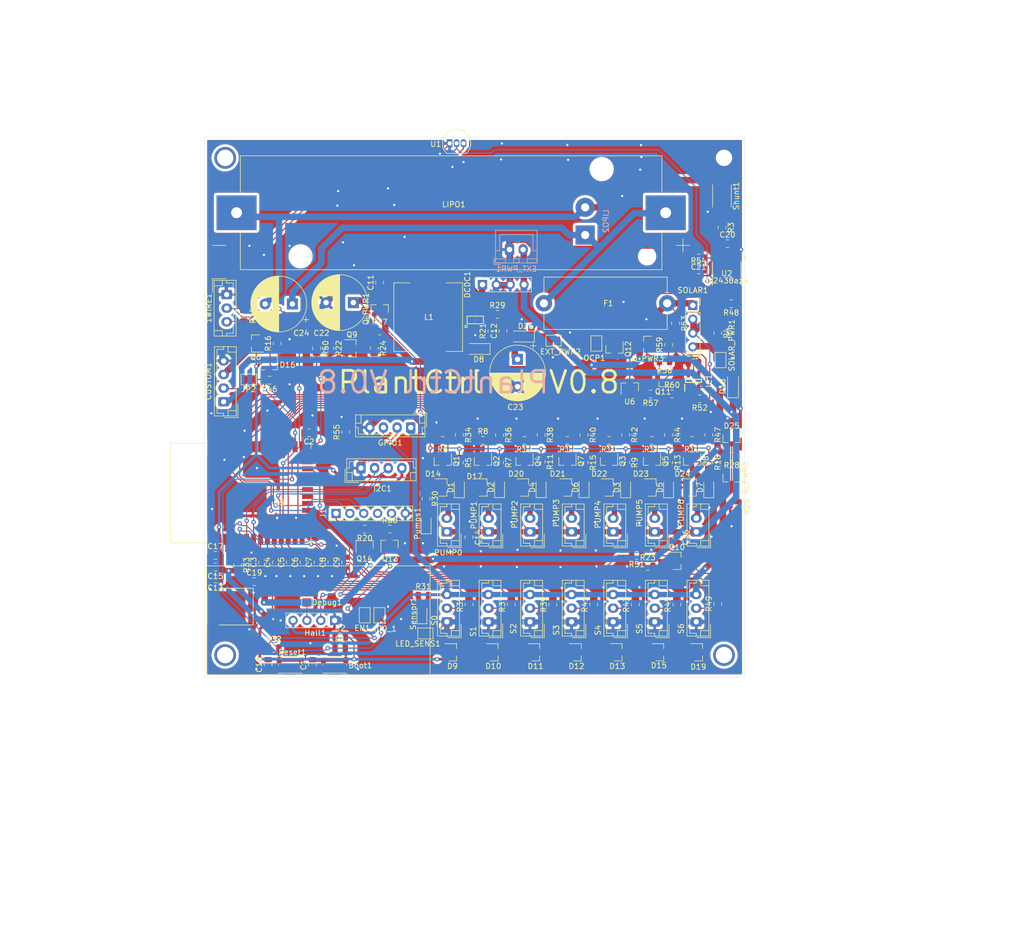
<source format=kicad_pcb>
(kicad_pcb (version 20171130) (host pcbnew "(5.1.5)-3")
  (layers (0 F.Cu signal) (31 B.Cu signal) (34 B.Paste user) (35 F.Paste user) (36 B.SilkS user) (37 F.SilkS user) (38 B.Mask user) (39 F.Mask user) (44 Edge.Cuts user))
  (net 0 "")
  (net 1 PLANT1_PUMP)
  (net 2 PLANT2_PUMP)
  (net 3 PLANT3_PUMP)
  (net 4 PLANT4_PUMP)
  (net 5 PLANT5_PUMP)
  (net 6 PLANT6_PUMP)
  (net 7 GND)
  (net 8 PLANT6_MOIST)
  (net 9 PLANT5_MOIST)
  (net 10 PLANT4_MOIST)
  (net 11 PLANT3_MOIST)
  (net 12 PLANT2_MOIST)
  (net 13 PLANT1_MOIST)
  (net 14 PLANT_CTRL_PUMP_0)
  (net 15 PUMP_PWR)
  (net 16 PWR_PUMP_CONVERTER)
  (net 17 3_3V)
  (net 18 Temp)
  (net 19 PLANT0_PUMP)
  (net 20 CUSTOM_GPIO)
  (net 21 PWR_SENSORS)
  (net 22 PLANT0_MOIST)
  (net 23 "Net-(R35-Pad1)")
  (net 24 PLANT_CTRL_PUMP_1)
  (net 25 "Net-(R37-Pad1)")
  (net 26 PLANT_CTRL_PUMP_2)
  (net 27 "Net-(R39-Pad1)")
  (net 28 PLANT_CTRL_PUMP_3)
  (net 29 "Net-(R41-Pad1)")
  (net 30 PLANT_CTRL_PUMP_4)
  (net 31 "Net-(R43-Pad1)")
  (net 32 PLANT_CTRL_PUMP_5)
  (net 33 "Net-(R45-Pad1)")
  (net 34 PLANT_CTRL_PUMP_6)
  (net 35 "Net-(R49-Pad1)")
  (net 36 PUMP_ENABLE)
  (net 37 SENSORS_ENABLE)
  (net 38 "Net-(C10-Pad2)")
  (net 39 VCC_BATT)
  (net 40 LIPO_OC)
  (net 41 "Net-(D8-Pad2)")
  (net 42 "Net-(IC1-Pad2)")
  (net 43 "Net-(R21-Pad2)")
  (net 44 "Net-(D1-Pad2)")
  (net 45 "Net-(D2-Pad2)")
  (net 46 "Net-(D3-Pad2)")
  (net 47 "Net-(D4-Pad2)")
  (net 48 "Net-(D5-Pad2)")
  (net 49 "Net-(D6-Pad2)")
  (net 50 "Net-(D7-Pad2)")
  (net 51 "Net-(Pumps1-Pad2)")
  (net 52 "Net-(Q1-Pad1)")
  (net 53 "Net-(Q2-Pad1)")
  (net 54 "Net-(Q3-Pad1)")
  (net 55 "Net-(Q4-Pad1)")
  (net 56 "Net-(Q5-Pad1)")
  (net 57 "Net-(Q6-Pad1)")
  (net 58 "Net-(Q7-Pad1)")
  (net 59 "Net-(Q8-Pad1)")
  (net 60 "Net-(Q9-Pad3)")
  (net 61 "Net-(Q9-Pad1)")
  (net 62 "Net-(Q10-Pad3)")
  (net 63 "Net-(Q10-Pad1)")
  (net 64 "Net-(Q_PWR1-Pad1)")
  (net 65 "Net-(Q_PWR2-Pad1)")
  (net 66 "Net-(R31-Pad1)")
  (net 67 "Net-(C12-Pad1)")
  (net 68 "Net-(C19-Pad2)")
  (net 69 VCC)
  (net 70 "Net-(C18-Pad2)")
  (net 71 enable_all)
  (net 72 "Net-(Q_PWR3-Pad1)")
  (net 73 SOLAR_IN)
  (net 74 "Net-(C2-Pad2)")
  (net 75 "Net-(C20-Pad1)")
  (net 76 "Net-(D18-Pad2)")
  (net 77 VCC_BAT_FUSED)
  (net 78 "Net-(I2C1-Pad3)")
  (net 79 "Net-(I2C1-Pad2)")
  (net 80 "Net-(IC1-Pad1)")
  (net 81 SOLAR_GND)
  (net 82 "Net-(R4-Pad1)")
  (net 83 "Net-(C21-Pad1)")
  (net 84 "Net-(CUSTOM1-Pad3)")
  (net 85 "Net-(CUSTOM1-Pad2)")
  (net 86 "Net-(GPIO1-Pad3)")
  (net 87 "Net-(GPIO1-Pad2)")
  (net 88 "Net-(LED_SENS1-Pad1)")
  (net 89 Rsense+)
  (net 90 HALL_TX)
  (net 91 "Net-(Debug1-Pad1)")
  (net 92 EN)
  (net 93 IO0)
  (net 94 RTS)
  (net 95 "Net-(Q13-Pad2)")
  (net 96 DTR)
  (net 97 "Net-(Q14-Pad2)")
  (net 98 ESP_RX)
  (net 99 ESP_TX)
  (net 100 "Net-(Boot1-Pad2)")
  (net 101 "Net-(Q11-Pad1)")
  (net 102 "Net-(R57-Pad2)")
  (module LED_SMD:LED_0805_2012Metric_Castellated (layer F.Cu) (at 210.058 128.016 90)
    (fp_text reference Sensor1 (at 0 -1.6 90) (layer F.SilkS))
    (fp_text value LED_green)
    (pad 2 smd roundrect (at 0.9625 0 90) (size 1.325 1.3) (layers F.Cu F.Paste F.Mask) (roundrect_rratio 0.192308) (net 66 "Net-(R31-Pad1)"))
    (pad 1 smd roundrect (at -0.9625 0 90) (size 1.325 1.3) (layers F.Cu F.Paste F.Mask) (roundrect_rratio 0.192308) (net 88 "Net-(LED_SENS1-Pad1)"))
  )
  (module Resistor_SMD:R_0805_2012Metric (layer F.Cu) (at 255.905 87.757)
    (fp_text reference R60 (at 0 -1.65) (layer F.SilkS))
    (fp_text value 19k-19.5K)
    (pad 2 smd roundrect (at 0.9375 0) (size 0.975 1.4) (layers F.Cu F.Paste F.Mask) (net 80 "Net-(IC1-Pad1)"))
    (pad 1 smd roundrect (at -0.9375 0) (size 0.975 1.4) (layers F.Cu F.Paste F.Mask) (net 101 "Net-(Q11-Pad1)"))
  )
  (module Resistor_SMD:R_0805_2012Metric (layer F.Cu) (at 255.27 78.74 90)
    (fp_text reference R59 (at 0 -1.65 90) (layer F.SilkS))
    (fp_text value 10k)
    (pad 2 smd roundrect (at 0.9375 0 90) (size 0.975 1.4) (layers F.Cu F.Paste F.Mask) (net 77 VCC_BAT_FUSED))
    (pad 1 smd roundrect (at -0.9375 0 90) (size 0.975 1.4) (layers F.Cu F.Paste F.Mask) (net 72 "Net-(Q_PWR3-Pad1)"))
  )
  (module Resistor_SMD:R_0805_2012Metric (layer F.Cu) (at 254.508 81.788 180)
    (fp_text reference R58 (at 0 -1.65) (layer F.SilkS))
    (fp_text value 10k)
    (pad 2 smd roundrect (at 0.9375 0 180) (size 0.975 1.4) (layers F.Cu F.Paste F.Mask) (net 71 enable_all))
    (pad 1 smd roundrect (at -0.9375 0 180) (size 0.975 1.4) (layers F.Cu F.Paste F.Mask) (net 72 "Net-(Q_PWR3-Pad1)"))
  )
  (module Resistor_SMD:R_0805_2012Metric (layer F.Cu) (at 251.968 87.757 180)
    (fp_text reference R57 (at 0 -1.65) (layer F.SilkS))
    (fp_text value 1k)
    (pad 2 smd roundrect (at 0.9375 0 180) (size 0.975 1.4) (layers F.Cu F.Paste F.Mask) (net 102 "Net-(R57-Pad2)"))
    (pad 1 smd roundrect (at -0.9375 0 180) (size 0.975 1.4) (layers F.Cu F.Paste F.Mask) (net 101 "Net-(Q11-Pad1)"))
  )
  (module Resistor_SMD:R_0805_2012Metric (layer F.Cu) (at 204.1652 112.522)
    (fp_text reference R56 (at 0 -1.65) (layer F.SilkS))
    (fp_text value 10k)
    (pad 2 smd roundrect (at 0.9375 0) (size 0.975 1.4) (layers F.Cu F.Paste F.Mask) (net 94 RTS))
    (pad 1 smd roundrect (at -0.9375 0) (size 0.975 1.4) (layers F.Cu F.Paste F.Mask) (net 97 "Net-(Q14-Pad2)"))
  )
  (module Resistor_SMD:R_0805_2012Metric (layer F.Cu) (at 196.088 94.742 90)
    (fp_text reference R55 (at 0 -1.65 90) (layer F.SilkS))
    (fp_text value 10k)
    (pad 2 smd roundrect (at 0.9375 0 90) (size 0.975 1.4) (layers F.Cu F.Paste F.Mask) (net 7 GND))
    (pad 1 smd roundrect (at -0.9375 0 90) (size 0.975 1.4) (layers F.Cu F.Paste F.Mask) (net 87 "Net-(GPIO1-Pad2)"))
  )
  (module Resistor_SMD:R_0805_2012Metric (layer F.Cu) (at 260.7818 64.9732)
    (fp_text reference R54 (at 0 -1.65) (layer F.SilkS))
    (fp_text value 100k)
    (pad 2 smd roundrect (at 0.9375 0) (size 0.975 1.4) (layers F.Cu F.Paste F.Mask) (net 83 "Net-(C21-Pad1)"))
    (pad 1 smd roundrect (at -0.9375 0) (size 0.975 1.4) (layers F.Cu F.Paste F.Mask) (net 82 "Net-(R4-Pad1)"))
  )
  (module Resistor_SMD:R_0805_2012Metric (layer F.Cu) (at 256.54 74.803 270)
    (fp_text reference R53 (at 0 -1.65 90) (layer F.SilkS))
    (fp_text value 100)
    (pad 2 smd roundrect (at 0.9375 0 270) (size 0.975 1.4) (layers F.Cu F.Paste F.Mask) (net 38 "Net-(C10-Pad2)"))
    (pad 1 smd roundrect (at -0.9375 0 270) (size 0.975 1.4) (layers F.Cu F.Paste F.Mask) (net 77 VCC_BAT_FUSED))
  )
  (module Resistor_SMD:R_0805_2012Metric (layer F.Cu) (at 260.985 88.646 180)
    (fp_text reference R52 (at 0 -1.65) (layer F.SilkS))
    (fp_text value 1k)
    (pad 2 smd roundrect (at 0.9375 0 180) (size 0.975 1.4) (layers F.Cu F.Paste F.Mask) (net 42 "Net-(IC1-Pad2)"))
    (pad 1 smd roundrect (at -0.9375 0 180) (size 0.975 1.4) (layers F.Cu F.Paste F.Mask) (net 81 SOLAR_GND))
  )
  (module Resistor_SMD:R_0805_2012Metric (layer F.Cu) (at 249.428 117.348 180)
    (fp_text reference R51 (at 0 -1.65) (layer F.SilkS))
    (fp_text value 1k)
    (pad 2 smd roundrect (at 0.9375 0 180) (size 0.975 1.4) (layers F.Cu F.Paste F.Mask) (net 37 SENSORS_ENABLE))
    (pad 1 smd roundrect (at -0.9375 0 180) (size 0.975 1.4) (layers F.Cu F.Paste F.Mask) (net 63 "Net-(Q10-Pad1)"))
  )
  (module Resistor_SMD:R_0805_2012Metric (layer F.Cu) (at 190.754 79.375 270)
    (fp_text reference R50 (at 0 -1.65 90) (layer F.SilkS))
    (fp_text value 1k)
    (pad 2 smd roundrect (at 0.9375 0 270) (size 0.975 1.4) (layers F.Cu F.Paste F.Mask) (net 36 PUMP_ENABLE))
    (pad 1 smd roundrect (at -0.9375 0 270) (size 0.975 1.4) (layers F.Cu F.Paste F.Mask) (net 61 "Net-(Q9-Pad1)"))
  )
  (module Resistor_SMD:R_0805_2012Metric (layer F.Cu) (at 264.287 126.238 90)
    (fp_text reference R49 (at 0 -1.65 90) (layer F.SilkS))
    (fp_text value 1k)
    (pad 2 smd roundrect (at 0.9375 0 90) (size 0.975 1.4) (layers F.Cu F.Paste F.Mask) (net 8 PLANT6_MOIST))
    (pad 1 smd roundrect (at -0.9375 0 90) (size 0.975 1.4) (layers F.Cu F.Paste F.Mask) (net 35 "Net-(R49-Pad1)"))
  )
  (module Resistor_SMD:R_0805_2012Metric (layer F.Cu) (at 266.7508 71.1962 180)
    (fp_text reference R48 (at 0 -1.65) (layer F.SilkS))
    (fp_text value 10k)
    (pad 2 smd roundrect (at 0.9375 0 180) (size 0.975 1.4) (layers F.Cu F.Paste F.Mask) (net 82 "Net-(R4-Pad1)"))
    (pad 1 smd roundrect (at -0.9375 0 180) (size 0.975 1.4) (layers F.Cu F.Paste F.Mask) (net 89 Rsense+))
  )
  (module Resistor_SMD:R_0805_2012Metric (layer F.Cu) (at 262.636 95.25 270)
    (fp_text reference R47 (at 0 -1.65 90) (layer F.SilkS))
    (fp_text value 1k)
    (pad 2 smd roundrect (at 0.9375 0 270) (size 0.975 1.4) (layers F.Cu F.Paste F.Mask) (net 59 "Net-(Q8-Pad1)"))
    (pad 1 smd roundrect (at -0.9375 0 270) (size 0.975 1.4) (layers F.Cu F.Paste F.Mask) (net 34 PLANT_CTRL_PUMP_6))
  )
  (module Resistor_SMD:R_0805_2012Metric (layer F.Cu) (at 182.118 85.217 180)
    (fp_text reference R46 (at 0 -1.65) (layer F.SilkS))
    (fp_text value 1k)
    (pad 2 smd roundrect (at 0.9375 0 180) (size 0.975 1.4) (layers F.Cu F.Paste F.Mask) (net 20 CUSTOM_GPIO))
    (pad 1 smd roundrect (at -0.9375 0 180) (size 0.975 1.4) (layers F.Cu F.Paste F.Mask) (net 57 "Net-(Q6-Pad1)"))
  )
  (module Resistor_SMD:R_0805_2012Metric (layer F.Cu) (at 256.794 126.365 90)
    (fp_text reference R45 (at 0 -1.65 90) (layer F.SilkS))
    (fp_text value 1k)
    (pad 2 smd roundrect (at 0.9375 0 90) (size 0.975 1.4) (layers F.Cu F.Paste F.Mask) (net 9 PLANT5_MOIST))
    (pad 1 smd roundrect (at -0.9375 0 90) (size 0.975 1.4) (layers F.Cu F.Paste F.Mask) (net 33 "Net-(R45-Pad1)"))
  )
  (module Resistor_SMD:R_0805_2012Metric (layer F.Cu) (at 255.27 95.25 270)
    (fp_text reference R44 (at 0 -1.65 90) (layer F.SilkS))
    (fp_text value 1k)
    (pad 2 smd roundrect (at 0.9375 0 270) (size 0.975 1.4) (layers F.Cu F.Paste F.Mask) (net 56 "Net-(Q5-Pad1)"))
    (pad 1 smd roundrect (at -0.9375 0 270) (size 0.975 1.4) (layers F.Cu F.Paste F.Mask) (net 32 PLANT_CTRL_PUMP_5))
  )
  (module Resistor_SMD:R_0805_2012Metric (layer F.Cu) (at 249.174 126.365 90)
    (fp_text reference R43 (at 0 -1.65 90) (layer F.SilkS))
    (fp_text value 1k)
    (pad 2 smd roundrect (at 0.9375 0 90) (size 0.975 1.4) (layers F.Cu F.Paste F.Mask) (net 10 PLANT4_MOIST))
    (pad 1 smd roundrect (at -0.9375 0 90) (size 0.975 1.4) (layers F.Cu F.Paste F.Mask) (net 31 "Net-(R43-Pad1)"))
  )
  (module Resistor_SMD:R_0805_2012Metric (layer F.Cu) (at 247.396 95.25 270)
    (fp_text reference R42 (at 0 -1.65 90) (layer F.SilkS))
    (fp_text value 1k)
    (pad 2 smd roundrect (at 0.9375 0 270) (size 0.975 1.4) (layers F.Cu F.Paste F.Mask) (net 54 "Net-(Q3-Pad1)"))
    (pad 1 smd roundrect (at -0.9375 0 270) (size 0.975 1.4) (layers F.Cu F.Paste F.Mask) (net 30 PLANT_CTRL_PUMP_4))
  )
  (module Resistor_SMD:R_0805_2012Metric (layer F.Cu) (at 241.554 126.365 90)
    (fp_text reference R41 (at 0 -1.65 90) (layer F.SilkS))
    (fp_text value 1k)
    (pad 2 smd roundrect (at 0.9375 0 90) (size 0.975 1.4) (layers F.Cu F.Paste F.Mask) (net 11 PLANT3_MOIST))
    (pad 1 smd roundrect (at -0.9375 0 90) (size 0.975 1.4) (layers F.Cu F.Paste F.Mask) (net 29 "Net-(R41-Pad1)"))
  )
  (module Resistor_SMD:R_0805_2012Metric (layer F.Cu) (at 239.776 95.266 270)
    (fp_text reference R40 (at 0 -1.65 90) (layer F.SilkS))
    (fp_text value 1k)
    (pad 2 smd roundrect (at 0.9375 0 270) (size 0.975 1.4) (layers F.Cu F.Paste F.Mask) (net 58 "Net-(Q7-Pad1)"))
    (pad 1 smd roundrect (at -0.9375 0 270) (size 0.975 1.4) (layers F.Cu F.Paste F.Mask) (net 28 PLANT_CTRL_PUMP_3))
  )
  (module Resistor_SMD:R_0805_2012Metric (layer F.Cu) (at 234.061 126.365 90)
    (fp_text reference R39 (at 0 -1.65 90) (layer F.SilkS))
    (fp_text value 1k)
    (pad 2 smd roundrect (at 0.9375 0 90) (size 0.975 1.4) (layers F.Cu F.Paste F.Mask) (net 12 PLANT2_MOIST))
    (pad 1 smd roundrect (at -0.9375 0 90) (size 0.975 1.4) (layers F.Cu F.Paste F.Mask) (net 27 "Net-(R39-Pad1)"))
  )
  (module Resistor_SMD:R_0805_2012Metric (layer F.Cu) (at 231.902 95.266 270)
    (fp_text reference R38 (at 0 -1.65 90) (layer F.SilkS))
    (fp_text value 1k)
    (pad 2 smd roundrect (at 0.9375 0 270) (size 0.975 1.4) (layers F.Cu F.Paste F.Mask) (net 55 "Net-(Q4-Pad1)"))
    (pad 1 smd roundrect (at -0.9375 0 270) (size 0.975 1.4) (layers F.Cu F.Paste F.Mask) (net 26 PLANT_CTRL_PUMP_2))
  )
  (module Resistor_SMD:R_0805_2012Metric (layer F.Cu) (at 226.441 126.349 90)
    (fp_text reference R37 (at 0 -1.65 90) (layer F.SilkS))
    (fp_text value 1k)
    (pad 2 smd roundrect (at 0.9375 0 90) (size 0.975 1.4) (layers F.Cu F.Paste F.Mask) (net 13 PLANT1_MOIST))
    (pad 1 smd roundrect (at -0.9375 0 90) (size 0.975 1.4) (layers F.Cu F.Paste F.Mask) (net 25 "Net-(R37-Pad1)"))
  )
  (module Resistor_SMD:R_0805_2012Metric (layer F.Cu) (at 224.282 95.266 270)
    (fp_text reference R36 (at 0 -1.65 90) (layer F.SilkS))
    (fp_text value 1k)
    (pad 2 smd roundrect (at 0.9375 0 270) (size 0.975 1.4) (layers F.Cu F.Paste F.Mask) (net 53 "Net-(Q2-Pad1)"))
    (pad 1 smd roundrect (at -0.9375 0 270) (size 0.975 1.4) (layers F.Cu F.Paste F.Mask) (net 24 PLANT_CTRL_PUMP_1))
  )
  (module Resistor_SMD:R_0805_2012Metric (layer F.Cu) (at 218.694 126.349 90)
    (fp_text reference R35 (at 0 -1.65 90) (layer F.SilkS))
    (fp_text value 1k)
    (pad 2 smd roundrect (at 0.9375 0 90) (size 0.975 1.4) (layers F.Cu F.Paste F.Mask) (net 22 PLANT0_MOIST))
    (pad 1 smd roundrect (at -0.9375 0 90) (size 0.975 1.4) (layers F.Cu F.Paste F.Mask) (net 23 "Net-(R35-Pad1)"))
  )
  (module Resistor_SMD:R_0805_2012Metric (layer F.Cu) (at 216.916 95.25 270)
    (fp_text reference R34 (at 0 -1.65 90) (layer F.SilkS))
    (fp_text value 1k)
    (pad 2 smd roundrect (at 0.9375 0 270) (size 0.975 1.4) (layers F.Cu F.Paste F.Mask) (net 52 "Net-(Q1-Pad1)"))
    (pad 1 smd roundrect (at -0.9375 0 270) (size 0.975 1.4) (layers F.Cu F.Paste F.Mask) (net 14 PLANT_CTRL_PUMP_0))
  )
  (module Resistor_SMD:R_0805_2012Metric (layer F.Cu) (at 176.276 119.126 270)
    (fp_text reference R33 (at 0 -1.65 90) (layer F.SilkS))
    (fp_text value 10k)
    (pad 2 smd roundrect (at 0.9375 0 270) (size 0.975 1.4) (layers F.Cu F.Paste F.Mask) (net 17 3_3V))
    (pad 1 smd roundrect (at -0.9375 0 270) (size 0.975 1.4) (layers F.Cu F.Paste F.Mask) (net 68 "Net-(C19-Pad2)"))
  )
  (module Resistor_SMD:R_0805_2012Metric (layer F.Cu) (at 182.88 134.366)
    (fp_text reference R32 (at 0 -1.65) (layer F.SilkS))
    (fp_text value 1k)
    (pad 2 smd roundrect (at 0.9375 0) (size 0.975 1.4) (layers F.Cu F.Paste F.Mask) (net 70 "Net-(C18-Pad2)"))
    (pad 1 smd roundrect (at -0.9375 0) (size 0.975 1.4) (layers F.Cu F.Paste F.Mask) (net 68 "Net-(C19-Pad2)"))
  )
  (module Resistor_SMD:R_0805_2012Metric (layer F.Cu) (at 210.312 124.714)
    (fp_text reference R31 (at 0 -1.65) (layer F.SilkS))
    (fp_text value 270)
    (pad 2 smd roundrect (at 0.9375 0) (size 0.975 1.4) (layers F.Cu F.Paste F.Mask) (net 21 PWR_SENSORS))
    (pad 1 smd roundrect (at -0.9375 0) (size 0.975 1.4) (layers F.Cu F.Paste F.Mask) (net 66 "Net-(R31-Pad1)"))
  )
  (module Resistor_SMD:R_0805_2012Metric (layer F.Cu) (at 210.82 106.934 270)
    (fp_text reference R30 (at 0 -1.65 90) (layer F.SilkS))
    (fp_text value 270)
    (pad 2 smd roundrect (at 0.9375 0 270) (size 0.975 1.4) (layers F.Cu F.Paste F.Mask) (net 51 "Net-(Pumps1-Pad2)"))
    (pad 1 smd roundrect (at -0.9375 0 270) (size 0.975 1.4) (layers F.Cu F.Paste F.Mask) (net 16 PWR_PUMP_CONVERTER))
  )
  (module Resistor_SMD:R_0805_2012Metric (layer F.Cu) (at 223.901 73.152)
    (fp_text reference R29 (at 0 -1.65) (layer F.SilkS))
    (fp_text value 1k)
    (pad 2 smd roundrect (at 0.9375 0) (size 0.975 1.4) (layers F.Cu F.Paste F.Mask) (net 7 GND))
    (pad 1 smd roundrect (at -0.9375 0) (size 0.975 1.4) (layers F.Cu F.Paste F.Mask) (net 43 "Net-(R21-Pad2)"))
  )
  (module Resistor_SMD:R_0805_2012Metric (layer F.Cu) (at 266.827 99.187 180)
    (fp_text reference R28 (at 0 -1.65) (layer F.SilkS))
    (fp_text value 10k)
    (pad 2 smd roundrect (at 0.9375 0 180) (size 0.975 1.4) (layers F.Cu F.Paste F.Mask) (net 69 VCC))
    (pad 1 smd roundrect (at -0.9375 0 180) (size 0.975 1.4) (layers F.Cu F.Paste F.Mask) (net 65 "Net-(Q_PWR2-Pad1)"))
  )
  (module Resistor_SMD:R_0805_2012Metric (layer F.Cu) (at 202.311 76.2)
    (fp_text reference R27 (at 0 -1.65) (layer F.SilkS))
    (fp_text value 10k)
    (pad 2 smd roundrect (at 0.9375 0) (size 0.975 1.4) (layers F.Cu F.Paste F.Mask) (net 69 VCC))
    (pad 1 smd roundrect (at -0.9375 0) (size 0.975 1.4) (layers F.Cu F.Paste F.Mask) (net 64 "Net-(Q_PWR1-Pad1)"))
  )
  (module Resistor_SMD:R_0805_2012Metric (layer F.Cu) (at 177.419 73.406 270)
    (fp_text reference R26 (at 0 -1.65 90) (layer F.SilkS))
    (fp_text value 4k7)
    (pad 2 smd roundrect (at 0.9375 0 270) (size 0.975 1.4) (layers F.Cu F.Paste F.Mask) (net 17 3_3V))
    (pad 1 smd roundrect (at -0.9375 0 270) (size 0.975 1.4) (layers F.Cu F.Paste F.Mask) (net 18 Temp))
  )
  (module Resistor_SMD:R_0805_2012Metric (layer F.Cu) (at 267.97 108.458 270)
    (fp_text reference R25 (at 0 -1.65 90) (layer F.SilkS))
    (fp_text value 10k)
    (pad 2 smd roundrect (at 0.9375 0 270) (size 0.975 1.4) (layers F.Cu F.Paste F.Mask) (net 62 "Net-(Q10-Pad3)"))
    (pad 1 smd roundrect (at -0.9375 0 270) (size 0.975 1.4) (layers F.Cu F.Paste F.Mask) (net 65 "Net-(Q_PWR2-Pad1)"))
  )
  (module Resistor_SMD:R_0805_2012Metric (layer F.Cu) (at 201.295 79.375 270)
    (fp_text reference R24 (at 0 -1.65 90) (layer F.SilkS))
    (fp_text value 10k)
    (pad 2 smd roundrect (at 0.9375 0 270) (size 0.975 1.4) (layers F.Cu F.Paste F.Mask) (net 60 "Net-(Q9-Pad3)"))
    (pad 1 smd roundrect (at -0.9375 0 270) (size 0.975 1.4) (layers F.Cu F.Paste F.Mask) (net 64 "Net-(Q_PWR1-Pad1)"))
  )
  (module Resistor_SMD:R_0805_2012Metric (layer F.Cu) (at 251.46 119.38)
    (fp_text reference R23 (at 0 -1.65) (layer F.SilkS))
    (fp_text value 10k)
    (pad 2 smd roundrect (at 0.9375 0) (size 0.975 1.4) (layers F.Cu F.Paste F.Mask) (net 7 GND))
    (pad 1 smd roundrect (at -0.9375 0) (size 0.975 1.4) (layers F.Cu F.Paste F.Mask) (net 63 "Net-(Q10-Pad1)"))
  )
  (module Resistor_SMD:R_0805_2012Metric (layer F.Cu) (at 193.167 79.375 270)
    (fp_text reference R22 (at 0 -1.65 90) (layer F.SilkS))
    (fp_text value 10k)
    (pad 2 smd roundrect (at 0.9375 0 270) (size 0.975 1.4) (layers F.Cu F.Paste F.Mask) (net 7 GND))
    (pad 1 smd roundrect (at -0.9375 0 270) (size 0.975 1.4) (layers F.Cu F.Paste F.Mask) (net 61 "Net-(Q9-Pad1)"))
  )
  (module Resistor_SMD:R_0805_2012Metric (layer F.Cu) (at 222.885 76.2 90)
    (fp_text reference R21 (at 0 -1.65 90) (layer F.SilkS))
    (fp_text value 19k-19.5K)
    (pad 2 smd roundrect (at 0.9375 0 90) (size 0.975 1.4) (layers F.Cu F.Paste F.Mask) (net 43 "Net-(R21-Pad2)"))
    (pad 1 smd roundrect (at -0.9375 0 90) (size 0.975 1.4) (layers F.Cu F.Paste F.Mask) (net 67 "Net-(C12-Pad1)"))
  )
  (module Resistor_SMD:R_0805_2012Metric (layer F.Cu) (at 199.5678 112.5474 180)
    (fp_text reference R20 (at 0 -1.65) (layer F.SilkS))
    (fp_text value 10k)
    (pad 2 smd roundrect (at 0.9375 0 180) (size 0.975 1.4) (layers F.Cu F.Paste F.Mask) (net 96 DTR))
    (pad 1 smd roundrect (at -0.9375 0 180) (size 0.975 1.4) (layers F.Cu F.Paste F.Mask) (net 95 "Net-(Q13-Pad2)"))
  )
  (module Resistor_SMD:R_0805_2012Metric (layer F.Cu) (at 259.572 96.266 180)
    (fp_text reference R19 (at 0 -1.65) (layer F.SilkS))
    (fp_text value 10k)
    (pad 2 smd roundrect (at 0.9375 0 180) (size 0.975 1.4) (layers F.Cu F.Paste F.Mask) (net 7 GND))
    (pad 1 smd roundrect (at -0.9375 0 180) (size 0.975 1.4) (layers F.Cu F.Paste F.Mask) (net 59 "Net-(Q8-Pad1)"))
  )
  (module Resistor_SMD:R_0805_2012Metric (layer F.Cu) (at 262.636 100.314 270)
    (fp_text reference R18 (at 0 -1.65 90) (layer F.SilkS))
    (fp_text value 270)
    (pad 2 smd roundrect (at 0.9375 0 270) (size 0.975 1.4) (layers F.Cu F.Paste F.Mask) (net 50 "Net-(D7-Pad2)"))
    (pad 1 smd roundrect (at -0.9375 0 270) (size 0.975 1.4) (layers F.Cu F.Paste F.Mask) (net 16 PWR_PUMP_CONVERTER))
  )
  (module Resistor_SMD:R_0805_2012Metric (layer F.Cu) (at 236.712 96.266 180)
    (fp_text reference R17 (at 0 -1.65) (layer F.SilkS))
    (fp_text value 10K)
    (pad 2 smd roundrect (at 0.9375 0 180) (size 0.975 1.4) (layers F.Cu F.Paste F.Mask) (net 7 GND))
    (pad 1 smd roundrect (at -0.9375 0 180) (size 0.975 1.4) (layers F.Cu F.Paste F.Mask) (net 58 "Net-(Q7-Pad1)"))
  )
  (module Resistor_SMD:R_0805_2012Metric (layer F.Cu) (at 183.515 78.486 90)
    (fp_text reference R16 (at 0 -1.65 90) (layer F.SilkS))
    (fp_text value 10k)
    (pad 2 smd roundrect (at 0.9375 0 90) (size 0.975 1.4) (layers F.Cu F.Paste F.Mask) (net 7 GND))
    (pad 1 smd roundrect (at -0.9375 0 90) (size 0.975 1.4) (layers F.Cu F.Paste F.Mask) (net 57 "Net-(Q6-Pad1)"))
  )
  (module Resistor_SMD:R_0805_2012Metric (layer F.Cu) (at 239.776 100.346 270)
    (fp_text reference R15 (at 0 -1.65 90) (layer F.SilkS))
    (fp_text value 270)
    (pad 2 smd roundrect (at 0.9375 0 270) (size 0.975 1.4) (layers F.Cu F.Paste F.Mask) (net 49 "Net-(D6-Pad2)"))
    (pad 1 smd roundrect (at -0.9375 0 270) (size 0.975 1.4) (layers F.Cu F.Paste F.Mask) (net 16 PWR_PUMP_CONVERTER))
  )
  (module Resistor_SMD:R_0805_2012Metric (layer F.Cu) (at 252.222 96.266 180)
    (fp_text reference R14 (at 0 -1.65) (layer F.SilkS))
    (fp_text value 10k)
    (pad 2 smd roundrect (at 0.9375 0 180) (size 0.975 1.4) (layers F.Cu F.Paste F.Mask) (net 7 GND))
    (pad 1 smd roundrect (at -0.9375 0 180) (size 0.975 1.4) (layers F.Cu F.Paste F.Mask) (net 56 "Net-(Q5-Pad1)"))
  )
  (module Resistor_SMD:R_0805_2012Metric (layer F.Cu) (at 255.27 100.33 270)
    (fp_text reference R13 (at 0 -1.65 90) (layer F.SilkS))
    (fp_text value 270)
    (pad 2 smd roundrect (at 0.9375 0 270) (size 0.975 1.4) (layers F.Cu F.Paste F.Mask) (net 48 "Net-(D5-Pad2)"))
    (pad 1 smd roundrect (at -0.9375 0 270) (size 0.975 1.4) (layers F.Cu F.Paste F.Mask) (net 16 PWR_PUMP_CONVERTER))
  )
  (module Resistor_SMD:R_0805_2012Metric (layer F.Cu) (at 228.838 96.266 180)
    (fp_text reference R12 (at 0 -1.65) (layer F.SilkS))
    (fp_text value 10k)
    (pad 2 smd roundrect (at 0.9375 0 180) (size 0.975 1.4) (layers F.Cu F.Paste F.Mask) (net 7 GND))
    (pad 1 smd roundrect (at -0.9375 0 180) (size 0.975 1.4) (layers F.Cu F.Paste F.Mask) (net 55 "Net-(Q4-Pad1)"))
  )
  (module Resistor_SMD:R_0805_2012Metric (layer F.Cu) (at 231.902 100.203 270)
    (fp_text reference R11 (at 0 -1.65 90) (layer F.SilkS))
    (fp_text value 270)
    (pad 2 smd roundrect (at 0.9375 0 270) (size 0.975 1.4) (layers F.Cu F.Paste F.Mask) (net 47 "Net-(D4-Pad2)"))
    (pad 1 smd roundrect (at -0.9375 0 270) (size 0.975 1.4) (layers F.Cu F.Paste F.Mask) (net 16 PWR_PUMP_CONVERTER))
  )
  (module Resistor_SMD:R_0805_2012Metric (layer F.Cu) (at 244.348 96.266 180)
    (fp_text reference R10 (at 0 -1.65) (layer F.SilkS))
    (fp_text value 10K)
    (pad 2 smd roundrect (at 0.9375 0 180) (size 0.975 1.4) (layers F.Cu F.Paste F.Mask) (net 7 GND))
    (pad 1 smd roundrect (at -0.9375 0 180) (size 0.975 1.4) (layers F.Cu F.Paste F.Mask) (net 54 "Net-(Q3-Pad1)"))
  )
  (module Resistor_SMD:R_0805_2012Metric (layer F.Cu) (at 247.396 100.33 270)
    (fp_text reference R9 (at 0 -1.65 90) (layer F.SilkS))
    (fp_text value 270)
    (pad 2 smd roundrect (at 0.9375 0 270) (size 0.975 1.4) (layers F.Cu F.Paste F.Mask) (net 46 "Net-(D3-Pad2)"))
    (pad 1 smd roundrect (at -0.9375 0 270) (size 0.975 1.4) (layers F.Cu F.Paste F.Mask) (net 16 PWR_PUMP_CONVERTER))
  )
  (module Resistor_SMD:R_0805_2012Metric (layer F.Cu) (at 221.234 96.266)
    (fp_text reference R8 (at 0 -1.65) (layer F.SilkS))
    (fp_text value 10k)
    (pad 2 smd roundrect (at 0.9375 0) (size 0.975 1.4) (layers F.Cu F.Paste F.Mask) (net 53 "Net-(Q2-Pad1)"))
    (pad 1 smd roundrect (at -0.9375 0) (size 0.975 1.4) (layers F.Cu F.Paste F.Mask) (net 7 GND))
  )
  (module Resistor_SMD:R_0805_2012Metric (layer F.Cu) (at 224.282 100.33 270)
    (fp_text reference R7 (at 0 -1.65 90) (layer F.SilkS))
    (fp_text value 270)
    (pad 2 smd roundrect (at 0.9375 0 270) (size 0.975 1.4) (layers F.Cu F.Paste F.Mask) (net 45 "Net-(D2-Pad2)"))
    (pad 1 smd roundrect (at -0.9375 0 270) (size 0.975 1.4) (layers F.Cu F.Paste F.Mask) (net 16 PWR_PUMP_CONVERTER))
  )
  (module Resistor_SMD:R_0805_2012Metric (layer F.Cu) (at 213.868 96.266 180)
    (fp_text reference R6 (at 0 -1.65) (layer F.SilkS))
    (fp_text value 10k)
    (pad 2 smd roundrect (at 0.9375 0 180) (size 0.975 1.4) (layers F.Cu F.Paste F.Mask) (net 7 GND))
    (pad 1 smd roundrect (at -0.9375 0 180) (size 0.975 1.4) (layers F.Cu F.Paste F.Mask) (net 52 "Net-(Q1-Pad1)"))
  )
  (module Resistor_SMD:R_0805_2012Metric (layer F.Cu) (at 216.916 100.33 270)
    (fp_text reference R5 (at 0 -1.65 90) (layer F.SilkS))
    (fp_text value 270)
    (pad 2 smd roundrect (at 0.9375 0 270) (size 0.975 1.4) (layers F.Cu F.Paste F.Mask) (net 44 "Net-(D1-Pad2)"))
    (pad 1 smd roundrect (at -0.9375 0 270) (size 0.975 1.4) (layers F.Cu F.Paste F.Mask) (net 16 PWR_PUMP_CONVERTER))
  )
  (module Resistor_SMD:R_0805_2012Metric (layer F.Cu) (at 264.287 76.581 270)
    (fp_text reference R4 (at 0 -1.65 90) (layer F.SilkS))
    (fp_text value 10k)
    (pad 2 smd roundrect (at 0.9375 0 270) (size 0.975 1.4) (layers F.Cu F.Paste F.Mask) (net 73 SOLAR_IN))
    (pad 1 smd roundrect (at -0.9375 0 270) (size 0.975 1.4) (layers F.Cu F.Paste F.Mask) (net 82 "Net-(R4-Pad1)"))
  )
  (module Resistor_SMD:R_0805_2012Metric (layer F.Cu) (at 265.0744 57.2352 270)
    (fp_text reference R3 (at 0 -1.65 90) (layer F.SilkS))
    (fp_text value 100k)
    (pad 2 smd roundrect (at 0.9375 0 270) (size 0.975 1.4) (layers F.Cu F.Paste F.Mask) (net 75 "Net-(C20-Pad1)"))
    (pad 1 smd roundrect (at -0.9375 0 270) (size 0.975 1.4) (layers F.Cu F.Paste F.Mask) (net 7 GND))
  )
  (module Resistor_SMD:R_0805_2012Metric (layer F.Cu) (at 195.072 132.334)
    (fp_text reference R2 (at 0 -1.65) (layer F.SilkS))
    (fp_text value 10k)
    (pad 2 smd roundrect (at 0.9375 0) (size 0.975 1.4) (layers F.Cu F.Paste F.Mask) (net 17 3_3V))
    (pad 1 smd roundrect (at -0.9375 0) (size 0.975 1.4) (layers F.Cu F.Paste F.Mask) (net 74 "Net-(C2-Pad2)"))
  )
  (module Resistor_SMD:R_0805_2012Metric (layer F.Cu) (at 195.072 134.366)
    (fp_text reference R1 (at 0 -1.65) (layer F.SilkS))
    (fp_text value 1k)
    (pad 2 smd roundrect (at 0.9375 0) (size 0.975 1.4) (layers F.Cu F.Paste F.Mask) (net 100 "Net-(Boot1-Pad2)"))
    (pad 1 smd roundrect (at -0.9375 0) (size 0.975 1.4) (layers F.Cu F.Paste F.Mask) (net 74 "Net-(C2-Pad2)"))
  )
  (module Package_TO_SOT_SMD:SOT-23 (layer F.Cu) (at 251.46 78.74 180)
    (fp_text reference Q_PWR3 (at 0 -2.5) (layer F.SilkS))
    (fp_text value "P-channel 50v 4A")
    (pad 3 smd rect (at 1 0 180) (size 0.9 0.8) (layers F.Cu F.Paste F.Mask) (net 69 VCC))
    (pad 2 smd rect (at -1 0.95 180) (size 0.9 0.8) (layers F.Cu F.Paste F.Mask) (net 77 VCC_BAT_FUSED))
    (pad 1 smd rect (at -1 -0.95 180) (size 0.9 0.8) (layers F.Cu F.Paste F.Mask) (net 72 "Net-(Q_PWR3-Pad1)"))
  )
  (module Package_TO_SOT_SMD:SOT-23 (layer F.Cu) (at 266.827 103.124 270)
    (fp_text reference Q_PWR2 (at 0 -2.5 90) (layer F.SilkS))
    (fp_text value "P-channel 50v 4A")
    (pad 3 smd rect (at 1 0 270) (size 0.9 0.8) (layers F.Cu F.Paste F.Mask) (net 21 PWR_SENSORS))
    (pad 2 smd rect (at -1 0.95 270) (size 0.9 0.8) (layers F.Cu F.Paste F.Mask) (net 69 VCC))
    (pad 1 smd rect (at -1 -0.95 270) (size 0.9 0.8) (layers F.Cu F.Paste F.Mask) (net 65 "Net-(Q_PWR2-Pad1)"))
  )
  (module Package_TO_SOT_SMD:SOT-23 (layer F.Cu) (at 202.311 72.136 90)
    (fp_text reference Q_PWR1 (at 0 -2.5 90) (layer F.SilkS))
    (fp_text value "P-channel 50v 4A")
    (pad 3 smd rect (at 1 0 90) (size 0.9 0.8) (layers F.Cu F.Paste F.Mask) (net 16 PWR_PUMP_CONVERTER))
    (pad 2 smd rect (at -1 0.95 90) (size 0.9 0.8) (layers F.Cu F.Paste F.Mask) (net 69 VCC))
    (pad 1 smd rect (at -1 -0.95 90) (size 0.9 0.8) (layers F.Cu F.Paste F.Mask) (net 64 "Net-(Q_PWR1-Pad1)"))
  )
  (module Package_TO_SOT_SMD:SOT-23 (layer F.Cu) (at 245.364 79.502 270)
    (fp_text reference Q12 (at 0 -2.5 90) (layer F.SilkS))
    (fp_text value "N-channel 30V 5A")
    (pad 3 smd rect (at 1 0 270) (size 0.9 0.8) (layers F.Cu F.Paste F.Mask) (net 7 GND))
    (pad 2 smd rect (at -1 0.95 270) (size 0.9 0.8) (layers F.Cu F.Paste F.Mask) (net 81 SOLAR_GND))
    (pad 1 smd rect (at -1 -0.95 270) (size 0.9 0.8) (layers F.Cu F.Paste F.Mask) (net 40 LIPO_OC))
  )
  (module Package_TO_SOT_SMD:SOT-23 (layer F.Cu) (at 254.254 84.836 180)
    (fp_text reference Q11 (at 0 -2.5) (layer F.SilkS))
    (fp_text value "N-channel 30V 5A")
    (pad 3 smd rect (at 1 0 180) (size 0.9 0.8) (layers F.Cu F.Paste F.Mask) (net 71 enable_all))
    (pad 2 smd rect (at -1 0.95 180) (size 0.9 0.8) (layers F.Cu F.Paste F.Mask) (net 7 GND))
    (pad 1 smd rect (at -1 -0.95 180) (size 0.9 0.8) (layers F.Cu F.Paste F.Mask) (net 101 "Net-(Q11-Pad1)"))
  )
  (module Package_TO_SOT_SMD:SOT-23 (layer F.Cu) (at 256.794 118.364)
    (fp_text reference Q10 (at 0 -2.5) (layer F.SilkS))
    (fp_text value "N-channel 30V 5A")
    (pad 3 smd rect (at 1 0) (size 0.9 0.8) (layers F.Cu F.Paste F.Mask) (net 62 "Net-(Q10-Pad3)"))
    (pad 2 smd rect (at -1 0.95) (size 0.9 0.8) (layers F.Cu F.Paste F.Mask) (net 7 GND))
    (pad 1 smd rect (at -1 -0.95) (size 0.9 0.8) (layers F.Cu F.Paste F.Mask) (net 63 "Net-(Q10-Pad1)"))
  )
  (module Package_TO_SOT_SMD:SOT-23 (layer F.Cu) (at 197.231 79.375)
    (fp_text reference Q9 (at 0 -2.5) (layer F.SilkS))
    (fp_text value "N-channel 30V 5A")
    (pad 3 smd rect (at 1 0) (size 0.9 0.8) (layers F.Cu F.Paste F.Mask) (net 60 "Net-(Q9-Pad3)"))
    (pad 2 smd rect (at -1 0.95) (size 0.9 0.8) (layers F.Cu F.Paste F.Mask) (net 7 GND))
    (pad 1 smd rect (at -1 -0.95) (size 0.9 0.8) (layers F.Cu F.Paste F.Mask) (net 61 "Net-(Q9-Pad1)"))
  )
  (module Package_TO_SOT_SMD:SOT-23 (layer F.Cu) (at 259.588 100.076 270)
    (fp_text reference Q8 (at 0 -2.5 90) (layer F.SilkS))
    (fp_text value "N-channel 30V 5A")
    (pad 3 smd rect (at 1 0 270) (size 0.9 0.8) (layers F.Cu F.Paste F.Mask) (net 6 PLANT6_PUMP))
    (pad 2 smd rect (at -1 0.95 270) (size 0.9 0.8) (layers F.Cu F.Paste F.Mask) (net 7 GND))
    (pad 1 smd rect (at -1 -0.95 270) (size 0.9 0.8) (layers F.Cu F.Paste F.Mask) (net 59 "Net-(Q8-Pad1)"))
  )
  (module Package_TO_SOT_SMD:SOT-23 (layer F.Cu) (at 236.728 100.076 270)
    (fp_text reference Q7 (at 0 -2.5 90) (layer F.SilkS))
    (fp_text value "N-channel 30V 5A")
    (pad 3 smd rect (at 1 0 270) (size 0.9 0.8) (layers F.Cu F.Paste F.Mask) (net 3 PLANT3_PUMP))
    (pad 2 smd rect (at -1 0.95 270) (size 0.9 0.8) (layers F.Cu F.Paste F.Mask) (net 7 GND))
    (pad 1 smd rect (at -1 -0.95 270) (size 0.9 0.8) (layers F.Cu F.Paste F.Mask) (net 58 "Net-(Q7-Pad1)"))
  )
  (module Package_TO_SOT_SMD:SOT-23 (layer F.Cu) (at 179.578 78.486 180)
    (fp_text reference Q6 (at 0 -2.5) (layer F.SilkS))
    (fp_text value "N-channel 30V 5A")
    (pad 3 smd rect (at 1 0 180) (size 0.9 0.8) (layers F.Cu F.Paste F.Mask) (net 84 "Net-(CUSTOM1-Pad3)"))
    (pad 2 smd rect (at -1 0.95 180) (size 0.9 0.8) (layers F.Cu F.Paste F.Mask) (net 7 GND))
    (pad 1 smd rect (at -1 -0.95 180) (size 0.9 0.8) (layers F.Cu F.Paste F.Mask) (net 57 "Net-(Q6-Pad1)"))
  )
  (module Package_TO_SOT_SMD:SOT-23 (layer F.Cu) (at 252.222 100.076 270)
    (fp_text reference Q5 (at 0 -2.5 90) (layer F.SilkS))
    (fp_text value "N-channel 30V 5A")
    (pad 3 smd rect (at 1 0 270) (size 0.9 0.8) (layers F.Cu F.Paste F.Mask) (net 5 PLANT5_PUMP))
    (pad 2 smd rect (at -1 0.95 270) (size 0.9 0.8) (layers F.Cu F.Paste F.Mask) (net 7 GND))
    (pad 1 smd rect (at -1 -0.95 270) (size 0.9 0.8) (layers F.Cu F.Paste F.Mask) (net 56 "Net-(Q5-Pad1)"))
  )
  (module Package_TO_SOT_SMD:SOT-23 (layer F.Cu) (at 228.854 100.076 270)
    (fp_text reference Q4 (at 0 -2.5 90) (layer F.SilkS))
    (fp_text value "N-channel 30V 5A")
    (pad 3 smd rect (at 1 0 270) (size 0.9 0.8) (layers F.Cu F.Paste F.Mask) (net 2 PLANT2_PUMP))
    (pad 2 smd rect (at -1 0.95 270) (size 0.9 0.8) (layers F.Cu F.Paste F.Mask) (net 7 GND))
    (pad 1 smd rect (at -1 -0.95 270) (size 0.9 0.8) (layers F.Cu F.Paste F.Mask) (net 55 "Net-(Q4-Pad1)"))
  )
  (module Package_TO_SOT_SMD:SOT-23 (layer F.Cu) (at 244.348 100.076 270)
    (fp_text reference Q3 (at 0 -2.5 90) (layer F.SilkS))
    (fp_text value "N-channel 30V 5A")
    (pad 3 smd rect (at 1 0 270) (size 0.9 0.8) (layers F.Cu F.Paste F.Mask) (net 4 PLANT4_PUMP))
    (pad 2 smd rect (at -1 0.95 270) (size 0.9 0.8) (layers F.Cu F.Paste F.Mask) (net 7 GND))
    (pad 1 smd rect (at -1 -0.95 270) (size 0.9 0.8) (layers F.Cu F.Paste F.Mask) (net 54 "Net-(Q3-Pad1)"))
  )
  (module Package_TO_SOT_SMD:SOT-23 (layer F.Cu) (at 221.234 100.076 270)
    (fp_text reference Q2 (at 0 -2.5 90) (layer F.SilkS))
    (fp_text value "N-channel 30V 5A")
    (pad 3 smd rect (at 1 0 270) (size 0.9 0.8) (layers F.Cu F.Paste F.Mask) (net 1 PLANT1_PUMP))
    (pad 2 smd rect (at -1 0.95 270) (size 0.9 0.8) (layers F.Cu F.Paste F.Mask) (net 7 GND))
    (pad 1 smd rect (at -1 -0.95 270) (size 0.9 0.8) (layers F.Cu F.Paste F.Mask) (net 53 "Net-(Q2-Pad1)"))
  )
  (module Package_TO_SOT_SMD:SOT-23 (layer F.Cu) (at 213.868 100.076 270)
    (fp_text reference Q1 (at 0 -2.5 90) (layer F.SilkS))
    (fp_text value "N-channel 30V 5A")
    (pad 3 smd rect (at 1 0 270) (size 0.9 0.8) (layers F.Cu F.Paste F.Mask) (net 19 PLANT0_PUMP))
    (pad 2 smd rect (at -1 0.95 270) (size 0.9 0.8) (layers F.Cu F.Paste F.Mask) (net 7 GND))
    (pad 1 smd rect (at -1 -0.95 270) (size 0.9 0.8) (layers F.Cu F.Paste F.Mask) (net 52 "Net-(Q1-Pad1)"))
  )
  (module LED_SMD:LED_0805_2012Metric_Castellated (layer F.Cu) (at 210.82 111.506 90)
    (fp_text reference Pumps1 (at 0 -1.6 90) (layer F.SilkS))
    (fp_text value LED_red)
    (pad 2 smd roundrect (at 0.9625 0 90) (size 1.325 1.3) (layers F.Cu F.Paste F.Mask) (roundrect_rratio 0.192308) (net 51 "Net-(Pumps1-Pad2)"))
    (pad 1 smd roundrect (at -0.9625 0 90) (size 1.325 1.3) (layers F.Cu F.Paste F.Mask) (roundrect_rratio 0.192308) (net 7 GND))
  )
  (module LED_SMD:LED_0805_2012Metric_Castellated (layer F.Cu) (at 262.636 104.902 90)
    (fp_text reference D7 (at 0 -1.6 90) (layer F.SilkS))
    (fp_text value LED_Blue)
    (pad 2 smd roundrect (at 0.9625 0 90) (size 1.325 1.3) (layers F.Cu F.Paste F.Mask) (roundrect_rratio 0.192308) (net 50 "Net-(D7-Pad2)"))
    (pad 1 smd roundrect (at -0.9625 0 90) (size 1.325 1.3) (layers F.Cu F.Paste F.Mask) (roundrect_rratio 0.192308) (net 6 PLANT6_PUMP))
  )
  (module LED_SMD:LED_0805_2012Metric_Castellated (layer F.Cu) (at 239.776 104.8655 90)
    (fp_text reference D6 (at 0 -1.6 90) (layer F.SilkS))
    (fp_text value LED)
    (pad 2 smd roundrect (at 0.9625 0 90) (size 1.325 1.3) (layers F.Cu F.Paste F.Mask) (roundrect_rratio 0.192308) (net 49 "Net-(D6-Pad2)"))
    (pad 1 smd roundrect (at -0.9625 0 90) (size 1.325 1.3) (layers F.Cu F.Paste F.Mask) (roundrect_rratio 0.192308) (net 3 PLANT3_PUMP))
  )
  (module LED_SMD:LED_0805_2012Metric_Castellated (layer F.Cu) (at 255.27 104.902 90)
    (fp_text reference D5 (at 0 -1.6 90) (layer F.SilkS))
    (fp_text value LED)
    (pad 2 smd roundrect (at 0.9625 0 90) (size 1.325 1.3) (layers F.Cu F.Paste F.Mask) (roundrect_rratio 0.192308) (net 48 "Net-(D5-Pad2)"))
    (pad 1 smd roundrect (at -0.9625 0 90) (size 1.325 1.3) (layers F.Cu F.Paste F.Mask) (roundrect_rratio 0.192308) (net 5 PLANT5_PUMP))
  )
  (module LED_SMD:LED_0805_2012Metric_Castellated (layer F.Cu) (at 231.902 104.8655 90)
    (fp_text reference D4 (at 0 -1.6 90) (layer F.SilkS))
    (fp_text value LED_Blue)
    (pad 2 smd roundrect (at 0.9625 0 90) (size 1.325 1.3) (layers F.Cu F.Paste F.Mask) (roundrect_rratio 0.192308) (net 47 "Net-(D4-Pad2)"))
    (pad 1 smd roundrect (at -0.9625 0 90) (size 1.325 1.3) (layers F.Cu F.Paste F.Mask) (roundrect_rratio 0.192308) (net 2 PLANT2_PUMP))
  )
  (module LED_SMD:LED_0805_2012Metric_Castellated (layer F.Cu) (at 247.396 104.902 90)
    (fp_text reference D3 (at 0 -1.6 90) (layer F.SilkS))
    (fp_text value LED_Blue)
    (pad 2 smd roundrect (at 0.9625 0 90) (size 1.325 1.3) (layers F.Cu F.Paste F.Mask) (roundrect_rratio 0.192308) (net 46 "Net-(D3-Pad2)"))
    (pad 1 smd roundrect (at -0.9625 0 90) (size 1.325 1.3) (layers F.Cu F.Paste F.Mask) (roundrect_rratio 0.192308) (net 4 PLANT4_PUMP))
  )
  (module LED_SMD:LED_0805_2012Metric_Castellated (layer F.Cu) (at 224.282 104.8655 90)
    (fp_text reference D2 (at 0 -1.6 90) (layer F.SilkS))
    (fp_text value LED)
    (pad 2 smd roundrect (at 0.9625 0 90) (size 1.325 1.3) (layers F.Cu F.Paste F.Mask) (roundrect_rratio 0.192308) (net 45 "Net-(D2-Pad2)"))
    (pad 1 smd roundrect (at -0.9625 0 90) (size 1.325 1.3) (layers F.Cu F.Paste F.Mask) (roundrect_rratio 0.192308) (net 1 PLANT1_PUMP))
  )
  (module LED_SMD:LED_0805_2012Metric_Castellated (layer F.Cu) (at 216.916 104.902 90)
    (fp_text reference D1 (at 0 -1.6 90) (layer F.SilkS))
    (fp_text value LED_Blue)
    (pad 2 smd roundrect (at 0.9625 0 90) (size 1.325 1.3) (layers F.Cu F.Paste F.Mask) (roundrect_rratio 0.192308) (net 44 "Net-(D1-Pad2)"))
    (pad 1 smd roundrect (at -0.9625 0 90) (size 1.325 1.3) (layers F.Cu F.Paste F.Mask) (roundrect_rratio 0.192308) (net 19 PLANT0_PUMP))
  )
  (module Capacitor_SMD:C_0805_2012Metric (layer F.Cu) (at 260.7908 62.8142 180)
    (fp_text reference C21 (at 0 -1.65) (layer F.SilkS))
    (fp_text value 100n)
    (pad 2 smd roundrect (at 0.9375 0 180) (size 0.975 1.4) (layers F.Cu F.Paste F.Mask) (net 7 GND))
    (pad 1 smd roundrect (at -0.9375 0 180) (size 0.975 1.4) (layers F.Cu F.Paste F.Mask) (net 83 "Net-(C21-Pad1)"))
  )
  (module Capacitor_SMD:C_0805_2012Metric (layer F.Cu) (at 266.065 60.198)
    (fp_text reference C20 (at 0 -1.65) (layer F.SilkS))
    (fp_text value 100n)
    (pad 2 smd roundrect (at 0.9375 0) (size 0.975 1.4) (layers F.Cu F.Paste F.Mask) (net 89 Rsense+))
    (pad 1 smd roundrect (at -0.9375 0) (size 0.975 1.4) (layers F.Cu F.Paste F.Mask) (net 75 "Net-(C20-Pad1)"))
  )
  (module Capacitor_SMD:C_0805_2012Metric (layer F.Cu) (at 179.324 122.174)
    (fp_text reference C19 (at 0 -1.65) (layer F.SilkS))
    (fp_text value 22uf)
    (pad 2 smd roundrect (at 0.9375 0) (size 0.975 1.4) (layers F.Cu F.Paste F.Mask) (net 68 "Net-(C19-Pad2)"))
    (pad 1 smd roundrect (at -0.9375 0) (size 0.975 1.4) (layers F.Cu F.Paste F.Mask) (net 7 GND))
  )
  (module Capacitor_SMD:C_0805_2012Metric (layer F.Cu) (at 181.864 137.414 90)
    (fp_text reference C18 (at 0 -1.65 90) (layer F.SilkS))
    (fp_text value 100n)
    (pad 2 smd roundrect (at 0.9375 0 90) (size 0.975 1.4) (layers F.Cu F.Paste F.Mask) (net 70 "Net-(C18-Pad2)"))
    (pad 1 smd roundrect (at -0.9375 0 90) (size 0.975 1.4) (layers F.Cu F.Paste F.Mask) (net 7 GND))
  )
  (module Capacitor_SMD:C_0805_2012Metric (layer F.Cu) (at 172.212 117.348)
    (fp_text reference C17 (at 0 -1.65) (layer F.SilkS))
    (fp_text value 100n)
    (pad 2 smd roundrect (at 0.9375 0) (size 0.975 1.4) (layers F.Cu F.Paste F.Mask) (net 17 3_3V))
    (pad 1 smd roundrect (at -0.9375 0) (size 0.975 1.4) (layers F.Cu F.Paste F.Mask) (net 7 GND))
  )
  (module Capacitor_SMD:C_0805_2012Metric (layer F.Cu) (at 256.794 114.046 270)
    (fp_text reference C16 (at 0 -1.65 90) (layer F.SilkS))
    (fp_text value 22uf)
    (pad 2 smd roundrect (at 0.9375 0 270) (size 0.975 1.4) (layers F.Cu F.Paste F.Mask) (net 7 GND))
    (pad 1 smd roundrect (at -0.9375 0 270) (size 0.975 1.4) (layers F.Cu F.Paste F.Mask) (net 15 PUMP_PWR))
  )
  (module Capacitor_SMD:C_0805_2012Metric (layer F.Cu) (at 172.212 119.507 180)
    (fp_text reference C15 (at 0 -1.65) (layer F.SilkS))
    (fp_text value 22uf)
    (pad 2 smd roundrect (at 0.9375 0 180) (size 0.975 1.4) (layers F.Cu F.Paste F.Mask) (net 7 GND))
    (pad 1 smd roundrect (at -0.9375 0 180) (size 0.975 1.4) (layers F.Cu F.Paste F.Mask) (net 17 3_3V))
  )
  (module Capacitor_SMD:C_0805_2012Metric (layer F.Cu) (at 218.694 114.046 270)
    (fp_text reference C14 (at 0 -1.65 90) (layer F.SilkS))
    (fp_text value 22uf)
    (pad 2 smd roundrect (at 0.9375 0 270) (size 0.975 1.4) (layers F.Cu F.Paste F.Mask) (net 7 GND))
    (pad 1 smd roundrect (at -0.9375 0 270) (size 0.975 1.4) (layers F.Cu F.Paste F.Mask) (net 15 PUMP_PWR))
  )
  (module Capacitor_SMD:C_0805_2012Metric (layer F.Cu) (at 172.212 121.666 180)
    (fp_text reference C13 (at 0 -1.65) (layer F.SilkS))
    (fp_text value 22uf)
    (pad 2 smd roundrect (at 0.9375 0 180) (size 0.975 1.4) (layers F.Cu F.Paste F.Mask) (net 7 GND))
    (pad 1 smd roundrect (at -0.9375 0 180) (size 0.975 1.4) (layers F.Cu F.Paste F.Mask) (net 17 3_3V))
  )
  (module Capacitor_SMD:C_0805_2012Metric (layer F.Cu) (at 224.917 76.2 90)
    (fp_text reference C12 (at 0 -1.65 90) (layer F.SilkS))
    (fp_text value 22uf)
    (pad 2 smd roundrect (at 0.9375 0 90) (size 0.975 1.4) (layers F.Cu F.Paste F.Mask) (net 7 GND))
    (pad 1 smd roundrect (at -0.9375 0 90) (size 0.975 1.4) (layers F.Cu F.Paste F.Mask) (net 67 "Net-(C12-Pad1)"))
  )
  (module Capacitor_SMD:C_0805_2012Metric (layer F.Cu) (at 202.311 67.31 90)
    (fp_text reference C11 (at 0 -1.65 90) (layer F.SilkS))
    (fp_text value 22uf)
    (pad 2 smd roundrect (at 0.9375 0 90) (size 0.975 1.4) (layers F.Cu F.Paste F.Mask) (net 7 GND))
    (pad 1 smd roundrect (at -0.9375 0 90) (size 0.975 1.4) (layers F.Cu F.Paste F.Mask) (net 16 PWR_PUMP_CONVERTER))
  )
  (module Capacitor_SMD:C_0805_2012Metric (layer F.Cu) (at 259.842 82.042)
    (fp_text reference C10 (at 0 -1.65) (layer F.SilkS))
    (fp_text value 100n)
    (pad 2 smd roundrect (at 0.9375 0) (size 0.975 1.4) (layers F.Cu F.Paste F.Mask) (net 38 "Net-(C10-Pad2)"))
    (pad 1 smd roundrect (at -0.9375 0) (size 0.975 1.4) (layers F.Cu F.Paste F.Mask) (net 7 GND))
  )
  (module Capacitor_SMD:C_0805_2012Metric (layer F.Cu) (at 196.088 118.618 90)
    (fp_text reference C9 (at 0 -1.65 90) (layer F.SilkS))
    (fp_text value 100n)
    (pad 2 smd roundrect (at 0.9375 0 90) (size 0.975 1.4) (layers F.Cu F.Paste F.Mask) (net 8 PLANT6_MOIST))
    (pad 1 smd roundrect (at -0.9375 0 90) (size 0.975 1.4) (layers F.Cu F.Paste F.Mask) (net 7 GND))
  )
  (module Capacitor_SMD:C_0805_2012Metric (layer F.Cu) (at 193.548 118.618 90)
    (fp_text reference C8 (at 0 -1.65 90) (layer F.SilkS))
    (fp_text value 100n)
    (pad 2 smd roundrect (at 0.9375 0 90) (size 0.975 1.4) (layers F.Cu F.Paste F.Mask) (net 9 PLANT5_MOIST))
    (pad 1 smd roundrect (at -0.9375 0 90) (size 0.975 1.4) (layers F.Cu F.Paste F.Mask) (net 7 GND))
  )
  (module Capacitor_SMD:C_0805_2012Metric (layer F.Cu) (at 191.008 118.618 90)
    (fp_text reference C7 (at 0 -1.65 90) (layer F.SilkS))
    (fp_text value 100n)
    (pad 2 smd roundrect (at 0.9375 0 90) (size 0.975 1.4) (layers F.Cu F.Paste F.Mask) (net 10 PLANT4_MOIST))
    (pad 1 smd roundrect (at -0.9375 0 90) (size 0.975 1.4) (layers F.Cu F.Paste F.Mask) (net 7 GND))
  )
  (module Capacitor_SMD:C_0805_2012Metric (layer F.Cu) (at 188.468 118.618 90)
    (fp_text reference C6 (at 0 -1.65 90) (layer F.SilkS))
    (fp_text value 100n)
    (pad 2 smd roundrect (at 0.9375 0 90) (size 0.975 1.4) (layers F.Cu F.Paste F.Mask) (net 11 PLANT3_MOIST))
    (pad 1 smd roundrect (at -0.9375 0 90) (size 0.975 1.4) (layers F.Cu F.Paste F.Mask) (net 7 GND))
  )
  (module Capacitor_SMD:C_0805_2012Metric (layer F.Cu) (at 185.928 118.627 90)
    (fp_text reference C5 (at 0 -1.65 90) (layer F.SilkS))
    (fp_text value 100n)
    (pad 2 smd roundrect (at 0.9375 0 90) (size 0.975 1.4) (layers F.Cu F.Paste F.Mask) (net 12 PLANT2_MOIST))
    (pad 1 smd roundrect (at -0.9375 0 90) (size 0.975 1.4) (layers F.Cu F.Paste F.Mask) (net 7 GND))
  )
  (module Capacitor_SMD:C_0805_2012Metric (layer F.Cu) (at 183.388 118.618 90)
    (fp_text reference C4 (at 0 -1.65 90) (layer F.SilkS))
    (fp_text value 100n)
    (pad 2 smd roundrect (at 0.9375 0 90) (size 0.975 1.4) (layers F.Cu F.Paste F.Mask) (net 13 PLANT1_MOIST))
    (pad 1 smd roundrect (at -0.9375 0 90) (size 0.975 1.4) (layers F.Cu F.Paste F.Mask) (net 7 GND))
  )
  (module Capacitor_SMD:C_0805_2012Metric (layer F.Cu) (at 180.848 118.618 90)
    (fp_text reference C3 (at 0 -1.65 90) (layer F.SilkS))
    (fp_text value 100n)
    (pad 2 smd roundrect (at 0.9375 0 90) (size 0.975 1.4) (layers F.Cu F.Paste F.Mask) (net 22 PLANT0_MOIST))
    (pad 1 smd roundrect (at -0.9375 0 90) (size 0.975 1.4) (layers F.Cu F.Paste F.Mask) (net 7 GND))
  )
  (module Capacitor_SMD:C_0805_2012Metric (layer F.Cu) (at 189.357 94.869 180)
    (fp_text reference C2 (at 0 -1.65) (layer F.SilkS))
    (fp_text value 22uf)
    (pad 2 smd roundrect (at 0.9375 0 180) (size 0.975 1.4) (layers F.Cu F.Paste F.Mask) (net 74 "Net-(C2-Pad2)"))
    (pad 1 smd roundrect (at -0.9375 0 180) (size 0.975 1.4) (layers F.Cu F.Paste F.Mask) (net 7 GND))
  )
  (module Capacitor_SMD:C_0805_2012Metric (layer F.Cu) (at 189.992 137.414 90)
    (fp_text reference C1 (at 0 -1.65 90) (layer F.SilkS))
    (fp_text value 100n)
    (pad 2 smd roundrect (at 0.9375 0 90) (size 0.975 1.4) (layers F.Cu F.Paste F.Mask) (net 100 "Net-(Boot1-Pad2)"))
    (pad 1 smd roundrect (at -0.9375 0 90) (size 0.975 1.4) (layers F.Cu F.Paste F.Mask) (net 7 GND))
  )
  (module Package_TO_SOT_SMD:SOT-23 (layer F.Cu) (at 248.158 86.487 90)
    (fp_text reference U6 (at -2.667 0 180) (layer F.SilkS))
    (fp_text value CN61CN33)
    (pad 3 smd rect (at 1 0 90) (size 0.9 0.8) (layers F.Cu F.Paste F.Mask) (net 77 VCC_BAT_FUSED))
    (pad 2 smd rect (at -1 0.95 90) (size 0.9 0.8) (layers F.Cu F.Paste F.Mask) (net 7 GND))
    (pad 1 smd rect (at -1 -0.95 90) (size 0.9 0.8) (layers F.Cu F.Paste F.Mask) (net 102 "Net-(R57-Pad2)"))
  )
  (module Capacitor_THT:CP_Radial_D10.0mm_P5.00mm (layer F.Cu) (at 186.309 71.247 180)
    (fp_text reference C24 (at -1.651 -5.334) (layer F.SilkS))
    (fp_text value 1000uF)
    (pad 2 thru_hole circle (at 5 0 180) (size 2 2) (drill 1) (layers *.Cu *.Mask) (net 89 Rsense+))
    (pad 1 thru_hole rect (at 0 0 180) (size 2 2) (drill 1) (layers *.Cu *.Mask) (net 39 VCC_BATT))
  )
  (module TestPoint:TestPoint_Pad_1.5x1.5mm (layer F.Cu) (at 188.9506 125.984 180)
    (fp_text reference Debug1 (at -3.7084 0) (layer F.SilkS))
    (fp_text value Conn_01x01_Male)
    (pad 1 smd rect (at 0 0 180) (size 1.5 1.5) (layers F.Cu F.Mask) (net 91 "Net-(Debug1-Pad1)"))
  )
  (module Package_TO_SOT_SMD:SOT-23 (layer F.Cu) (at 199.5424 115.3922 90)
    (fp_text reference Q14 (at -2.5908 -0.0254 180) (layer F.SilkS))
    (fp_text value BC817)
    (pad 3 smd rect (at 1 0 90) (size 0.9 0.8) (layers F.Cu F.Paste F.Mask) (net 96 DTR))
    (pad 2 smd rect (at -1 0.95 90) (size 0.9 0.8) (layers F.Cu F.Paste F.Mask) (net 97 "Net-(Q14-Pad2)"))
    (pad 1 smd rect (at -1 -0.95 90) (size 0.9 0.8) (layers F.Cu F.Paste F.Mask) (net 93 IO0))
  )
  (module Package_TO_SOT_SMD:SOT-23 (layer F.Cu) (at 204.1144 115.3414 90)
    (fp_text reference Q13 (at -2.6416 0.1016 180) (layer F.SilkS))
    (fp_text value BC817)
    (pad 3 smd rect (at 1 0 90) (size 0.9 0.8) (layers F.Cu F.Paste F.Mask) (net 94 RTS))
    (pad 2 smd rect (at -1 0.95 90) (size 0.9 0.8) (layers F.Cu F.Paste F.Mask) (net 95 "Net-(Q13-Pad2)"))
    (pad 1 smd rect (at -1 -0.95 90) (size 0.9 0.8) (layers F.Cu F.Paste F.Mask) (net 92 EN))
  )
  (module Connector_PinHeader_2.54mm:PinHeader_1x06_P2.54mm_Vertical (layer F.Cu) (at 194.31 109.6518 90)
    (fp_text reference J1 (at 0 -2.33 90) (layer F.SilkS))
    (fp_text value Conn_01x06_Female)
    (pad 6 thru_hole oval (at 0 12.7 90) (size 1.7 1.7) (drill 1) (layers *.Cu *.Mask) (net 7 GND))
    (pad 5 thru_hole oval (at 0 10.16 90) (size 1.7 1.7) (drill 1) (layers *.Cu *.Mask) (net 94 RTS))
    (pad 4 thru_hole oval (at 0 7.62 90) (size 1.7 1.7) (drill 1) (layers *.Cu *.Mask))
    (pad 3 thru_hole oval (at 0 5.08 90) (size 1.7 1.7) (drill 1) (layers *.Cu *.Mask) (net 98 ESP_RX))
    (pad 2 thru_hole oval (at 0 2.54 90) (size 1.7 1.7) (drill 1) (layers *.Cu *.Mask) (net 99 ESP_TX))
    (pad 1 thru_hole rect (at 0 0 90) (size 1.7 1.7) (drill 1) (layers *.Cu *.Mask) (net 96 DTR))
  )
  (module Jumper:SolderJumper-2_P1.3mm_Bridged_Pad1.0x1.5mm (layer F.Cu) (at 202.2602 128.3462 90)
    (fp_text reference IO0_1 (at -2.4638 1.0668 180) (layer F.SilkS))
    (fp_text value NC)
    (fp_poly (pts (xy -0.25 -0.3) (xy 0.25 -0.3) (xy 0.25 0.3) (xy -0.25 0.3)) (layer F.Cu) (width 0))
    (pad 2 smd rect (at 0.65 0 90) (size 1 1.5) (layers F.Cu F.Mask) (net 93 IO0))
    (pad 1 smd rect (at -0.65 0 90) (size 1 1.5) (layers F.Cu F.Mask) (net 74 "Net-(C2-Pad2)"))
  )
  (module Jumper:SolderJumper-2_P1.3mm_Bridged_Pad1.0x1.5mm (layer F.Cu) (at 199.57288 128.33604 90)
    (fp_text reference EN1 (at -2.34696 -0.43688 180) (layer F.SilkS))
    (fp_text value NC)
    (fp_poly (pts (xy -0.25 -0.3) (xy 0.25 -0.3) (xy 0.25 0.3) (xy -0.25 0.3)) (layer F.Cu) (width 0))
    (pad 2 smd rect (at 0.65 0 90) (size 1 1.5) (layers F.Cu F.Mask) (net 92 EN))
    (pad 1 smd rect (at -0.65 0 90) (size 1 1.5) (layers F.Cu F.Mask) (net 68 "Net-(C19-Pad2)"))
  )
  (module Connector_JST:JST_EH_B4B-EH-A_1x04_P2.50mm_Vertical (layer F.Cu) (at 208.0006 93.9038 180)
    (fp_text reference GPIO1 (at 3.75 -2.8) (layer F.SilkS))
    (fp_text value Conn_01x04_Female)
    (pad 4 thru_hole oval (at 7.5 0 180) (size 1.7 1.95) (drill 0.95) (layers *.Cu *.Mask) (net 7 GND))
    (pad 3 thru_hole oval (at 5 0 180) (size 1.7 1.95) (drill 0.95) (layers *.Cu *.Mask) (net 86 "Net-(GPIO1-Pad3)"))
    (pad 2 thru_hole oval (at 2.5 0 180) (size 1.7 1.95) (drill 0.95) (layers *.Cu *.Mask) (net 87 "Net-(GPIO1-Pad2)"))
    (pad 1 thru_hole roundrect (at 0 0 180) (size 1.7 1.95) (drill 0.95) (layers *.Cu *.Mask) (roundrect_rratio 0.147059) (net 21 PWR_SENSORS))
  )
  (module Capacitor_THT:CP_Radial_D10.0mm_P5.00mm (layer F.Cu) (at 227.584 81.407 270)
    (fp_text reference C23 (at 8.763 0.381 180) (layer F.SilkS))
    (fp_text value 1000uF)
    (pad 2 thru_hole circle (at 5 0 270) (size 2 2) (drill 1) (layers *.Cu *.Mask) (net 7 GND))
    (pad 1 thru_hole rect (at 0 0 270) (size 2 2) (drill 1) (layers *.Cu *.Mask) (net 67 "Net-(C12-Pad1)"))
  )
  (module Capacitor_THT:CP_Radial_D10.0mm_P5.00mm (layer F.Cu) (at 197.485 70.993 180)
    (fp_text reference C22 (at 5.842 -5.588) (layer F.SilkS))
    (fp_text value 1000uF)
    (pad 2 thru_hole circle (at 5 0 180) (size 2 2) (drill 1) (layers *.Cu *.Mask) (net 7 GND))
    (pad 1 thru_hole rect (at 0 0 180) (size 2 2) (drill 1) (layers *.Cu *.Mask) (net 16 PWR_PUMP_CONVERTER))
  )
  (module Jumper:SolderJumper-2_P1.3mm_Bridged_Pad1.0x1.5mm (layer F.Cu) (at 264.795 81.534 90)
    (fp_text reference SOLAR_PWR1 (at 2.7178 2.0574 90) (layer F.SilkS))
    (fp_text value NC)
    (fp_poly (pts (xy -0.25 -0.3) (xy 0.25 -0.3) (xy 0.25 0.3) (xy -0.25 0.3)) (layer F.Cu) (width 0))
    (pad 2 smd rect (at 0.65 0 90) (size 1 1.5) (layers F.Cu F.Mask) (net 73 SOLAR_IN))
    (pad 1 smd rect (at -0.65 0 90) (size 1 1.5) (layers F.Cu F.Mask) (net 76 "Net-(D18-Pad2)"))
  )
  (module Connector_PinSocket_2.54mm:PinSocket_1x04_P2.54mm_Vertical (layer F.Cu) (at 259.715 71.501)
    (fp_text reference SOLAR1 (at 0 -2.77) (layer F.SilkS))
    (fp_text value Conn_01x04)
    (pad 4 thru_hole oval (at 0 7.62) (size 1.7 1.7) (drill 1) (layers *.Cu *.Mask) (net 73 SOLAR_IN))
    (pad 3 thru_hole oval (at 0 5.08) (size 1.7 1.7) (drill 1) (layers *.Cu *.Mask) (net 81 SOLAR_GND))
    (pad 2 thru_hole oval (at 0 2.54) (size 1.7 1.7) (drill 1) (layers *.Cu *.Mask) (net 81 SOLAR_GND))
    (pad 1 thru_hole rect (at 0 0) (size 1.7 1.7) (drill 1) (layers *.Cu *.Mask) (net 77 VCC_BAT_FUSED))
  )
  (module Jumper:SolderJumper-2_P1.3mm_Open_Pad1.0x1.5mm (layer F.Cu) (at 242.0366 78.486 270)
    (fp_text reference OCP1 (at 2.667 0.3556 180) (layer F.SilkS))
    (fp_text value SolderJumper_2_Open)
    (pad 1 smd rect (at -0.65 0 270) (size 1 1.5) (layers F.Cu F.Mask) (net 81 SOLAR_GND))
    (pad 2 smd rect (at 0.65 0 270) (size 1 1.5) (layers F.Cu F.Mask) (net 7 GND))
  )
  (module Connector_Wire:SolderWirePad_1x02_P5.08mm_Drill1.5mm (layer B.Cu) (at 239.9792 58.5978 90)
    (fp_text reference LIPO2 (at 2.54 3.81 -90) (layer B.SilkS) (effects (justify mirror)))
    (fp_text value Conn_01x02_Female)
    (pad 2 thru_hole circle (at 5.08 0 90) (size 3.50012 3.50012) (drill 1.50114) (layers *.Cu *.Mask) (net 89 Rsense+))
    (pad 1 thru_hole rect (at 0 0 90) (size 3.50012 3.50012) (drill 1.50114) (layers *.Cu *.Mask) (net 39 VCC_BATT))
  )
  (module misc_footprints:BatteryHolder_Keystone_1042_1x18650 (layer F.Cu) (at 215.4066 54.5084 180)
    (fp_text reference LIPO1 (at -0.4934 1.524) (layer F.SilkS))
    (fp_text value Conn_01x02_Female)
    (pad 1 thru_hole rect (at -39.33 0 180) (size 7.34 6.35) (drill 2) (layers *.Cu *.Mask) (net 39 VCC_BATT))
    (pad 2 thru_hole rect (at 39.33 0 180) (size 7.34 6.35) (drill 2) (layers *.Cu *.Mask) (net 89 Rsense+))
    (pad "" np_thru_hole circle (at 27.6 -8 180) (size 3.45 3.45) (drill 3.45) (layers *.Cu *.Mask))
    (pad "" np_thru_hole circle (at -27.6 8 180) (size 3.45 3.45) (drill 3.45) (layers *.Cu *.Mask))
    (pad "" np_thru_hole circle (at -35.93 -8 180) (size 2.39 2.39) (drill 2.39) (layers *.Cu *.Mask))
  )
  (module Jumper:SolderJumper-2_P1.3mm_Bridged_Pad1.0x1.5mm (layer F.Cu) (at 210.693 131.6736)
    (fp_text reference LED_SENS1 (at -1.3716 1.8796) (layer F.SilkS))
    (fp_text value NC)
    (fp_poly (pts (xy -0.25 -0.3) (xy 0.25 -0.3) (xy 0.25 0.3) (xy -0.25 0.3)) (layer F.Cu) (width 0))
    (pad 2 smd rect (at 0.65 0) (size 1 1.5) (layers F.Cu F.Mask) (net 7 GND))
    (pad 1 smd rect (at -0.65 0) (size 1 1.5) (layers F.Cu F.Mask) (net 88 "Net-(LED_SENS1-Pad1)"))
  )
  (module Jumper:SolderJumper-2_P1.3mm_Open_Pad1.0x1.5mm (layer F.Cu) (at 234.188 77.978)
    (fp_text reference EXT_PWR2 (at 1.27 2.032) (layer F.SilkS))
    (fp_text value SolderJumper_2_Open)
    (pad 1 smd rect (at -0.65 0) (size 1 1.5) (layers F.Cu F.Mask) (net 15 PUMP_PWR))
    (pad 2 smd rect (at 0.65 0) (size 1 1.5) (layers F.Cu F.Mask) (net 69 VCC))
  )
  (module Connector_JST:JST_XH_B2B-XH-A_1x02_P2.50mm_Vertical (layer B.Cu) (at 226.1108 61.2648)
    (fp_text reference EXT_PWR1 (at 1.25 3.55) (layer B.SilkS) (effects (justify mirror)))
    (fp_text value Conn_01x02)
    (pad 2 thru_hole oval (at 2.5 0) (size 1.7 2) (drill 1) (layers *.Cu *.Mask) (net 15 PUMP_PWR))
    (pad 1 thru_hole roundrect (at 0 0) (size 1.7 2) (drill 1) (layers *.Cu *.Mask) (roundrect_rratio 0.147059) (net 7 GND))
  )
  (module Connector_PinSocket_2.54mm:PinSocket_1x04_P2.54mm_Vertical (layer F.Cu) (at 221.1578 67.691 90)
    (fp_text reference DCDC1 (at 0 -2.77 90) (layer F.SilkS))
    (fp_text value Conn_01x04)
    (pad 4 thru_hole oval (at 0 7.62 90) (size 1.7 1.7) (drill 1) (layers *.Cu *.Mask) (net 15 PUMP_PWR))
    (pad 3 thru_hole oval (at 0 5.08 90) (size 1.7 1.7) (drill 1) (layers *.Cu *.Mask) (net 7 GND))
    (pad 2 thru_hole oval (at 0 2.54 90) (size 1.7 1.7) (drill 1) (layers *.Cu *.Mask) (net 7 GND))
    (pad 1 thru_hole rect (at 0 0 90) (size 1.7 1.7) (drill 1) (layers *.Cu *.Mask) (net 16 PWR_PUMP_CONVERTER))
  )
  (module Connector_JST:JST_EH_B4B-EH-A_1x04_P2.50mm_Vertical (layer F.Cu) (at 173.7106 89.1794 90)
    (fp_text reference CUSTOM1 (at 3.75 -2.8 90) (layer F.SilkS))
    (fp_text value Conn_01x04)
    (pad 4 thru_hole oval (at 7.5 0 90) (size 1.7 1.95) (drill 0.95) (layers *.Cu *.Mask) (net 7 GND))
    (pad 3 thru_hole oval (at 5 0 90) (size 1.7 1.95) (drill 0.95) (layers *.Cu *.Mask) (net 84 "Net-(CUSTOM1-Pad3)"))
    (pad 2 thru_hole oval (at 2.5 0 90) (size 1.7 1.95) (drill 0.95) (layers *.Cu *.Mask) (net 85 "Net-(CUSTOM1-Pad2)"))
    (pad 1 thru_hole roundrect (at 0 0 90) (size 1.7 1.95) (drill 0.95) (layers *.Cu *.Mask) (roundrect_rratio 0.147059) (net 69 VCC))
  )
  (module Connector_JST:JST_EH_B3B-EH-A_1x03_P2.50mm_Vertical (layer F.Cu) (at 174.2694 69.5198 270)
    (fp_text reference 1WIRE1 (at 2.4892 3.302 90) (layer F.SilkS))
    (fp_text value Conn_01x03)
    (pad 3 thru_hole oval (at 5 0 270) (size 1.7 1.95) (drill 0.95) (layers *.Cu *.Mask) (net 17 3_3V))
    (pad 2 thru_hole oval (at 2.5 0 270) (size 1.7 1.95) (drill 0.95) (layers *.Cu *.Mask) (net 18 Temp))
    (pad 1 thru_hole roundrect (at 0 0 270) (size 1.7 1.95) (drill 0.95) (layers *.Cu *.Mask) (roundrect_rratio 0.147059) (net 7 GND))
  )
  (module misc_footprints:ds2438az&plus_ (layer F.Cu) (at 265.938 65.659 270)
    (fp_text reference U2 (at 0 0 180) (layer F.SilkS))
    (fp_text value ds2438az+ (at 1.2954 0 180) (layer F.SilkS))
    (fp_text user * (at -2.97815 -3.5814 90) (layer F.SilkS))
    (fp_text user * (at -2.97815 -3.5814 90) (layer F.SilkS))
    (pad 8 smd rect (at 2.72415 -1.905 270) (size 1.4605 0.5334) (layers F.Cu F.Paste F.Mask) (net 18 Temp))
    (pad 7 smd rect (at 2.72415 -0.635 270) (size 1.4605 0.5334) (layers F.Cu F.Paste F.Mask))
    (pad 6 smd rect (at 2.72415 0.635 270) (size 1.4605 0.5334) (layers F.Cu F.Paste F.Mask))
    (pad 5 smd rect (at 2.72415 1.905 270) (size 1.4605 0.5334) (layers F.Cu F.Paste F.Mask) (net 69 VCC))
    (pad 4 smd rect (at -2.72415 1.905 270) (size 1.4605 0.5334) (layers F.Cu F.Paste F.Mask) (net 83 "Net-(C21-Pad1)"))
    (pad 3 smd rect (at -2.72415 0.635 270) (size 1.4605 0.5334) (layers F.Cu F.Paste F.Mask) (net 75 "Net-(C20-Pad1)"))
    (pad 2 smd rect (at -2.72415 -0.635 270) (size 1.4605 0.5334) (layers F.Cu F.Paste F.Mask) (net 89 Rsense+))
    (pad 1 smd rect (at -2.72415 -1.905 270) (size 1.4605 0.5334) (layers F.Cu F.Paste F.Mask) (net 7 GND))
  )
  (module Resistor_SMD:R_2512_6332Metric (layer F.Cu) (at 265.049 51.435 270)
    (fp_text reference Shunt1 (at 0 -2.62 90) (layer F.SilkS))
    (fp_text value 0.100)
    (pad 1 smd roundrect (at -2.9 0 270) (size 1.35 3.35) (layers F.Cu F.Paste F.Mask) (roundrect_rratio 0.185185) (net 89 Rsense+))
    (pad 2 smd roundrect (at 2.9 0 270) (size 1.35 3.35) (layers F.Cu F.Paste F.Mask) (roundrect_rratio 0.185185) (net 7 GND))
  )
  (module Connector_JST:JST_EH_B4B-EH-A_1x04_P2.50mm_Vertical (layer F.Cu) (at 198.882 101.346)
    (fp_text reference I2C1 (at 3.937 3.7592) (layer F.SilkS))
    (fp_text value Conn_01x04_Female)
    (pad 4 thru_hole oval (at 7.5 0) (size 1.7 1.95) (drill 0.95) (layers *.Cu *.Mask) (net 17 3_3V))
    (pad 3 thru_hole oval (at 5 0) (size 1.7 1.95) (drill 0.95) (layers *.Cu *.Mask) (net 78 "Net-(I2C1-Pad3)"))
    (pad 2 thru_hole oval (at 2.5 0) (size 1.7 1.95) (drill 0.95) (layers *.Cu *.Mask) (net 79 "Net-(I2C1-Pad2)"))
    (pad 1 thru_hole roundrect (at 0 0) (size 1.7 1.95) (drill 0.95) (layers *.Cu *.Mask) (roundrect_rratio 0.147059) (net 7 GND))
  )
  (module Diode_SMD:D_SOD-123F (layer F.Cu) (at 267.081 86.233 90)
    (fp_text reference D18 (at -0.127 -1.905 90) (layer F.SilkS))
    (fp_text value "40V >2A")
    (pad 2 smd rect (at 1.4 0 90) (size 1.1 1.1) (layers F.Cu F.Paste F.Mask) (net 76 "Net-(D18-Pad2)"))
    (pad 1 smd rect (at -1.4 0 90) (size 1.1 1.1) (layers F.Cu F.Paste F.Mask) (net 15 PUMP_PWR))
  )
  (module misc_footprints:SOT-23-6 (layer F.Cu) (at 219.837 74.168 90)
    (fp_text reference U4 (at 0.076237 -0.079439 270) (layer F.SilkS) (effects (font (size 0.600291 0.600291) (thickness 0.015))))
    (fp_text value SX1308)
    (pad 5 smd rect (at 1.35 0 90) (size 1 0.55) (layers F.Cu F.Paste F.Mask) (net 16 PWR_PUMP_CONVERTER))
    (pad 6 smd rect (at 1.35 -0.95 90) (size 1 0.55) (layers F.Cu F.Paste F.Mask))
    (pad 4 smd rect (at 1.35 0.95 90) (size 1 0.55) (layers F.Cu F.Paste F.Mask) (net 16 PWR_PUMP_CONVERTER))
    (pad 3 smd rect (at -1.35 0.95 90) (size 1 0.55) (layers F.Cu F.Paste F.Mask) (net 43 "Net-(R21-Pad2)"))
    (pad 1 smd rect (at -1.35 -0.95 90) (size 1 0.55) (layers F.Cu F.Paste F.Mask) (net 41 "Net-(D8-Pad2)"))
    (pad 2 smd rect (at -1.35 0 90) (size 1 0.55) (layers F.Cu F.Paste F.Mask) (net 7 GND))
  )
  (module ESP32:DPAK457P991X255-3N (layer F.Cu) (at 176.784 126.746 180)
    (fp_text reference U3 (at -2.825 -4.635) (layer F.SilkS) (effects (font (thickness 0.015))))
    (fp_text value LP38690DT-3.3)
    (pad 4 smd rect (at 2.32 0 180) (size 6.49 5.63) (layers F.Cu F.Mask) (net 7 GND))
    (pad 3 smd rect (at -4.45 2.285 180) (size 2.22 0.96) (layers F.Cu F.Paste F.Mask) (net 69 VCC))
    (pad 1 smd rect (at -4.45 -2.285 180) (size 2.22 0.96) (layers F.Cu F.Paste F.Mask) (net 17 3_3V))
  )
  (module Inductor_SMD:L_12x12mm_H4.5mm (layer F.Cu) (at 211.201 73.66 270)
    (fp_text reference L1 (at 0 -0.127 180) (layer F.SilkS))
    (fp_text value "4A 5-22uH min DCR")
    (pad 2 smd rect (at 4.95 0 270) (size 2.9 5.4) (layers F.Cu F.Paste F.Mask) (net 41 "Net-(D8-Pad2)"))
    (pad 1 smd rect (at -4.95 0 270) (size 2.9 5.4) (layers F.Cu F.Paste F.Mask) (net 16 PWR_PUMP_CONVERTER))
  )
  (module Jumper:SolderJumper-2_P1.3mm_Open_Pad1.0x1.5mm (layer F.Cu) (at 178.308 85.09 180)
    (fp_text reference JP2 (at 0 -1.8) (layer F.SilkS))
    (fp_text value SolderJumper_2_Open)
    (pad 1 smd rect (at -0.65 0 180) (size 1 1.5) (layers F.Cu F.Mask) (net 20 CUSTOM_GPIO))
    (pad 2 smd rect (at 0.65 0 180) (size 1 1.5) (layers F.Cu F.Mask) (net 85 "Net-(CUSTOM1-Pad2)"))
  )
  (module misc_footprints:SOT95P280X135-6N (layer F.Cu) (at 259.842 85.344 90)
    (fp_text reference IC1 (at 0 2.8448 90) (layer F.SilkS))
    (fp_text value DW01)
    (pad 6 smd rect (at 1.25 -0.95 90) (size 1.25 0.6) (layers F.Cu F.Paste F.Mask) (net 7 GND))
    (pad 5 smd rect (at 1.25 0 90) (size 1.25 0.6) (layers F.Cu F.Paste F.Mask) (net 38 "Net-(C10-Pad2)"))
    (pad 4 smd rect (at 1.25 0.95 90) (size 1.25 0.6) (layers F.Cu F.Paste F.Mask))
    (pad 3 smd rect (at -1.25 0.95 90) (size 1.25 0.6) (layers F.Cu F.Paste F.Mask) (net 40 LIPO_OC))
    (pad 2 smd rect (at -1.25 0 90) (size 1.25 0.6) (layers F.Cu F.Paste F.Mask) (net 42 "Net-(IC1-Pad2)"))
    (pad 1 smd rect (at -1.25 -0.95 90) (size 1.25 0.6) (layers F.Cu F.Paste F.Mask) (net 80 "Net-(IC1-Pad1)"))
  )
  (module ESP32:SR04M-2PinHeader_1x04_P2.54mm_Vertical (layer F.Cu) (at 194.056 129.286 270)
    (fp_text reference Hall1 (at 2.286 3.556 180) (layer F.SilkS))
    (fp_text value Conn_01x04)
    (pad 4 thru_hole oval (at 0 7.62 270) (size 1.7 1.7) (drill 1) (layers *.Cu *.Mask) (net 21 PWR_SENSORS))
    (pad 3 thru_hole oval (at 0 5.08 270) (size 1.7 1.7) (drill 1) (layers *.Cu *.Mask) (net 91 "Net-(Debug1-Pad1)"))
    (pad 2 thru_hole oval (at 0 2.54 270) (size 1.7 1.7) (drill 1) (layers *.Cu *.Mask) (net 90 HALL_TX))
    (pad 1 thru_hole rect (at 0 0 270) (size 1.7 1.7) (drill 1) (layers *.Cu *.Mask) (net 7 GND))
  )
  (module Diode_SMD:D_SOD-123F (layer F.Cu) (at 228.473 77.216 180)
    (fp_text reference D26 (at -0.635 1.905) (layer F.SilkS))
    (fp_text value "40V >2A")
    (pad 2 smd rect (at 1.4 0 180) (size 1.1 1.1) (layers F.Cu F.Paste F.Mask) (net 67 "Net-(C12-Pad1)"))
    (pad 1 smd rect (at -1.4 0 180) (size 1.1 1.1) (layers F.Cu F.Paste F.Mask) (net 15 PUMP_PWR))
  )
  (module Package_TO_SOT_SMD:SOT-23 (layer F.Cu) (at 266.827 95.885 270)
    (fp_text reference D25 (at -2.286 0 180) (layer F.SilkS))
    (fp_text value BAS40-04)
    (pad 3 smd rect (at 1 0 270) (size 0.9 0.8) (layers F.Cu F.Paste F.Mask) (net 21 PWR_SENSORS))
    (pad 2 smd rect (at -1 0.95 270) (size 0.9 0.8) (layers F.Cu F.Paste F.Mask) (net 69 VCC))
    (pad 1 smd rect (at -1 -0.95 270) (size 0.9 0.8) (layers F.Cu F.Paste F.Mask) (net 7 GND))
  )
  (module Package_TO_SOT_SMD:SOT-23 (layer F.Cu) (at 181.991 82.55 270)
    (fp_text reference D16 (at -0.127 -3.429 180) (layer F.SilkS))
    (fp_text value BAS40-04)
    (pad 3 smd rect (at 1 0 270) (size 0.9 0.8) (layers F.Cu F.Paste F.Mask) (net 20 CUSTOM_GPIO))
    (pad 2 smd rect (at -1 0.95 270) (size 0.9 0.8) (layers F.Cu F.Paste F.Mask) (net 17 3_3V))
    (pad 1 smd rect (at -1 -0.95 270) (size 0.9 0.8) (layers F.Cu F.Paste F.Mask) (net 7 GND))
  )
  (module Diode_SMD:D_SOD-123F (layer F.Cu) (at 220.345 79.502 180)
    (fp_text reference D8 (at -0.127 -1.905) (layer F.SilkS))
    (fp_text value "40V >2A")
    (pad 2 smd rect (at 1.4 0 180) (size 1.1 1.1) (layers F.Cu F.Paste F.Mask) (net 41 "Net-(D8-Pad2)"))
    (pad 1 smd rect (at -1.4 0 180) (size 1.1 1.1) (layers F.Cu F.Paste F.Mask) (net 67 "Net-(C12-Pad1)"))
  )
  (module Fuse:Fuseholder_Cylinder-5x20mm_Stelvio-Kontek_PTF78_Horizontal_Open (layer F.Cu) (at 255.016 71.12 180)
    (fp_text reference F1 (at 10.795 0) (layer F.SilkS))
    (fp_text value Fuse)
    (pad 2 thru_hole circle (at 22.6 0 180) (size 3 3) (drill 1.5) (layers *.Cu *.Mask) (net 39 VCC_BATT))
    (pad 1 thru_hole circle (at 0 0 180) (size 3 3) (drill 1.5) (layers *.Cu *.Mask) (net 77 VCC_BAT_FUSED))
  )
  (module Package_TO_SOT_SMD:SOT-23 (layer F.Cu) (at 260.731 135.128)
    (fp_text reference D19 (at 0 2.667) (layer F.SilkS))
    (fp_text value BAS40-04)
    (pad 3 smd rect (at 1 0) (size 0.9 0.8) (layers F.Cu F.Paste F.Mask) (net 8 PLANT6_MOIST))
    (pad 2 smd rect (at -1 0.95) (size 0.9 0.8) (layers F.Cu F.Paste F.Mask) (net 17 3_3V))
    (pad 1 smd rect (at -1 -0.95) (size 0.9 0.8) (layers F.Cu F.Paste F.Mask) (net 7 GND))
  )
  (module Package_TO_SOT_SMD:SOT-23 (layer F.Cu) (at 253.619 135.128)
    (fp_text reference D15 (at -0.127 2.413) (layer F.SilkS))
    (fp_text value BAS40-04)
    (pad 3 smd rect (at 1 0) (size 0.9 0.8) (layers F.Cu F.Paste F.Mask) (net 9 PLANT5_MOIST))
    (pad 2 smd rect (at -1 0.95) (size 0.9 0.8) (layers F.Cu F.Paste F.Mask) (net 17 3_3V))
    (pad 1 smd rect (at -1 -0.95) (size 0.9 0.8) (layers F.Cu F.Paste F.Mask) (net 7 GND))
  )
  (module Package_TO_SOT_SMD:SOT-23 (layer F.Cu) (at 245.999 135.128)
    (fp_text reference D13 (at -0.127 2.54) (layer F.SilkS))
    (fp_text value BAS40-04)
    (pad 3 smd rect (at 1 0) (size 0.9 0.8) (layers F.Cu F.Paste F.Mask) (net 10 PLANT4_MOIST))
    (pad 2 smd rect (at -1 0.95) (size 0.9 0.8) (layers F.Cu F.Paste F.Mask) (net 17 3_3V))
    (pad 1 smd rect (at -1 -0.95) (size 0.9 0.8) (layers F.Cu F.Paste F.Mask) (net 7 GND))
  )
  (module Package_TO_SOT_SMD:SOT-23 (layer F.Cu) (at 238.506 135.128)
    (fp_text reference D12 (at -0.127 2.54) (layer F.SilkS))
    (fp_text value BAS40-04)
    (pad 3 smd rect (at 1 0) (size 0.9 0.8) (layers F.Cu F.Paste F.Mask) (net 11 PLANT3_MOIST))
    (pad 2 smd rect (at -1 0.95) (size 0.9 0.8) (layers F.Cu F.Paste F.Mask) (net 17 3_3V))
    (pad 1 smd rect (at -1 -0.95) (size 0.9 0.8) (layers F.Cu F.Paste F.Mask) (net 7 GND))
  )
  (module Package_TO_SOT_SMD:SOT-23 (layer F.Cu) (at 230.886 135.128)
    (fp_text reference D11 (at 0 2.54) (layer F.SilkS))
    (fp_text value BAS40-04)
    (pad 3 smd rect (at 1 0) (size 0.9 0.8) (layers F.Cu F.Paste F.Mask) (net 12 PLANT2_MOIST))
    (pad 2 smd rect (at -1 0.95) (size 0.9 0.8) (layers F.Cu F.Paste F.Mask) (net 17 3_3V))
    (pad 1 smd rect (at -1 -0.95) (size 0.9 0.8) (layers F.Cu F.Paste F.Mask) (net 7 GND))
  )
  (module Package_TO_SOT_SMD:SOT-23 (layer F.Cu) (at 223.266 135.128)
    (fp_text reference D10 (at -0.127 2.54) (layer F.SilkS))
    (fp_text value BAS40-04)
    (pad 3 smd rect (at 1 0) (size 0.9 0.8) (layers F.Cu F.Paste F.Mask) (net 13 PLANT1_MOIST))
    (pad 2 smd rect (at -1 0.95) (size 0.9 0.8) (layers F.Cu F.Paste F.Mask) (net 17 3_3V))
    (pad 1 smd rect (at -1 -0.95) (size 0.9 0.8) (layers F.Cu F.Paste F.Mask) (net 7 GND))
  )
  (module Package_TO_SOT_SMD:SOT-23 (layer F.Cu) (at 215.646 135.128)
    (fp_text reference D9 (at 0 2.54) (layer F.SilkS))
    (fp_text value BAS40-04)
    (pad 3 smd rect (at 1 0) (size 0.9 0.8) (layers F.Cu F.Paste F.Mask) (net 22 PLANT0_MOIST))
    (pad 2 smd rect (at -1 0.95) (size 0.9 0.8) (layers F.Cu F.Paste F.Mask) (net 17 3_3V))
    (pad 1 smd rect (at -1 -0.95) (size 0.9 0.8) (layers F.Cu F.Paste F.Mask) (net 7 GND))
  )
  (module Package_TO_SOT_THT:TO-92_Inline (layer F.Cu) (at 215.138 41.783)
    (fp_text reference U1 (at -2.54 0.127) (layer F.SilkS))
    (fp_text value DS18B20)
    (pad 1 thru_hole rect (at 0 0) (size 1.05 1.5) (drill 0.75) (layers *.Cu *.Mask) (net 7 GND))
    (pad 3 thru_hole oval (at 2.54 0) (size 1.05 1.5) (drill 0.75) (layers *.Cu *.Mask) (net 17 3_3V))
    (pad 2 thru_hole oval (at 1.27 0) (size 1.05 1.5) (drill 0.75) (layers *.Cu *.Mask) (net 18 Temp))
  )
  (module Connector_JST:JST_EH_B3B-EH-A_1x03_P2.50mm_Vertical (layer F.Cu) (at 260.35 129.54 90)
    (fp_text reference S6 (at -1.27 -2.794 90) (layer F.SilkS))
    (fp_text value Conn_01x03_Male)
    (pad 3 thru_hole oval (at 5 0 90) (size 1.7 1.95) (drill 0.95) (layers *.Cu *.Mask) (net 21 PWR_SENSORS))
    (pad 2 thru_hole oval (at 2.5 0 90) (size 1.7 1.95) (drill 0.95) (layers *.Cu *.Mask) (net 35 "Net-(R49-Pad1)"))
    (pad 1 thru_hole roundrect (at 0 0 90) (size 1.7 1.95) (drill 0.95) (layers *.Cu *.Mask) (roundrect_rratio 0.147059) (net 7 GND))
  )
  (module Connector_JST:JST_EH_B3B-EH-A_1x03_P2.50mm_Vertical (layer F.Cu) (at 252.73 129.54 90)
    (fp_text reference S5 (at -1.27 -2.794 90) (layer F.SilkS))
    (fp_text value Conn_01x03_Male)
    (pad 3 thru_hole oval (at 5 0 90) (size 1.7 1.95) (drill 0.95) (layers *.Cu *.Mask) (net 21 PWR_SENSORS))
    (pad 2 thru_hole oval (at 2.5 0 90) (size 1.7 1.95) (drill 0.95) (layers *.Cu *.Mask) (net 33 "Net-(R45-Pad1)"))
    (pad 1 thru_hole roundrect (at 0 0 90) (size 1.7 1.95) (drill 0.95) (layers *.Cu *.Mask) (roundrect_rratio 0.147059) (net 7 GND))
  )
  (module Connector_JST:JST_EH_B3B-EH-A_1x03_P2.50mm_Vertical (layer F.Cu) (at 245.11 129.54 90)
    (fp_text reference S4 (at -1.524 -2.794 90) (layer F.SilkS))
    (fp_text value Conn_01x03_Male)
    (pad 3 thru_hole oval (at 5 0 90) (size 1.7 1.95) (drill 0.95) (layers *.Cu *.Mask) (net 21 PWR_SENSORS))
    (pad 2 thru_hole oval (at 2.5 0 90) (size 1.7 1.95) (drill 0.95) (layers *.Cu *.Mask) (net 31 "Net-(R43-Pad1)"))
    (pad 1 thru_hole roundrect (at 0 0 90) (size 1.7 1.95) (drill 0.95) (layers *.Cu *.Mask) (roundrect_rratio 0.147059) (net 7 GND))
  )
  (module Connector_JST:JST_EH_B3B-EH-A_1x03_P2.50mm_Vertical (layer F.Cu) (at 237.49 129.54 90)
    (fp_text reference S3 (at -1.524 -2.8 90) (layer F.SilkS))
    (fp_text value Conn_01x03_Male)
    (pad 3 thru_hole oval (at 5 0 90) (size 1.7 1.95) (drill 0.95) (layers *.Cu *.Mask) (net 21 PWR_SENSORS))
    (pad 2 thru_hole oval (at 2.5 0 90) (size 1.7 1.95) (drill 0.95) (layers *.Cu *.Mask) (net 29 "Net-(R41-Pad1)"))
    (pad 1 thru_hole roundrect (at 0 0 90) (size 1.7 1.95) (drill 0.95) (layers *.Cu *.Mask) (roundrect_rratio 0.147059) (net 7 GND))
  )
  (module Connector_JST:JST_EH_B3B-EH-A_1x03_P2.50mm_Vertical (layer F.Cu) (at 229.87 129.54 90)
    (fp_text reference S2 (at -1.27 -3.048 90) (layer F.SilkS))
    (fp_text value Conn_01x03_Male)
    (pad 3 thru_hole oval (at 5 0 90) (size 1.7 1.95) (drill 0.95) (layers *.Cu *.Mask) (net 21 PWR_SENSORS))
    (pad 2 thru_hole oval (at 2.5 0 90) (size 1.7 1.95) (drill 0.95) (layers *.Cu *.Mask) (net 27 "Net-(R39-Pad1)"))
    (pad 1 thru_hole roundrect (at 0 0 90) (size 1.7 1.95) (drill 0.95) (layers *.Cu *.Mask) (roundrect_rratio 0.147059) (net 7 GND))
  )
  (module Connector_JST:JST_EH_B3B-EH-A_1x03_P2.50mm_Vertical (layer F.Cu) (at 222.25 129.54 90)
    (fp_text reference S1 (at -1.778 -2.794 90) (layer F.SilkS))
    (fp_text value Conn_01x03_Male)
    (pad 3 thru_hole oval (at 5 0 90) (size 1.7 1.95) (drill 0.95) (layers *.Cu *.Mask) (net 21 PWR_SENSORS))
    (pad 2 thru_hole oval (at 2.5 0 90) (size 1.7 1.95) (drill 0.95) (layers *.Cu *.Mask) (net 25 "Net-(R37-Pad1)"))
    (pad 1 thru_hole roundrect (at 0 0 90) (size 1.7 1.95) (drill 0.95) (layers *.Cu *.Mask) (roundrect_rratio 0.147059) (net 7 GND))
  )
  (module Connector_JST:JST_EH_B3B-EH-A_1x03_P2.50mm_Vertical (layer F.Cu) (at 214.63 129.54 90)
    (fp_text reference S0 (at 0.254 -2.286 90) (layer F.SilkS))
    (fp_text value Conn_01x03_Male)
    (pad 3 thru_hole oval (at 5 0 90) (size 1.7 1.95) (drill 0.95) (layers *.Cu *.Mask) (net 21 PWR_SENSORS))
    (pad 2 thru_hole oval (at 2.5 0 90) (size 1.7 1.95) (drill 0.95) (layers *.Cu *.Mask) (net 23 "Net-(R35-Pad1)"))
    (pad 1 thru_hole roundrect (at 0 0 90) (size 1.7 1.95) (drill 0.95) (layers *.Cu *.Mask) (roundrect_rratio 0.147059) (net 7 GND))
  )
  (module Connector_JST:JST_EH_B2B-EH-A_1x02_P2.50mm_Vertical (layer F.Cu) (at 260.35 113.03 90)
    (fp_text reference PUMP6 (at 3.429 -2.8 90) (layer F.SilkS))
    (fp_text value Conn_01x02_Female)
    (pad 2 thru_hole oval (at 2.5 0 90) (size 1.7 2) (drill 1) (layers *.Cu *.Mask) (net 6 PLANT6_PUMP))
    (pad 1 thru_hole roundrect (at 0 0 90) (size 1.7 2) (drill 1) (layers *.Cu *.Mask) (roundrect_rratio 0.147059) (net 15 PUMP_PWR))
  )
  (module Connector_JST:JST_EH_B2B-EH-A_1x02_P2.50mm_Vertical (layer F.Cu) (at 252.73 113.03 90)
    (fp_text reference PUMP5 (at 3.429 -2.794 90) (layer F.SilkS))
    (fp_text value Conn_01x02_Female)
    (pad 2 thru_hole oval (at 2.5 0 90) (size 1.7 2) (drill 1) (layers *.Cu *.Mask) (net 5 PLANT5_PUMP))
    (pad 1 thru_hole roundrect (at 0 0 90) (size 1.7 2) (drill 1) (layers *.Cu *.Mask) (roundrect_rratio 0.147059) (net 15 PUMP_PWR))
  )
  (module Connector_JST:JST_EH_B2B-EH-A_1x02_P2.50mm_Vertical (layer F.Cu) (at 245.11 113.03 90)
    (fp_text reference PUMP4 (at 3.175 -2.8 90) (layer F.SilkS))
    (fp_text value Conn_01x02_Female)
    (pad 2 thru_hole oval (at 2.5 0 90) (size 1.7 2) (drill 1) (layers *.Cu *.Mask) (net 4 PLANT4_PUMP))
    (pad 1 thru_hole roundrect (at 0 0 90) (size 1.7 2) (drill 1) (layers *.Cu *.Mask) (roundrect_rratio 0.147059) (net 15 PUMP_PWR))
  )
  (module Connector_JST:JST_EH_B2B-EH-A_1x02_P2.50mm_Vertical (layer F.Cu) (at 237.49 113.03 90)
    (fp_text reference PUMP3 (at 3.429 -2.8 90) (layer F.SilkS))
    (fp_text value Conn_01x02_Female)
    (pad 2 thru_hole oval (at 2.5 0 90) (size 1.7 2) (drill 1) (layers *.Cu *.Mask) (net 3 PLANT3_PUMP))
    (pad 1 thru_hole roundrect (at 0 0 90) (size 1.7 2) (drill 1) (layers *.Cu *.Mask) (roundrect_rratio 0.147059) (net 15 PUMP_PWR))
  )
  (module Connector_JST:JST_EH_B2B-EH-A_1x02_P2.50mm_Vertical (layer F.Cu) (at 229.87 113.03 90)
    (fp_text reference PUMP2 (at 3.175 -2.8 90) (layer F.SilkS))
    (fp_text value Conn_01x02_Female)
    (pad 2 thru_hole oval (at 2.5 0 90) (size 1.7 2) (drill 1) (layers *.Cu *.Mask) (net 2 PLANT2_PUMP))
    (pad 1 thru_hole roundrect (at 0 0 90) (size 1.7 2) (drill 1) (layers *.Cu *.Mask) (roundrect_rratio 0.147059) (net 15 PUMP_PWR))
  )
  (module Connector_JST:JST_EH_B2B-EH-A_1x02_P2.50mm_Vertical (layer F.Cu) (at 222.25 113.03 90)
    (fp_text reference PUMP1 (at 3.048 -2.667 90) (layer F.SilkS))
    (fp_text value Conn_01x02_Female)
    (pad 2 thru_hole oval (at 2.5 0 90) (size 1.7 2) (drill 1) (layers *.Cu *.Mask) (net 1 PLANT1_PUMP))
    (pad 1 thru_hole roundrect (at 0 0 90) (size 1.7 2) (drill 1) (layers *.Cu *.Mask) (roundrect_rratio 0.147059) (net 15 PUMP_PWR))
  )
  (module Connector_JST:JST_EH_B2B-EH-A_1x02_P2.50mm_Vertical (layer F.Cu) (at 214.63 113.03 90)
    (fp_text reference PUMP0 (at -3.81 0.254 180) (layer F.SilkS))
    (fp_text value Conn_01x02_Female)
    (pad 2 thru_hole oval (at 2.5 0 90) (size 1.7 2) (drill 1) (layers *.Cu *.Mask) (net 19 PLANT0_PUMP))
    (pad 1 thru_hole roundrect (at 0 0 90) (size 1.7 2) (drill 1) (layers *.Cu *.Mask) (roundrect_rratio 0.147059) (net 15 PUMP_PWR))
  )
  (module Package_TO_SOT_SMD:SOT-23 (layer F.Cu) (at 213.868 104.902)
    (fp_text reference D14 (at -1.778 -2.5) (layer F.SilkS))
    (fp_text value BAS40-04)
    (pad 3 smd rect (at 1 0) (size 0.9 0.8) (layers F.Cu F.Paste F.Mask) (net 19 PLANT0_PUMP))
    (pad 2 smd rect (at -1 0.95) (size 0.9 0.8) (layers F.Cu F.Paste F.Mask) (net 15 PUMP_PWR))
    (pad 1 smd rect (at -1 -0.95) (size 0.9 0.8) (layers F.Cu F.Paste F.Mask) (net 7 GND))
  )
  (module Package_TO_SOT_SMD:SOT-23 (layer F.Cu) (at 221.234 104.902)
    (fp_text reference D17 (at -1.524 -2.032 180) (layer F.SilkS))
    (fp_text value BAS40-04)
    (pad 1 smd rect (at -1 -0.95) (size 0.9 0.8) (layers F.Cu F.Paste F.Mask) (net 7 GND))
    (pad 2 smd rect (at -1 0.95) (size 0.9 0.8) (layers F.Cu F.Paste F.Mask) (net 15 PUMP_PWR))
    (pad 3 smd rect (at 1 0) (size 0.9 0.8) (layers F.Cu F.Paste F.Mask) (net 1 PLANT1_PUMP))
  )
  (module Package_TO_SOT_SMD:SOT-23 (layer F.Cu) (at 228.854 104.902)
    (fp_text reference D20 (at -1.524 -2.5) (layer F.SilkS))
    (fp_text value BAS40-04)
    (pad 3 smd rect (at 1 0) (size 0.9 0.8) (layers F.Cu F.Paste F.Mask) (net 2 PLANT2_PUMP))
    (pad 2 smd rect (at -1 0.95) (size 0.9 0.8) (layers F.Cu F.Paste F.Mask) (net 15 PUMP_PWR))
    (pad 1 smd rect (at -1 -0.95) (size 0.9 0.8) (layers F.Cu F.Paste F.Mask) (net 7 GND))
  )
  (module Package_TO_SOT_SMD:SOT-23 (layer F.Cu) (at 236.728 104.902)
    (fp_text reference D21 (at -1.778 -2.5) (layer F.SilkS))
    (fp_text value BAS40-04)
    (pad 3 smd rect (at 1 0) (size 0.9 0.8) (layers F.Cu F.Paste F.Mask) (net 3 PLANT3_PUMP))
    (pad 2 smd rect (at -1 0.95) (size 0.9 0.8) (layers F.Cu F.Paste F.Mask) (net 15 PUMP_PWR))
    (pad 1 smd rect (at -1 -0.95) (size 0.9 0.8) (layers F.Cu F.Paste F.Mask) (net 7 GND))
  )
  (module Package_TO_SOT_SMD:SOT-23 (layer F.Cu) (at 244.348 104.902)
    (fp_text reference D22 (at -1.778 -2.5) (layer F.SilkS))
    (fp_text value BAS40-04)
    (pad 1 smd rect (at -1 -0.95) (size 0.9 0.8) (layers F.Cu F.Paste F.Mask) (net 7 GND))
    (pad 2 smd rect (at -1 0.95) (size 0.9 0.8) (layers F.Cu F.Paste F.Mask) (net 15 PUMP_PWR))
    (pad 3 smd rect (at 1 0) (size 0.9 0.8) (layers F.Cu F.Paste F.Mask) (net 4 PLANT4_PUMP))
  )
  (module Package_TO_SOT_SMD:SOT-23 (layer F.Cu) (at 252.222 104.902)
    (fp_text reference D23 (at -2.032 -2.5) (layer F.SilkS))
    (fp_text value BAS40-04)
    (pad 1 smd rect (at -1 -0.95) (size 0.9 0.8) (layers F.Cu F.Paste F.Mask) (net 7 GND))
    (pad 2 smd rect (at -1 0.95) (size 0.9 0.8) (layers F.Cu F.Paste F.Mask) (net 15 PUMP_PWR))
    (pad 3 smd rect (at 1 0) (size 0.9 0.8) (layers F.Cu F.Paste F.Mask) (net 5 PLANT5_PUMP))
  )
  (module Package_TO_SOT_SMD:SOT-23 (layer F.Cu) (at 259.588 104.902)
    (fp_text reference D24 (at -1.778 -2.5) (layer F.SilkS))
    (fp_text value BAS40-04)
    (pad 1 smd rect (at -1 -0.95) (size 0.9 0.8) (layers F.Cu F.Paste F.Mask) (net 7 GND))
    (pad 2 smd rect (at -1 0.95) (size 0.9 0.8) (layers F.Cu F.Paste F.Mask) (net 15 PUMP_PWR))
    (pad 3 smd rect (at 1 0) (size 0.9 0.8) (layers F.Cu F.Paste F.Mask) (net 6 PLANT6_PUMP))
  )
  (module Button_Switch_SMD:SW_Push_1P1T_NO_CK_KMR2 (layer F.Cu) (at 185.928 137.414 180)
    (fp_text reference Reset1 (at -0.381 2.286) (layer F.SilkS))
    (fp_text value SW_Push)
    (pad 1 smd rect (at -2.05 -0.8 180) (size 0.9 1) (layers F.Cu F.Paste F.Mask) (net 7 GND))
    (pad 2 smd rect (at -2.05 0.8 180) (size 0.9 1) (layers F.Cu F.Paste F.Mask) (net 70 "Net-(C18-Pad2)"))
    (pad 1 smd rect (at 2.05 -0.8 180) (size 0.9 1) (layers F.Cu F.Paste F.Mask) (net 7 GND))
    (pad 2 smd rect (at 2.05 0.8 180) (size 0.9 1) (layers F.Cu F.Paste F.Mask) (net 70 "Net-(C18-Pad2)"))
  )
  (module Button_Switch_SMD:SW_Push_1P1T_NO_CK_KMR2 (layer F.Cu) (at 194.056 137.414 180)
    (fp_text reference Boot1 (at -4.699 -0.127) (layer F.SilkS))
    (fp_text value Boot)
    (pad 2 smd rect (at 2.05 0.8 180) (size 0.9 1) (layers F.Cu F.Paste F.Mask) (net 100 "Net-(Boot1-Pad2)"))
    (pad 1 smd rect (at 2.05 -0.8 180) (size 0.9 1) (layers F.Cu F.Paste F.Mask) (net 7 GND))
    (pad 2 smd rect (at -2.05 0.8 180) (size 0.9 1) (layers F.Cu F.Paste F.Mask) (net 100 "Net-(Boot1-Pad2)"))
    (pad 1 smd rect (at -2.05 -0.8 180) (size 0.9 1) (layers F.Cu F.Paste F.Mask) (net 7 GND))
  )
  (module RF_Module:ESP32-WROOM-32 (layer F.Cu) (at 179.832 105.918 90)
    (fp_text reference U5 (at -1.778 4.064) (layer F.SilkS))
    (fp_text value ESP32-WROOM-32D)
    (pad 39 smd rect (at -1 -0.755 90) (size 5 5) (layers F.Cu F.Paste F.Mask) (net 7 GND))
    (pad 1 smd rect (at -8.5 -8.255 90) (size 2 0.9) (layers F.Cu F.Paste F.Mask) (net 7 GND))
    (pad 2 smd rect (at -8.5 -6.985 90) (size 2 0.9) (layers F.Cu F.Paste F.Mask) (net 17 3_3V))
    (pad 3 smd rect (at -8.5 -5.715 90) (size 2 0.9) (layers F.Cu F.Paste F.Mask) (net 68 "Net-(C19-Pad2)"))
    (pad 4 smd rect (at -8.5 -4.445 90) (size 2 0.9) (layers F.Cu F.Paste F.Mask) (net 8 PLANT6_MOIST))
    (pad 5 smd rect (at -8.5 -3.175 90) (size 2 0.9) (layers F.Cu F.Paste F.Mask) (net 9 PLANT5_MOIST))
    (pad 6 smd rect (at -8.5 -1.905 90) (size 2 0.9) (layers F.Cu F.Paste F.Mask) (net 79 "Net-(I2C1-Pad2)"))
    (pad 7 smd rect (at -8.5 -0.635 90) (size 2 0.9) (layers F.Cu F.Paste F.Mask) (net 78 "Net-(I2C1-Pad3)"))
    (pad 8 smd rect (at -8.5 0.635 90) (size 2 0.9) (layers F.Cu F.Paste F.Mask) (net 22 PLANT0_MOIST))
    (pad 9 smd rect (at -8.5 1.905 90) (size 2 0.9) (layers F.Cu F.Paste F.Mask) (net 13 PLANT1_MOIST))
    (pad 10 smd rect (at -8.5 3.175 90) (size 2 0.9) (layers F.Cu F.Paste F.Mask) (net 12 PLANT2_MOIST))
    (pad 11 smd rect (at -8.5 4.445 90) (size 2 0.9) (layers F.Cu F.Paste F.Mask) (net 11 PLANT3_MOIST))
    (pad 12 smd rect (at -8.5 5.715 90) (size 2 0.9) (layers F.Cu F.Paste F.Mask) (net 10 PLANT4_MOIST))
    (pad 13 smd rect (at -8.5 6.985 90) (size 2 0.9) (layers F.Cu F.Paste F.Mask) (net 86 "Net-(GPIO1-Pad3)"))
    (pad 14 smd rect (at -8.5 8.255 90) (size 2 0.9) (layers F.Cu F.Paste F.Mask) (net 18 Temp))
    (pad 15 smd rect (at -5.715 9.255 180) (size 2 0.9) (layers F.Cu F.Paste F.Mask) (net 7 GND))
    (pad 16 smd rect (at -4.445 9.255 180) (size 2 0.9) (layers F.Cu F.Paste F.Mask) (net 36 PUMP_ENABLE))
    (pad 17 smd rect (at -3.175 9.255 180) (size 2 0.9) (layers F.Cu F.Paste F.Mask))
    (pad 18 smd rect (at -1.905 9.255 180) (size 2 0.9) (layers F.Cu F.Paste F.Mask))
    (pad 19 smd rect (at -0.635 9.255 180) (size 2 0.9) (layers F.Cu F.Paste F.Mask))
    (pad 20 smd rect (at 0.635 9.255 180) (size 2 0.9) (layers F.Cu F.Paste F.Mask))
    (pad 21 smd rect (at 1.905 9.255 180) (size 2 0.9) (layers F.Cu F.Paste F.Mask))
    (pad 22 smd rect (at 3.175 9.255 180) (size 2 0.9) (layers F.Cu F.Paste F.Mask))
    (pad 23 smd rect (at 4.445 9.255 180) (size 2 0.9) (layers F.Cu F.Paste F.Mask) (net 90 HALL_TX))
    (pad 24 smd rect (at 5.715 9.255 180) (size 2 0.9) (layers F.Cu F.Paste F.Mask) (net 87 "Net-(GPIO1-Pad2)"))
    (pad 25 smd rect (at 8.5 8.255 90) (size 2 0.9) (layers F.Cu F.Paste F.Mask) (net 74 "Net-(C2-Pad2)"))
    (pad 26 smd rect (at 8.5 6.985 90) (size 2 0.9) (layers F.Cu F.Paste F.Mask) (net 20 CUSTOM_GPIO))
    (pad 27 smd rect (at 8.5 5.715 90) (size 2 0.9) (layers F.Cu F.Paste F.Mask) (net 37 SENSORS_ENABLE))
    (pad 28 smd rect (at 8.5 4.445 90) (size 2 0.9) (layers F.Cu F.Paste F.Mask) (net 14 PLANT_CTRL_PUMP_0))
    (pad 29 smd rect (at 8.5 3.175 90) (size 2 0.9) (layers F.Cu F.Paste F.Mask) (net 24 PLANT_CTRL_PUMP_1))
    (pad 30 smd rect (at 8.5 1.905 90) (size 2 0.9) (layers F.Cu F.Paste F.Mask) (net 26 PLANT_CTRL_PUMP_2))
    (pad 31 smd rect (at 8.5 0.635 90) (size 2 0.9) (layers F.Cu F.Paste F.Mask) (net 28 PLANT_CTRL_PUMP_3))
    (pad 32 smd rect (at 8.5 -0.635 90) (size 2 0.9) (layers F.Cu F.Paste F.Mask))
    (pad 33 smd rect (at 8.5 -1.905 90) (size 2 0.9) (layers F.Cu F.Paste F.Mask) (net 30 PLANT_CTRL_PUMP_4))
    (pad 34 smd rect (at 8.5 -3.175 90) (size 2 0.9) (layers F.Cu F.Paste F.Mask) (net 98 ESP_RX))
    (pad 35 smd rect (at 8.5 -4.445 90) (size 2 0.9) (layers F.Cu F.Paste F.Mask) (net 99 ESP_TX))
    (pad 36 smd rect (at 8.5 -5.715 90) (size 2 0.9) (layers F.Cu F.Paste F.Mask) (net 32 PLANT_CTRL_PUMP_5))
    (pad 37 smd rect (at 8.5 -6.985 90) (size 2 0.9) (layers F.Cu F.Paste F.Mask) (net 34 PLANT_CTRL_PUMP_6))
    (pad 38 smd rect (at 8.5 -8.255 90) (size 2 0.9) (layers F.Cu F.Paste F.Mask) (net 7 GND))
  )
  (gr_text "PlantCtrl V0.8" (at 212.09 85.598) (layer B.SilkS) (effects (font (size 4 4) (thickness 0.5)) (justify mirror)))
  (gr_text "PlantCtrl    V0.8\n" (at 220.472 85.598) (layer F.SilkS) (effects (font (size 4 4) (thickness 0.5))))
  (gr_line (start 170.18 40.64) (end 269.24 40.64) (layer Edge.Cuts) (width 0.05))
  (gr_line (start 170.18 43.18) (end 170.18 40.64) (layer Edge.Cuts) (width 0.05))
  (gr_line (start 170.18 139.7) (end 170.18 43.18) (layer Edge.Cuts) (width 0.05))
  (gr_line (start 269.24 139.7) (end 269.24 40.64) (layer Edge.Cuts) (width 0.05))
  (gr_line (start 170.18 139.7) (end 269.24 139.7) (layer Edge.Cuts) (width 0.05))
  (via (at 173.99 135.636) (size 4) (drill 3) (layers F.Cu B.Cu) (net 0))
  (via (at 265.43 135.636) (size 4) (drill 3) (layers F.Cu B.Cu) (net 0))
  (via (at 173.99 44.45) (size 4) (drill 3) (layers F.Cu B.Cu) (net 0))
  (segment (start 223.685 106.353) (end 222.234 104.902) (width 0.2) (layer F.Cu) (net 1))
  (segment (start 224.282 106.353) (end 223.685 106.353) (width 0.2) (layer F.Cu) (net 1))
  (segment (start 222.25 104.918) (end 222.234 104.902) (width 1) (layer F.Cu) (net 1))
  (segment (start 222.25 110.53) (end 222.25 104.918) (width 1) (layer F.Cu) (net 1))
  (segment (start 222.234 102.576) (end 221.234 101.576) (width 1) (layer F.Cu) (net 1))
  (segment (start 222.234 104.902) (end 222.234 102.576) (width 1) (layer F.Cu) (net 1))
  (segment (start 229.87 104.918) (end 229.854 104.902) (width 1) (layer F.Cu) (net 2))
  (segment (start 229.87 110.53) (end 229.87 104.918) (width 1) (layer F.Cu) (net 2))
  (segment (start 229.854 102.576) (end 229.854 104.902) (width 1) (layer F.Cu) (net 2))
  (segment (start 228.854 101.576) (end 229.854 102.576) (width 1) (layer F.Cu) (net 2))
  (segment (start 231.305 106.353) (end 229.854 104.902) (width 0.2) (layer F.Cu) (net 2))
  (segment (start 231.902 106.353) (end 231.305 106.353) (width 0.2) (layer F.Cu) (net 2))
  (segment (start 239.179 106.353) (end 237.728 104.902) (width 0.2) (layer F.Cu) (net 3))
  (segment (start 239.776 106.353) (end 239.179 106.353) (width 0.2) (layer F.Cu) (net 3))
  (segment (start 237.49 102.338) (end 237.49 110.53) (width 1) (layer F.Cu) (net 3))
  (segment (start 236.728 101.576) (end 237.49 102.338) (width 1) (layer F.Cu) (net 3))
  (segment (start 246.8355 106.3895) (end 245.348 104.902) (width 0.2) (layer F.Cu) (net 4))
  (segment (start 247.396 106.3895) (end 246.8355 106.3895) (width 0.2) (layer F.Cu) (net 4))
  (segment (start 245.348 102.576) (end 245.348 104.902) (width 1) (layer F.Cu) (net 4))
  (segment (start 244.348 101.576) (end 245.348 102.576) (width 1) (layer F.Cu) (net 4))
  (segment (start 245.348 110.292) (end 245.11 110.53) (width 1) (layer F.Cu) (net 4))
  (segment (start 245.348 104.902) (end 245.348 110.292) (width 1) (layer F.Cu) (net 4))
  (segment (start 252.73 105.394) (end 253.222 104.902) (width 1) (layer F.Cu) (net 5))
  (segment (start 252.73 110.53) (end 252.73 105.394) (width 1) (layer F.Cu) (net 5))
  (segment (start 253.222 102.576) (end 253.222 104.902) (width 1) (layer F.Cu) (net 5))
  (segment (start 252.222 101.576) (end 253.222 102.576) (width 1) (layer F.Cu) (net 5))
  (segment (start 253.7825 104.902) (end 255.27 106.3895) (width 0.2) (layer F.Cu) (net 5))
  (segment (start 253.222 104.902) (end 253.7825 104.902) (width 0.2) (layer F.Cu) (net 5))
  (segment (start 261.1485 104.902) (end 262.636 106.3895) (width 0.2) (layer F.Cu) (net 6))
  (segment (start 260.588 104.902) (end 261.1485 104.902) (width 0.2) (layer F.Cu) (net 6))
  (segment (start 260.588 102.576) (end 260.588 104.902) (width 1) (layer F.Cu) (net 6))
  (segment (start 259.588 101.576) (end 260.588 102.576) (width 1) (layer F.Cu) (net 6))
  (segment (start 260.588 110.292) (end 260.35 110.53) (width 1) (layer F.Cu) (net 6))
  (segment (start 260.588 104.902) (end 260.588 110.292) (width 1) (layer F.Cu) (net 6))
  (via (at 265.43 44.45) (size 4) (drill 3) (layers F.Cu B.Cu) (net 7))
  (segment (start 260.255 129.635) (end 260.35 129.54) (width 0.2) (layer F.Cu) (net 7))
  (segment (start 212.918 103.902) (end 212.868 103.952) (width 0.2) (layer F.Cu) (net 7))
  (segment (start 212.918 98.576) (end 212.918 103.902) (width 0.2) (layer F.Cu) (net 7))
  (segment (start 220.284 103.902) (end 220.234 103.952) (width 0.2) (layer F.Cu) (net 7))
  (segment (start 220.284 98.576) (end 220.284 103.902) (width 0.2) (layer F.Cu) (net 7))
  (segment (start 227.904 103.902) (end 227.854 103.952) (width 0.2) (layer F.Cu) (net 7))
  (segment (start 227.904 98.576) (end 227.904 103.902) (width 0.2) (layer F.Cu) (net 7))
  (segment (start 235.778 103.902) (end 235.728 103.952) (width 0.2) (layer F.Cu) (net 7))
  (segment (start 235.778 98.576) (end 235.778 103.902) (width 0.2) (layer F.Cu) (net 7))
  (segment (start 243.398 103.902) (end 243.348 103.952) (width 0.2) (layer F.Cu) (net 7))
  (segment (start 243.398 98.576) (end 243.398 103.902) (width 0.2) (layer F.Cu) (net 7))
  (segment (start 220.284 98.576) (end 220.284 92.268) (width 1) (layer F.Cu) (net 7))
  (via (at 220.284 92.268) (size 0.8) (drill 0.4) (layers F.Cu B.Cu) (net 7))
  (segment (start 220.218 92.202) (end 220.284 92.268) (width 1) (layer B.Cu) (net 7))
  (segment (start 258.588 98.626) (end 258.638 98.576) (width 0.2) (layer F.Cu) (net 7))
  (segment (start 258.588 103.952) (end 258.588 98.626) (width 0.2) (layer F.Cu) (net 7))
  (segment (start 227.904 96.332) (end 227.838 96.266) (width 1) (layer F.Cu) (net 7))
  (segment (start 227.904 98.576) (end 227.904 96.332) (width 1) (layer F.Cu) (net 7))
  (via (at 257.744 92.268) (size 0.8) (drill 0.4) (layers F.Cu B.Cu) (net 7))
  (segment (start 257.744 92.268) (end 258.572 93.096) (width 1) (layer F.Cu) (net 7))
  (segment (start 258.572 93.096) (end 258.572 96.266) (width 1) (layer F.Cu) (net 7))
  (segment (start 258.572 98.51) (end 258.638 98.576) (width 1) (layer F.Cu) (net 7))
  (segment (start 258.572 96.266) (end 258.572 98.51) (width 1) (layer F.Cu) (net 7))
  (segment (start 251.272 96.316) (end 251.222 96.266) (width 1) (layer F.Cu) (net 7))
  (segment (start 251.272 98.576) (end 251.272 96.316) (width 1) (layer F.Cu) (net 7))
  (segment (start 251.222 92.604) (end 250.886 92.268) (width 1) (layer F.Cu) (net 7))
  (via (at 250.886 92.268) (size 0.8) (drill 0.4) (layers F.Cu B.Cu) (net 7))
  (segment (start 251.222 96.266) (end 251.222 92.604) (width 1) (layer F.Cu) (net 7))
  (segment (start 243.398 96.316) (end 243.348 96.266) (width 1) (layer F.Cu) (net 7))
  (segment (start 243.398 98.576) (end 243.398 96.316) (width 1) (layer F.Cu) (net 7))
  (via (at 242.25 92.268) (size 0.8) (drill 0.4) (layers F.Cu B.Cu) (net 7))
  (segment (start 243.348 96.266) (end 243.348 93.366) (width 1) (layer F.Cu) (net 7))
  (segment (start 242.25 92.268) (end 250.886 92.268) (width 1) (layer B.Cu) (net 7))
  (segment (start 243.348 93.366) (end 242.25 92.268) (width 1) (layer F.Cu) (net 7))
  (via (at 235.016 92.268) (size 0.8) (drill 0.4) (layers F.Cu B.Cu) (net 7))
  (segment (start 235.778 93.03) (end 235.016 92.268) (width 1) (layer F.Cu) (net 7))
  (segment (start 235.778 98.576) (end 235.778 93.03) (width 1) (layer F.Cu) (net 7))
  (segment (start 235.016 92.268) (end 242.25 92.268) (width 1) (layer B.Cu) (net 7))
  (via (at 227.396 92.268) (size 0.8) (drill 0.4) (layers F.Cu B.Cu) (net 7))
  (segment (start 227.838 92.71) (end 227.396 92.268) (width 1) (layer F.Cu) (net 7))
  (segment (start 227.838 96.266) (end 227.838 92.71) (width 1) (layer F.Cu) (net 7))
  (segment (start 227.396 92.268) (end 235.016 92.268) (width 1) (layer B.Cu) (net 7))
  (segment (start 220.284 92.268) (end 227.396 92.268) (width 1) (layer B.Cu) (net 7))
  (segment (start 251.222 98.626) (end 251.272 98.576) (width 0.2) (layer F.Cu) (net 7))
  (segment (start 251.222 103.952) (end 251.222 98.626) (width 0.2) (layer F.Cu) (net 7))
  (segment (start 214.63 129.54) (end 260.35 129.54) (width 1) (layer B.Cu) (net 7))
  (segment (start 214.63 134.162) (end 214.646 134.178) (width 0.2) (layer F.Cu) (net 7))
  (segment (start 214.63 129.54) (end 214.63 134.162) (width 0.2) (layer F.Cu) (net 7))
  (segment (start 222.25 134.162) (end 222.266 134.178) (width 0.2) (layer F.Cu) (net 7))
  (segment (start 222.25 129.54) (end 222.25 134.162) (width 0.2) (layer F.Cu) (net 7))
  (segment (start 229.87 129.54) (end 229.87 133.858) (width 0.2) (layer F.Cu) (net 7))
  (segment (start 229.886 133.874) (end 229.886 134.178) (width 0.2) (layer F.Cu) (net 7))
  (segment (start 229.87 133.858) (end 229.886 133.874) (width 0.2) (layer F.Cu) (net 7))
  (segment (start 237.49 134.162) (end 237.506 134.178) (width 0.2) (layer F.Cu) (net 7))
  (segment (start 237.49 129.54) (end 237.49 134.162) (width 0.2) (layer F.Cu) (net 7))
  (segment (start 245.11 134.067) (end 244.999 134.178) (width 0.2) (layer F.Cu) (net 7))
  (segment (start 245.11 129.54) (end 245.11 134.067) (width 0.2) (layer F.Cu) (net 7))
  (segment (start 252.73 134.067) (end 252.619 134.178) (width 0.2) (layer F.Cu) (net 7))
  (segment (start 252.73 129.54) (end 252.73 134.067) (width 0.2) (layer F.Cu) (net 7))
  (segment (start 260.35 133.559) (end 259.731 134.178) (width 0.2) (layer F.Cu) (net 7))
  (segment (start 260.35 129.54) (end 260.35 133.559) (width 0.2) (layer F.Cu) (net 7))
  (segment (start 212.486 131.684) (end 214.63 129.54) (width 0.2) (layer F.Cu) (net 7))
  (segment (start 211.328 131.684) (end 212.486 131.684) (width 0.2) (layer F.Cu) (net 7))
  (segment (start 256.474 92.268) (end 257.744 92.268) (width 1) (layer B.Cu) (net 7))
  (segment (start 250.886 92.268) (end 256.474 92.268) (width 1) (layer B.Cu) (net 7))
  (segment (start 227.584 92.08) (end 227.396 92.268) (width 0.2) (layer B.Cu) (net 7))
  (segment (start 258.488002 92.268) (end 257.744 92.268) (width 1) (layer B.Cu) (net 7))
  (segment (start 260.35 129.54) (end 261.325 129.54) (width 1) (layer B.Cu) (net 7))
  (segment (start 187.978 138.214) (end 183.878 138.214) (width 0.5) (layer F.Cu) (net 7))
  (segment (start 182.089 138.214) (end 181.864 138.439) (width 0.5) (layer F.Cu) (net 7))
  (segment (start 183.878 138.214) (end 182.089 138.214) (width 0.5) (layer F.Cu) (net 7))
  (segment (start 189.767 138.214) (end 189.992 138.439) (width 0.5) (layer F.Cu) (net 7))
  (segment (start 191.781 138.439) (end 192.006 138.214) (width 0.5) (layer F.Cu) (net 7))
  (segment (start 189.992 138.439) (end 191.781 138.439) (width 0.5) (layer F.Cu) (net 7))
  (segment (start 192.006 138.214) (end 196.106 138.214) (width 0.5) (layer F.Cu) (net 7))
  (segment (start 181.164 138.439) (end 181.864 138.439) (width 0.5) (layer F.Cu) (net 7))
  (segment (start 174.464 131.739) (end 181.164 138.439) (width 0.5) (layer F.Cu) (net 7))
  (segment (start 174.464 126.746) (end 174.464 131.739) (width 0.5) (layer F.Cu) (net 7))
  (segment (start 174.464 126.746) (end 174.464 126.526) (width 0.5) (layer F.Cu) (net 7))
  (segment (start 174.464 126.526) (end 177.292 123.698) (width 0.5) (layer F.Cu) (net 7))
  (segment (start 177.724 122.174) (end 178.299 122.174) (width 0.5) (layer F.Cu) (net 7))
  (segment (start 177.292 122.606) (end 177.724 122.174) (width 0.5) (layer F.Cu) (net 7))
  (segment (start 177.292 123.698) (end 177.292 122.606) (width 0.5) (layer F.Cu) (net 7))
  (segment (start 207.734 138.214) (end 198.336 138.214) (width 1) (layer F.Cu) (net 7))
  (segment (start 214.63 129.54) (end 214.63 131.318) (width 1) (layer F.Cu) (net 7))
  (segment (start 214.63 131.318) (end 207.734 138.214) (width 1) (layer F.Cu) (net 7))
  (via (at 181.356 121.158) (size 0.8) (drill 0.4) (layers F.Cu B.Cu) (net 7))
  (segment (start 180.848 119.643) (end 180.848 120.65) (width 0.2) (layer F.Cu) (net 7))
  (segment (start 180.848 120.65) (end 181.356 121.158) (width 0.2) (layer F.Cu) (net 7))
  (via (at 185.928 121.158) (size 0.8) (drill 0.4) (layers F.Cu B.Cu) (net 7))
  (segment (start 185.928 119.652) (end 185.928 121.158) (width 0.2) (layer F.Cu) (net 7))
  (segment (start 183.388 121.158) (end 185.928 121.158) (width 0.2) (layer B.Cu) (net 7))
  (via (at 183.388 121.158) (size 0.8) (drill 0.4) (layers F.Cu B.Cu) (net 7))
  (segment (start 183.388 119.643) (end 183.388 121.158) (width 0.2) (layer F.Cu) (net 7))
  (segment (start 185.928 121.158) (end 188.468 121.158) (width 0.2) (layer B.Cu) (net 7))
  (via (at 188.468 121.158) (size 0.8) (drill 0.4) (layers F.Cu B.Cu) (net 7))
  (segment (start 188.468 120.151) (end 188.468 121.158) (width 0.2) (layer F.Cu) (net 7))
  (segment (start 188.468 121.158) (end 191.008 121.158) (width 0.2) (layer B.Cu) (net 7))
  (via (at 191.008 121.158) (size 0.8) (drill 0.4) (layers F.Cu B.Cu) (net 7))
  (segment (start 191.008 120.151) (end 191.008 121.158) (width 0.2) (layer F.Cu) (net 7))
  (segment (start 191.008 121.158) (end 193.548 121.158) (width 0.2) (layer B.Cu) (net 7))
  (via (at 193.548 121.158) (size 0.8) (drill 0.4) (layers F.Cu B.Cu) (net 7))
  (segment (start 193.548 120.151) (end 193.548 121.158) (width 0.2) (layer F.Cu) (net 7))
  (via (at 196.088 121.158) (size 0.8) (drill 0.4) (layers F.Cu B.Cu) (net 7))
  (segment (start 193.548 121.158) (end 196.088 121.158) (width 0.2) (layer B.Cu) (net 7))
  (segment (start 196.088 120.151) (end 196.088 121.158) (width 0.2) (layer F.Cu) (net 7))
  (segment (start 183.388 121.158) (end 181.356 121.158) (width 0.2) (layer B.Cu) (net 7))
  (segment (start 204.834 138.214) (end 207.734 138.214) (width 1) (layer F.Cu) (net 7))
  (segment (start 194.056 129.286) (end 195.906 129.286) (width 1) (layer F.Cu) (net 7))
  (segment (start 188.728001 138.169999) (end 188.722 138.176) (width 0.2) (layer F.Cu) (net 7))
  (segment (start 188.728001 135.873999) (end 188.728001 138.169999) (width 0.2) (layer F.Cu) (net 7))
  (segment (start 187.982002 135.128) (end 188.728001 135.873999) (width 0.2) (layer F.Cu) (net 7))
  (segment (start 186.436 135.128) (end 187.982002 135.128) (width 0.2) (layer F.Cu) (net 7))
  (segment (start 183.134 131.826) (end 186.436 135.128) (width 0.2) (layer F.Cu) (net 7))
  (segment (start 181.356 121.723685) (end 183.134 123.501685) (width 0.2) (layer F.Cu) (net 7))
  (segment (start 181.356 121.158) (end 181.356 121.723685) (width 0.2) (layer F.Cu) (net 7))
  (segment (start 188.722 138.176) (end 189.767 138.214) (width 0.5) (layer F.Cu) (net 7))
  (segment (start 187.978 138.214) (end 188.722 138.176) (width 0.5) (layer F.Cu) (net 7))
  (segment (start 218.694 115.071) (end 256.794 115.071) (width 1) (layer F.Cu) (net 7))
  (segment (start 223.647 67.818) (end 226.187 67.818) (width 1.2) (layer F.Cu) (net 7))
  (segment (start 219.837 76.518) (end 220.027 76.708) (width 0.5) (layer F.Cu) (net 7))
  (segment (start 219.837 75.518) (end 219.837 76.518) (width 0.5) (layer F.Cu) (net 7))
  (segment (start 224.917 75.175) (end 224.917 73.161) (width 1.2) (layer F.Cu) (net 7))
  (segment (start 223.647 70.367) (end 223.402 70.612) (width 1.2) (layer F.Cu) (net 7))
  (segment (start 223.647 67.818) (end 223.647 70.367) (width 1.2) (layer F.Cu) (net 7))
  (segment (start 224.926 72.136) (end 224.926 73.152) (width 1.2) (layer F.Cu) (net 7))
  (segment (start 223.402 70.612) (end 224.926 72.136) (width 1.2) (layer F.Cu) (net 7))
  (via (at 219.837 76.962) (size 0.8) (drill 0.4) (layers F.Cu B.Cu) (net 7))
  (segment (start 219.837 76.518) (end 219.837 76.962) (width 1.2) (layer F.Cu) (net 7))
  (segment (start 223.647 73.152) (end 223.647 67.818) (width 1.2) (layer B.Cu) (net 7))
  (segment (start 219.837 76.962) (end 223.647 73.152) (width 1.2) (layer B.Cu) (net 7))
  (segment (start 226.187 60.96) (end 226.06 60.833) (width 1.2) (layer F.Cu) (net 7))
  (segment (start 226.187 67.818) (end 226.187 60.96) (width 1.2) (layer F.Cu) (net 7))
  (segment (start 215.138 41.783) (end 214.413 41.783) (width 0.2) (layer F.Cu) (net 7))
  (segment (start 173.99 66.675) (end 173.99 69.596) (width 0.2) (layer F.Cu) (net 7))
  (segment (start 171.187 121.666) (end 171.187 119.507) (width 1) (layer F.Cu) (net 7))
  (segment (start 171.187 119.507) (end 171.187 117.348) (width 1) (layer F.Cu) (net 7))
  (segment (start 171.577 116.958) (end 171.187 117.348) (width 1) (layer F.Cu) (net 7))
  (segment (start 171.577 114.418) (end 171.577 116.958) (width 1) (layer F.Cu) (net 7))
  (segment (start 171.187 123.469) (end 171.2425 123.5245) (width 1) (layer F.Cu) (net 7))
  (segment (start 171.187 121.666) (end 171.187 123.469) (width 1) (layer F.Cu) (net 7))
  (segment (start 212.117999 104.052001) (end 212.218 103.952) (width 0.2) (layer F.Cu) (net 7))
  (segment (start 212.117999 111.933001) (end 212.117999 104.052001) (width 0.2) (layer F.Cu) (net 7))
  (segment (start 212.218 103.952) (end 212.868 103.952) (width 0.2) (layer F.Cu) (net 7))
  (segment (start 211.52 112.531) (end 212.117999 111.933001) (width 0.2) (layer F.Cu) (net 7))
  (segment (start 210.82 112.531) (end 211.52 112.531) (width 0.2) (layer F.Cu) (net 7))
  (segment (start 256.794 118.364) (end 256.794 115.646) (width 0.2) (layer F.Cu) (net 7))
  (segment (start 256.794 115.646) (end 256.794 115.071) (width 0.2) (layer F.Cu) (net 7))
  (segment (start 255.844 119.314) (end 256.794 118.364) (width 0.2) (layer F.Cu) (net 7))
  (segment (start 255.294 119.314) (end 255.844 119.314) (width 0.2) (layer F.Cu) (net 7))
  (segment (start 255.228 119.38) (end 255.294 119.314) (width 0.2) (layer F.Cu) (net 7))
  (segment (start 252.485 119.38) (end 255.228 119.38) (width 0.2) (layer F.Cu) (net 7))
  (segment (start 173.015 69.596) (end 173.99 69.596) (width 0.2) (layer F.Cu) (net 7))
  (segment (start 172.71499 69.89601) (end 173.015 69.596) (width 0.2) (layer F.Cu) (net 7))
  (segment (start 172.71499 79.96399) (end 172.71499 69.89601) (width 0.2) (layer F.Cu) (net 7))
  (segment (start 173.482 80.731) (end 172.71499 79.96399) (width 0.2) (layer F.Cu) (net 7))
  (segment (start 173.482 81.781) (end 173.482 80.731) (width 0.2) (layer F.Cu) (net 7))
  (segment (start 267.777 93.411) (end 267.777 94.885) (width 0.2) (layer F.Cu) (net 7))
  (segment (start 266.766 92.268) (end 257.744 92.268) (width 0.2) (layer B.Cu) (net 7))
  (via (at 266.065 92.202) (size 0.8) (drill 0.4) (layers F.Cu B.Cu) (net 7))
  (segment (start 266.065 92.202) (end 267.777 93.411) (width 0.2) (layer F.Cu) (net 7))
  (via (at 210.2575 115.1345) (size 0.8) (drill 0.4) (layers F.Cu B.Cu) (net 7))
  (segment (start 210.321 115.071) (end 210.2575 115.1345) (width 1.2) (layer F.Cu) (net 7))
  (segment (start 218.694 115.071) (end 210.321 115.071) (width 1.2) (layer F.Cu) (net 7))
  (segment (start 210.82 114.572) (end 210.2575 115.1345) (width 0.5) (layer F.Cu) (net 7))
  (segment (start 210.82 112.531) (end 210.82 114.572) (width 0.5) (layer F.Cu) (net 7))
  (segment (start 171.577 112.918) (end 171.577 114.418) (width 0.5) (layer F.Cu) (net 7))
  (segment (start 176.077 106.918) (end 171.577 111.418) (width 0.5) (layer F.Cu) (net 7))
  (segment (start 171.577 111.418) (end 171.577 112.918) (width 0.5) (layer F.Cu) (net 7))
  (segment (start 179.077 106.918) (end 176.077 106.918) (width 0.5) (layer F.Cu) (net 7))
  (segment (start 171.577 97.418) (end 171.577 98.918) (width 0.5) (layer F.Cu) (net 7))
  (segment (start 173.482 81.781) (end 173.482 79.731) (width 1.2) (layer B.Cu) (net 7))
  (segment (start 219.837 76.962) (end 220.284 77.409) (width 1.2) (layer B.Cu) (net 7))
  (via (at 197.612 64.135) (size 0.8) (drill 0.4) (layers F.Cu B.Cu) (net 7))
  (segment (start 193.99551 64.135) (end 197.612 64.135) (width 1.2) (layer B.Cu) (net 7))
  (via (at 206.248 129.032) (size 0.8) (drill 0.4) (layers F.Cu B.Cu) (net 7))
  (via (at 203.835 126.746) (size 0.8) (drill 0.4) (layers F.Cu B.Cu) (net 7))
  (via (at 235.839 125.857) (size 0.8) (drill 0.4) (layers F.Cu B.Cu) (net 7))
  (via (at 243.586 125.857) (size 0.8) (drill 0.4) (layers F.Cu B.Cu) (net 7))
  (via (at 251.079 125.857) (size 0.8) (drill 0.4) (layers F.Cu B.Cu) (net 7))
  (via (at 258.699 125.857) (size 0.8) (drill 0.4) (layers F.Cu B.Cu) (net 7))
  (via (at 258.318 123.19) (size 0.8) (drill 0.4) (layers F.Cu B.Cu) (net 7))
  (via (at 249.936 123.19) (size 0.8) (drill 0.4) (layers F.Cu B.Cu) (net 7))
  (via (at 243.332 123.19) (size 0.8) (drill 0.4) (layers F.Cu B.Cu) (net 7))
  (via (at 235.712 123.317) (size 0.8) (drill 0.4) (layers F.Cu B.Cu) (net 7))
  (via (at 218.821 111.125) (size 0.8) (drill 0.4) (layers F.Cu B.Cu) (net 7))
  (via (at 226.441 111.252) (size 0.8) (drill 0.4) (layers F.Cu B.Cu) (net 7))
  (via (at 234.188 110.998) (size 0.8) (drill 0.4) (layers F.Cu B.Cu) (net 7))
  (via (at 249.936 111.379) (size 0.8) (drill 0.4) (layers F.Cu B.Cu) (net 7))
  (via (at 241.808 111.252) (size 0.8) (drill 0.4) (layers F.Cu B.Cu) (net 7))
  (via (at 257.048 111.125) (size 0.8) (drill 0.4) (layers F.Cu B.Cu) (net 7))
  (via (at 262.763 108.585) (size 0.8) (drill 0.4) (layers F.Cu B.Cu) (net 7))
  (via (at 263.144 113.919) (size 0.8) (drill 0.4) (layers F.Cu B.Cu) (net 7))
  (via (at 178.435 60.579) (size 0.8) (drill 0.4) (layers F.Cu B.Cu) (net 7))
  (via (at 181.102 62.23) (size 0.8) (drill 0.4) (layers F.Cu B.Cu) (net 7))
  (via (at 194.691 50.546) (size 0.8) (drill 0.4) (layers F.Cu B.Cu) (net 7))
  (via (at 203.835 50.038) (size 0.8) (drill 0.4) (layers F.Cu B.Cu) (net 7))
  (via (at 217.678 45.212) (size 0.8) (drill 0.4) (layers F.Cu B.Cu) (net 7))
  (via (at 213.36 43.688) (size 0.8) (drill 0.4) (layers F.Cu B.Cu) (net 7))
  (via (at 195.326 91.948) (size 0.8) (drill 0.4) (layers F.Cu B.Cu) (net 7))
  (via (at 189.992 91.694) (size 0.8) (drill 0.4) (layers F.Cu B.Cu) (net 7))
  (via (at 179.832 101.346) (size 0.8) (drill 0.4) (layers F.Cu B.Cu) (net 7))
  (via (at 183.515 110.49) (size 0.8) (drill 0.4) (layers F.Cu B.Cu) (net 7))
  (via (at 177.419 99.314) (size 0.8) (drill 0.4) (layers F.Cu B.Cu) (net 7))
  (via (at 173.863 99.822) (size 0.8) (drill 0.4) (layers F.Cu B.Cu) (net 7))
  (via (at 196.215 85.598) (size 0.8) (drill 0.4) (layers F.Cu B.Cu) (net 7))
  (via (at 184.15 129.286) (size 0.8) (drill 0.4) (layers F.Cu B.Cu) (net 7))
  (via (at 178.943 127.889) (size 0.8) (drill 0.4) (layers F.Cu B.Cu) (net 7))
  (segment (start 198.336 138.214) (end 196.106 138.214) (width 1) (layer F.Cu) (net 7))
  (via (at 198.336 138.214) (size 0.8) (drill 0.4) (layers F.Cu B.Cu) (net 7))
  (via (at 179.705 138.176) (size 0.8) (drill 0.4) (layers F.Cu B.Cu) (net 7))
  (via (at 250.063 46.609) (size 0.8) (drill 0.4) (layers F.Cu B.Cu) (net 7))
  (via (at 246.761 51.435) (size 0.8) (drill 0.4) (layers F.Cu B.Cu) (net 7))
  (via (at 247.65 119.38) (size 0.8) (drill 0.4) (layers F.Cu B.Cu) (net 7))
  (via (at 178.816 116.84) (size 0.8) (drill 0.4) (layers F.Cu B.Cu) (net 7))
  (via (at 181.737 90.805) (size 0.8) (drill 0.4) (layers F.Cu B.Cu) (net 7))
  (via (at 177.546 94.488) (size 0.8) (drill 0.4) (layers F.Cu B.Cu) (net 7))
  (via (at 185.801 85.979) (size 0.8) (drill 0.4) (layers F.Cu B.Cu) (net 7))
  (via (at 185.801 77.724) (size 0.8) (drill 0.4) (layers F.Cu B.Cu) (net 7))
  (via (at 238.125 87.376) (size 0.8) (drill 0.4) (layers F.Cu B.Cu) (net 7))
  (via (at 266.827 112.014) (size 0.8) (drill 0.4) (layers F.Cu B.Cu) (net 7))
  (via (at 189.611 133.477) (size 0.8) (drill 0.4) (layers F.Cu B.Cu) (net 7))
  (segment (start 171.577 108.839) (end 171.577 111.418) (width 0.5) (layer F.Cu) (net 7))
  (via (at 171.577 108.839) (size 0.8) (drill 0.4) (layers F.Cu B.Cu) (net 7))
  (segment (start 245.34 81.026) (end 245.364 81.002) (width 1.2) (layer F.Cu) (net 7))
  (segment (start 242.824 81.026) (end 245.34 81.026) (width 1.2) (layer F.Cu) (net 7))
  (segment (start 245.364 81.002) (end 245.364 80.842002) (width 0.2) (layer F.Cu) (net 7))
  (segment (start 255.962 84.094) (end 255.754 83.886) (width 0.2) (layer F.Cu) (net 7))
  (segment (start 258.892 84.094) (end 255.962 84.094) (width 0.2) (layer F.Cu) (net 7))
  (segment (start 258.892 82.117) (end 258.817 82.042) (width 0.2) (layer F.Cu) (net 7))
  (segment (start 258.892 84.094) (end 258.892 82.117) (width 0.2) (layer F.Cu) (net 7))
  (segment (start 242.062 80.264) (end 242.062 79.23601) (width 1.2) (layer F.Cu) (net 7))
  (segment (start 242.824 81.026) (end 242.062 80.264) (width 1.2) (layer F.Cu) (net 7))
  (segment (start 210.2575 115.1345) (end 206.9375 115.1345) (width 1.2) (layer F.Cu) (net 7))
  (via (at 185.801 77.724) (size 0.8) (drill 0.4) (layers F.Cu B.Cu) (net 7))
  (segment (start 185.801 77.978) (end 185.801 77.724) (width 0.2) (layer B.Cu) (net 7))
  (via (at 210.2575 95.0505) (size 0.8) (drill 0.4) (layers F.Cu B.Cu) (net 7))
  (segment (start 200.5006 93.9038) (end 200.5006 93.7788) (width 1.2) (layer F.Cu) (net 7))
  (segment (start 200.5006 93.7788) (end 202.5506 91.7288) (width 1.2) (layer F.Cu) (net 7))
  (segment (start 208.635542 91.7288) (end 210.2575 93.350758) (width 1.2) (layer F.Cu) (net 7))
  (segment (start 202.5506 91.7288) (end 208.635542 91.7288) (width 1.2) (layer F.Cu) (net 7))
  (segment (start 210.2575 93.350758) (end 210.2575 95.0505) (width 1.2) (layer F.Cu) (net 7))
  (segment (start 210.2575 99.5135) (end 210.2575 115.1345) (width 1.2) (layer B.Cu) (net 7))
  (segment (start 210.2575 95.0505) (end 210.2575 99.5135) (width 1.2) (layer B.Cu) (net 7))
  (segment (start 198.882 101.346) (end 198.882 100.371) (width 1.2) (layer F.Cu) (net 7))
  (segment (start 198.882 100.371) (end 199.7395 99.5135) (width 1.2) (layer F.Cu) (net 7))
  (via (at 210.2575 99.5135) (size 0.8) (drill 0.4) (layers F.Cu B.Cu) (net 7))
  (segment (start 199.7395 99.5135) (end 210.2575 99.5135) (width 1.2) (layer F.Cu) (net 7))
  (segment (start 190.382 94.869) (end 192.278 94.869) (width 0.5) (layer F.Cu) (net 7))
  (segment (start 193.303 93.844) (end 195.326 93.844) (width 0.5) (layer F.Cu) (net 7))
  (segment (start 192.278 94.869) (end 193.303 93.844) (width 0.5) (layer F.Cu) (net 7))
  (segment (start 200.4408 93.844) (end 200.5006 93.9038) (width 0.5) (layer F.Cu) (net 7))
  (segment (start 196.097 93.844) (end 200.4408 93.844) (width 0.5) (layer F.Cu) (net 7))
  (segment (start 195.326 93.844) (end 196.097 93.844) (width 0.5) (layer F.Cu) (net 7))
  (segment (start 193.242 80.325) (end 193.167 80.4) (width 0.2) (layer F.Cu) (net 7))
  (segment (start 195.731 80.325) (end 193.242 80.325) (width 0.2) (layer F.Cu) (net 7))
  (segment (start 195.731 85.114) (end 196.215 85.598) (width 0.2) (layer F.Cu) (net 7))
  (segment (start 195.731 80.325) (end 195.731 85.114) (width 0.2) (layer F.Cu) (net 7))
  (segment (start 220.397 84.629) (end 223.393 84.629) (width 1.2) (layer B.Cu) (net 7))
  (segment (start 220.284 84.516) (end 220.397 84.629) (width 1.2) (layer B.Cu) (net 7))
  (segment (start 220.284 84.516) (end 220.284 92.268) (width 1.2) (layer B.Cu) (net 7))
  (segment (start 178.054 94.488) (end 177.546 94.488) (width 0.2) (layer F.Cu) (net 7))
  (segment (start 181.737 90.805) (end 178.054 94.488) (width 0.2) (layer F.Cu) (net 7))
  (segment (start 177.419 94.615) (end 177.546 94.488) (width 0.2) (layer B.Cu) (net 7))
  (segment (start 177.419 99.314) (end 177.419 94.615) (width 0.2) (layer B.Cu) (net 7))
  (segment (start 174.371 99.314) (end 173.863 99.822) (width 0.2) (layer B.Cu) (net 7))
  (segment (start 177.419 99.314) (end 174.371 99.314) (width 0.2) (layer B.Cu) (net 7))
  (segment (start 177.8 99.314) (end 177.419 99.314) (width 0.2) (layer F.Cu) (net 7))
  (segment (start 179.832 101.346) (end 177.8 99.314) (width 0.2) (layer F.Cu) (net 7))
  (segment (start 189.992 94.479) (end 190.382 94.869) (width 0.2) (layer F.Cu) (net 7))
  (segment (start 189.992 91.694) (end 189.992 94.479) (width 0.2) (layer F.Cu) (net 7))
  (segment (start 196.088 92.71) (end 196.088 93.717) (width 0.2) (layer F.Cu) (net 7))
  (segment (start 195.326 91.948) (end 196.088 92.71) (width 0.2) (layer F.Cu) (net 7))
  (via (at 208.534 84.709) (size 0.8) (drill 0.4) (layers F.Cu B.Cu) (net 7))
  (segment (start 212.598 84.709) (end 208.534 84.709) (width 1.2) (layer F.Cu) (net 7))
  (segment (start 207.645 85.598) (end 208.534 84.709) (width 1.2) (layer B.Cu) (net 7))
  (segment (start 196.215 85.598) (end 207.645 85.598) (width 1.2) (layer B.Cu) (net 7))
  (segment (start 195.326 86.487) (end 196.215 85.598) (width 1.2) (layer B.Cu) (net 7))
  (segment (start 195.326 91.948) (end 195.326 86.487) (width 1.2) (layer B.Cu) (net 7))
  (segment (start 195.072 91.694) (end 195.326 91.948) (width 1.2) (layer F.Cu) (net 7))
  (segment (start 189.992 91.694) (end 195.072 91.694) (width 1.2) (layer F.Cu) (net 7))
  (segment (start 195.815001 85.198001) (end 196.215 85.598) (width 1.2) (layer B.Cu) (net 7))
  (segment (start 194.506999 83.889999) (end 195.815001 85.198001) (width 1.2) (layer B.Cu) (net 7))
  (segment (start 187.890001 83.889999) (end 194.506999 83.889999) (width 1.2) (layer B.Cu) (net 7))
  (segment (start 185.801 85.979) (end 187.890001 83.889999) (width 1.2) (layer B.Cu) (net 7))
  (segment (start 206.9375 118.4545) (end 206.9375 115.1345) (width 1.2) (layer B.Cu) (net 7))
  (via (at 206.9375 115.1345) (size 0.8) (drill 0.4) (layers F.Cu B.Cu) (net 7))
  (segment (start 196.106 129.286) (end 206.9375 118.4545) (width 1.2) (layer B.Cu) (net 7))
  (segment (start 194.056 129.286) (end 196.106 129.286) (width 1.2) (layer B.Cu) (net 7))
  (via (at 214.122 119.38) (size 0.8) (drill 0.4) (layers F.Cu B.Cu) (net 7))
  (via (at 220.853 119.38) (size 0.8) (drill 0.4) (layers F.Cu B.Cu) (net 7))
  (via (at 227.457 119.507) (size 0.8) (drill 0.4) (layers F.Cu B.Cu) (net 7))
  (via (at 235.458 119.507) (size 0.8) (drill 0.4) (layers F.Cu B.Cu) (net 7))
  (via (at 242.062 119.38) (size 0.8) (drill 0.4) (layers F.Cu B.Cu) (net 7))
  (via (at 215.392 116.713) (size 0.8) (drill 0.4) (layers F.Cu B.Cu) (net 7))
  (via (at 220.853 116.586) (size 0.8) (drill 0.4) (layers F.Cu B.Cu) (net 7))
  (via (at 227.584 116.332) (size 0.8) (drill 0.4) (layers F.Cu B.Cu) (net 7))
  (via (at 235.458 116.459) (size 0.8) (drill 0.4) (layers F.Cu B.Cu) (net 7))
  (via (at 241.935 116.459) (size 0.8) (drill 0.4) (layers F.Cu B.Cu) (net 7))
  (via (at 252.095 116.332) (size 0.8) (drill 0.4) (layers F.Cu B.Cu) (net 7))
  (via (at 258.699 114.935) (size 0.8) (drill 0.4) (layers F.Cu B.Cu) (net 7))
  (via (at 257.175 107.188) (size 0.8) (drill 0.4) (layers F.Cu B.Cu) (net 7))
  (via (at 257.556 101.854) (size 0.8) (drill 0.4) (layers F.Cu B.Cu) (net 7))
  (via (at 264.16 100.203) (size 0.8) (drill 0.4) (layers F.Cu B.Cu) (net 7))
  (via (at 263.017 91.059) (size 0.8) (drill 0.4) (layers F.Cu B.Cu) (net 7))
  (via (at 266.954 81.153) (size 0.8) (drill 0.4) (layers F.Cu B.Cu) (net 7))
  (via (at 266.192 76.581) (size 0.8) (drill 0.4) (layers F.Cu B.Cu) (net 7))
  (via (at 263.271 66.04) (size 0.8) (drill 0.4) (layers F.Cu B.Cu) (net 7))
  (segment (start 180.086 62.23) (end 178.435 60.579) (width 0.2) (layer B.Cu) (net 7))
  (segment (start 181.102 62.23) (end 180.086 62.23) (width 0.2) (layer B.Cu) (net 7))
  (via (at 204.978 53.086) (size 0.8) (drill 0.4) (layers F.Cu B.Cu) (net 7))
  (segment (start 203.835 51.943) (end 203.835 50.038) (width 0.2) (layer B.Cu) (net 7))
  (segment (start 204.978 53.086) (end 203.835 51.943) (width 0.2) (layer B.Cu) (net 7))
  (via (at 194.564 53.213) (size 0.8) (drill 0.4) (layers F.Cu B.Cu) (net 7))
  (segment (start 194.564 50.673) (end 194.691 50.546) (width 0.2) (layer B.Cu) (net 7))
  (segment (start 194.564 53.213) (end 194.564 50.673) (width 0.2) (layer B.Cu) (net 7))
  (via (at 215.646 46.101) (size 0.8) (drill 0.4) (layers F.Cu B.Cu) (net 7))
  (segment (start 217.678 45.212) (end 216.535 45.212) (width 0.2) (layer F.Cu) (net 7))
  (segment (start 216.535 45.212) (end 215.646 46.101) (width 0.2) (layer F.Cu) (net 7))
  (segment (start 213.36 43.815) (end 213.36 43.688) (width 0.2) (layer B.Cu) (net 7))
  (segment (start 215.646 46.101) (end 213.36 43.815) (width 0.2) (layer B.Cu) (net 7))
  (segment (start 226.1108 62.2648) (end 226.1108 61.2648) (width 0.2) (layer B.Cu) (net 7))
  (segment (start 226.41081 62.56481) (end 226.1108 62.2648) (width 0.2) (layer B.Cu) (net 7))
  (segment (start 246.761 49.911) (end 250.063 46.609) (width 0.2) (layer F.Cu) (net 7))
  (segment (start 246.761 51.435) (end 246.761 49.911) (width 0.2) (layer F.Cu) (net 7))
  (segment (start 263.271 46.609) (end 265.43 44.45) (width 0.2) (layer F.Cu) (net 7))
  (segment (start 250.063 46.609) (end 263.271 46.609) (width 0.2) (layer F.Cu) (net 7))
  (segment (start 235.016 90.485) (end 238.125 87.376) (width 0.2) (layer B.Cu) (net 7))
  (segment (start 235.016 92.268) (end 235.016 90.485) (width 0.2) (layer B.Cu) (net 7))
  (segment (start 250.444 91.826) (end 250.886 92.268) (width 0.2) (layer B.Cu) (net 7))
  (segment (start 266.954 77.343) (end 266.192 76.581) (width 0.2) (layer B.Cu) (net 7))
  (segment (start 266.954 81.153) (end 266.954 77.343) (width 0.2) (layer B.Cu) (net 7))
  (segment (start 266.827 75.946) (end 266.827 72.771) (width 0.2) (layer B.Cu) (net 7))
  (segment (start 266.192 76.581) (end 266.827 75.946) (width 0.2) (layer B.Cu) (net 7))
  (segment (start 266.827 69.596) (end 263.271 66.04) (width 0.2) (layer B.Cu) (net 7))
  (segment (start 266.827 72.771) (end 266.827 69.596) (width 0.2) (layer B.Cu) (net 7))
  (segment (start 264.922 91.059) (end 266.065 92.202) (width 0.2) (layer B.Cu) (net 7))
  (segment (start 263.017 91.059) (end 264.922 91.059) (width 0.2) (layer B.Cu) (net 7))
  (segment (start 227.584 112.395) (end 227.584 116.332) (width 0.2) (layer B.Cu) (net 7))
  (segment (start 226.441 111.252) (end 227.584 112.395) (width 0.2) (layer B.Cu) (net 7))
  (segment (start 218.821 114.554) (end 220.853 116.586) (width 0.2) (layer B.Cu) (net 7))
  (segment (start 218.821 111.125) (end 218.821 114.554) (width 0.2) (layer B.Cu) (net 7))
  (segment (start 215.392 114.554) (end 218.821 111.125) (width 0.2) (layer B.Cu) (net 7))
  (segment (start 215.392 116.713) (end 215.392 114.554) (width 0.2) (layer B.Cu) (net 7))
  (segment (start 234.188 115.189) (end 234.188 110.998) (width 0.2) (layer B.Cu) (net 7))
  (segment (start 235.458 116.459) (end 234.188 115.189) (width 0.2) (layer B.Cu) (net 7))
  (segment (start 241.408001 115.932001) (end 241.535001 116.059001) (width 0.2) (layer B.Cu) (net 7))
  (segment (start 241.535001 116.059001) (end 241.935 116.459) (width 0.2) (layer B.Cu) (net 7))
  (segment (start 241.408001 111.651999) (end 241.408001 115.932001) (width 0.2) (layer B.Cu) (net 7))
  (segment (start 241.808 111.252) (end 241.408001 111.651999) (width 0.2) (layer B.Cu) (net 7))
  (segment (start 249.936 114.173) (end 252.095 116.332) (width 0.2) (layer B.Cu) (net 7))
  (segment (start 249.936 111.379) (end 249.936 114.173) (width 0.2) (layer B.Cu) (net 7))
  (segment (start 257.048 107.315) (end 257.175 107.188) (width 0.2) (layer B.Cu) (net 7))
  (segment (start 257.048 111.125) (end 257.048 107.315) (width 0.2) (layer B.Cu) (net 7))
  (segment (start 257.556 106.807) (end 257.175 107.188) (width 0.2) (layer B.Cu) (net 7))
  (segment (start 257.556 101.854) (end 257.556 106.807) (width 0.2) (layer B.Cu) (net 7))
  (segment (start 257.048 111.125) (end 254.127 108.204) (width 0.2) (layer B.Cu) (net 7))
  (segment (start 253.111 108.204) (end 249.936 111.379) (width 0.2) (layer B.Cu) (net 7))
  (segment (start 241.808 111.252) (end 241.808 110.617) (width 0.2) (layer B.Cu) (net 7))
  (segment (start 244.221 108.204) (end 253.873 108.204) (width 0.2) (layer B.Cu) (net 7))
  (segment (start 241.808 110.617) (end 244.221 108.204) (width 0.2) (layer B.Cu) (net 7))
  (segment (start 254.127 108.204) (end 253.873 108.204) (width 0.2) (layer B.Cu) (net 7))
  (segment (start 253.873 108.204) (end 253.111 108.204) (width 0.2) (layer B.Cu) (net 7))
  (segment (start 241.935 119.253) (end 242.062 119.38) (width 0.2) (layer F.Cu) (net 7))
  (segment (start 241.935 116.459) (end 241.935 119.253) (width 0.2) (layer F.Cu) (net 7))
  (segment (start 235.058001 116.858999) (end 235.458 116.459) (width 0.2) (layer F.Cu) (net 7))
  (segment (start 235.058001 119.107001) (end 235.058001 116.858999) (width 0.2) (layer F.Cu) (net 7))
  (segment (start 235.458 119.507) (end 235.058001 119.107001) (width 0.2) (layer F.Cu) (net 7))
  (segment (start 227.457 116.459) (end 227.584 116.332) (width 0.2) (layer F.Cu) (net 7))
  (segment (start 227.457 119.507) (end 227.457 116.459) (width 0.2) (layer F.Cu) (net 7))
  (segment (start 221.252999 118.980001) (end 221.252999 116.985999) (width 0.2) (layer F.Cu) (net 7))
  (segment (start 221.252999 116.985999) (end 220.853 116.586) (width 0.2) (layer F.Cu) (net 7))
  (segment (start 220.853 119.38) (end 221.252999 118.980001) (width 0.2) (layer F.Cu) (net 7))
  (segment (start 215.392 118.11) (end 215.392 116.713) (width 0.2) (layer F.Cu) (net 7))
  (segment (start 214.122 119.38) (end 215.392 118.11) (width 0.2) (layer F.Cu) (net 7))
  (segment (start 201.0135 134.2665) (end 206.248 129.032) (width 0.2) (layer F.Cu) (net 7))
  (segment (start 200.8865 134.2665) (end 201.0135 134.2665) (width 0.2) (layer F.Cu) (net 7))
  (segment (start 200.8865 134.2665) (end 204.834 138.214) (width 1) (layer F.Cu) (net 7))
  (segment (start 195.906 129.286) (end 200.8865 134.2665) (width 1) (layer F.Cu) (net 7))
  (segment (start 203.962 126.746) (end 203.835 126.746) (width 0.2) (layer F.Cu) (net 7))
  (segment (start 206.248 129.032) (end 203.962 126.746) (width 0.2) (layer F.Cu) (net 7))
  (via (at 183.515 110.49) (size 0.8) (drill 0.4) (layers F.Cu B.Cu) (net 7))
  (segment (start 183.115001 110.090001) (end 183.515 110.49) (width 0.5) (layer F.Cu) (net 7))
  (segment (start 173.652993 110.090001) (end 183.115001 110.090001) (width 0.5) (layer F.Cu) (net 7))
  (segment (start 171.577 112.165994) (end 173.652993 110.090001) (width 0.5) (layer F.Cu) (net 7))
  (segment (start 171.577 114.418) (end 171.577 112.165994) (width 0.5) (layer F.Cu) (net 7))
  (segment (start 178.816 117.405685) (end 178.816 116.84) (width 0.2) (layer F.Cu) (net 7))
  (segment (start 178.816 118.311) (end 178.816 117.405685) (width 0.2) (layer F.Cu) (net 7))
  (segment (start 180.148 119.643) (end 178.816 118.311) (width 0.2) (layer F.Cu) (net 7))
  (segment (start 180.848 119.643) (end 180.148 119.643) (width 0.2) (layer F.Cu) (net 7))
  (segment (start 249.936 121.666) (end 249.936 123.19) (width 0.2) (layer B.Cu) (net 7))
  (segment (start 247.65 119.38) (end 249.936 121.666) (width 0.2) (layer B.Cu) (net 7))
  (segment (start 243.332 125.603) (end 243.586 125.857) (width 0.2) (layer F.Cu) (net 7))
  (segment (start 243.332 123.19) (end 243.332 125.603) (width 0.2) (layer F.Cu) (net 7))
  (segment (start 251.079 124.333) (end 251.079 125.857) (width 0.2) (layer F.Cu) (net 7))
  (segment (start 249.936 123.19) (end 251.079 124.333) (width 0.2) (layer F.Cu) (net 7))
  (segment (start 243.586 126.422685) (end 243.586 125.857) (width 0.2) (layer F.Cu) (net 7))
  (segment (start 243.586 128.991) (end 243.586 126.422685) (width 0.2) (layer F.Cu) (net 7))
  (segment (start 244.135 129.54) (end 243.586 128.991) (width 0.2) (layer F.Cu) (net 7))
  (segment (start 245.11 129.54) (end 244.135 129.54) (width 0.2) (layer F.Cu) (net 7))
  (segment (start 251.079 128.864) (end 251.079 126.422685) (width 0.2) (layer F.Cu) (net 7))
  (segment (start 251.079 126.422685) (end 251.079 125.857) (width 0.2) (layer F.Cu) (net 7))
  (segment (start 251.755 129.54) (end 251.079 128.864) (width 0.2) (layer F.Cu) (net 7))
  (segment (start 252.73 129.54) (end 251.755 129.54) (width 0.2) (layer F.Cu) (net 7))
  (segment (start 258.699 126.422685) (end 258.699 125.857) (width 0.2) (layer F.Cu) (net 7))
  (segment (start 258.699 128.864) (end 258.699 126.422685) (width 0.2) (layer F.Cu) (net 7))
  (segment (start 259.375 129.54) (end 258.699 128.864) (width 0.2) (layer F.Cu) (net 7))
  (segment (start 260.35 129.54) (end 259.375 129.54) (width 0.2) (layer F.Cu) (net 7))
  (segment (start 258.699 123.571) (end 258.318 123.19) (width 0.2) (layer F.Cu) (net 7))
  (segment (start 258.699 125.857) (end 258.699 123.571) (width 0.2) (layer F.Cu) (net 7))
  (segment (start 262.763 113.538) (end 263.144 113.919) (width 0.2) (layer F.Cu) (net 7))
  (segment (start 262.763 108.585) (end 262.763 113.538) (width 0.2) (layer F.Cu) (net 7))
  (segment (start 265.049 112.014) (end 263.144 113.919) (width 0.2) (layer B.Cu) (net 7))
  (segment (start 266.827 112.014) (end 265.049 112.014) (width 0.2) (layer B.Cu) (net 7))
  (segment (start 258.563 115.071) (end 258.699 114.935) (width 0.2) (layer F.Cu) (net 7))
  (segment (start 256.794 115.071) (end 258.563 115.071) (width 0.2) (layer F.Cu) (net 7))
  (segment (start 262.128 114.935) (end 263.144 113.919) (width 0.2) (layer F.Cu) (net 7))
  (segment (start 258.699 114.935) (end 262.128 114.935) (width 0.2) (layer F.Cu) (net 7))
  (segment (start 258.638 99.726) (end 258.638 98.576) (width 0.2) (layer F.Cu) (net 7))
  (segment (start 259.115 100.203) (end 258.638 99.726) (width 0.2) (layer F.Cu) (net 7))
  (segment (start 264.16 100.203) (end 259.115 100.203) (width 0.2) (layer F.Cu) (net 7))
  (segment (start 255.754 83.886) (end 255.594002 83.886) (width 0.2) (layer F.Cu) (net 7))
  (segment (start 245.364 82.152) (end 245.364 81.002) (width 0.2) (layer F.Cu) (net 7))
  (via (at 220.345 83.439) (size 0.8) (drill 0.4) (layers F.Cu B.Cu) (net 7))
  (segment (start 219.075 84.709) (end 220.345 83.439) (width 1.2) (layer F.Cu) (net 7))
  (segment (start 212.598 84.709) (end 219.075 84.709) (width 1.2) (layer F.Cu) (net 7))
  (segment (start 220.284 77.409) (end 220.345 83.439) (width 1.2) (layer B.Cu) (net 7))
  (segment (start 220.345 83.439) (end 220.284 84.516) (width 1.2) (layer B.Cu) (net 7))
  (segment (start 212.843 98.501) (end 212.918 98.576) (width 1.2) (layer F.Cu) (net 7))
  (segment (start 212.843 96.266) (end 212.843 98.501) (width 1.2) (layer F.Cu) (net 7))
  (segment (start 212.843 93.082) (end 212.725 92.964) (width 1.2) (layer F.Cu) (net 7))
  (segment (start 212.843 96.266) (end 212.843 93.082) (width 1.2) (layer F.Cu) (net 7))
  (via (at 212.725 92.964) (size 0.8) (drill 0.4) (layers F.Cu B.Cu) (net 7))
  (segment (start 210.6385 95.0505) (end 212.725 92.964) (width 1.2) (layer B.Cu) (net 7))
  (segment (start 210.2575 95.0505) (end 210.6385 95.0505) (width 1.2) (layer B.Cu) (net 7))
  (segment (start 213.421 92.268) (end 212.725 92.964) (width 1.2) (layer B.Cu) (net 7))
  (segment (start 220.284 92.268) (end 213.421 92.268) (width 1.2) (layer B.Cu) (net 7))
  (segment (start 171.577 99.695) (end 171.704 99.822) (width 0.2) (layer F.Cu) (net 7))
  (segment (start 171.577 99.695) (end 171.577 108.839) (width 0.5) (layer F.Cu) (net 7))
  (segment (start 171.704 99.822) (end 173.863 99.822) (width 0.2) (layer F.Cu) (net 7))
  (segment (start 171.577 98.918) (end 171.577 99.695) (width 0.5) (layer F.Cu) (net 7))
  (segment (start 197.193 66.285) (end 192.485 70.993) (width 1.2) (layer F.Cu) (net 7))
  (segment (start 202.311 66.285) (end 197.193 66.285) (width 1.2) (layer F.Cu) (net 7))
  (segment (start 197.193 64.554) (end 197.612 64.135) (width 1.2) (layer F.Cu) (net 7))
  (segment (start 197.193 66.285) (end 197.193 64.554) (width 1.2) (layer F.Cu) (net 7))
  (segment (start 223.313 86.407) (end 220.345 83.439) (width 1.2) (layer F.Cu) (net 7))
  (segment (start 227.584 86.407) (end 223.313 86.407) (width 1.2) (layer F.Cu) (net 7))
  (segment (start 265.049 54.335) (end 262.4538 54.335) (width 1.2) (layer F.Cu) (net 7))
  (segment (start 224.917 74.6) (end 224.917 75.175) (width 1.2) (layer F.Cu) (net 7))
  (segment (start 225.47901 74.03799) (end 224.917 74.6) (width 1.2) (layer F.Cu) (net 7))
  (segment (start 242.824 81.026) (end 241.755913 81.026) (width 1.2) (layer F.Cu) (net 7))
  (segment (start 230.977327 61.147861) (end 229.262457 59.432991) (width 1.2) (layer F.Cu) (net 7))
  (segment (start 242.369261 61.147861) (end 230.977327 61.147861) (width 1.2) (layer F.Cu) (net 7))
  (segment (start 243.003723 60.513399) (end 242.369261 61.147861) (width 1.2) (layer F.Cu) (net 7))
  (segment (start 262.4538 55.076202) (end 257.016603 60.513399) (width 1.2) (layer F.Cu) (net 7))
  (segment (start 257.016603 60.513399) (end 243.003723 60.513399) (width 1.2) (layer F.Cu) (net 7))
  (segment (start 262.4538 54.335) (end 262.4538 55.076202) (width 1.2) (layer F.Cu) (net 7))
  (segment (start 226.1108 59.563) (end 226.1108 61.2648) (width 1.2) (layer F.Cu) (net 7))
  (segment (start 226.240809 59.432991) (end 226.1108 59.563) (width 1.2) (layer F.Cu) (net 7))
  (segment (start 229.262457 59.432991) (end 226.240809 59.432991) (width 1.2) (layer F.Cu) (net 7))
  (segment (start 210.439 76.962) (end 219.837 76.962) (width 1.2) (layer B.Cu) (net 7))
  (segment (start 197.612 64.135) (end 210.439 76.962) (width 1.2) (layer B.Cu) (net 7))
  (segment (start 258.164999 60.513399) (end 257.016603 60.513399) (width 0.2) (layer F.Cu) (net 7))
  (segment (start 259.7658 62.1142) (end 258.164999 60.513399) (width 0.2) (layer F.Cu) (net 7))
  (segment (start 259.7658 62.8142) (end 259.7658 62.1142) (width 0.2) (layer F.Cu) (net 7))
  (segment (start 263.271 66.04) (end 261.320766 66.04) (width 0.2) (layer F.Cu) (net 7))
  (via (at 268.478 90.3986) (size 0.8) (drill 0.4) (layers F.Cu B.Cu) (net 7))
  (segment (start 266.954 81.153) (end 266.954 88.8746) (width 0.2) (layer B.Cu) (net 7))
  (segment (start 266.954 88.8746) (end 268.478 90.3986) (width 0.2) (layer B.Cu) (net 7))
  (segment (start 267.240285 92.202) (end 268.478 90.964285) (width 0.2) (layer F.Cu) (net 7))
  (segment (start 268.478 90.964285) (end 268.478 90.3986) (width 0.2) (layer F.Cu) (net 7))
  (segment (start 266.065 92.202) (end 267.240285 92.202) (width 0.2) (layer F.Cu) (net 7))
  (segment (start 265.049 54.335) (end 267.3306 54.335) (width 0.2) (layer F.Cu) (net 7))
  (segment (start 265.7744 56.2102) (end 267.3306 54.654) (width 0.2) (layer F.Cu) (net 7))
  (segment (start 267.3306 54.654) (end 267.3306 54.335) (width 0.2) (layer F.Cu) (net 7))
  (segment (start 265.0744 56.2102) (end 265.7744 56.2102) (width 0.2) (layer F.Cu) (net 7))
  (segment (start 267.843 62.93485) (end 267.843 61.9506) (width 0.2) (layer F.Cu) (net 7))
  (via (at 268.5288 61.2648) (size 0.8) (drill 0.4) (layers F.Cu B.Cu) (net 7))
  (segment (start 267.843 61.9506) (end 268.5288 61.2648) (width 0.2) (layer F.Cu) (net 7))
  (segment (start 263.7536 66.04) (end 263.271 66.04) (width 0.2) (layer B.Cu) (net 7))
  (segment (start 268.5288 61.2648) (end 263.7536 66.04) (width 0.2) (layer B.Cu) (net 7))
  (via (at 262.4538 54.335) (size 0.8) (drill 0.4) (layers F.Cu B.Cu) (net 7))
  (segment (start 268.5288 61.2648) (end 268.5288 60.41) (width 0.2) (layer B.Cu) (net 7))
  (segment (start 268.5288 60.41) (end 262.4538 54.335) (width 0.2) (layer B.Cu) (net 7))
  (segment (start 262.4538 47.4262) (end 265.43 44.45) (width 0.2) (layer B.Cu) (net 7))
  (segment (start 262.4538 54.335) (end 262.4538 47.4262) (width 0.2) (layer B.Cu) (net 7))
  (via (at 224.7138 41.8084) (size 0.8) (drill 0.4) (layers F.Cu B.Cu) (net 7))
  (via (at 224.5614 44.7294) (size 0.8) (drill 0.4) (layers F.Cu B.Cu) (net 7))
  (via (at 236.7026 42.0624) (size 0.8) (drill 0.4) (layers F.Cu B.Cu) (net 7))
  (via (at 236.855 44.8056) (size 0.8) (drill 0.4) (layers F.Cu B.Cu) (net 7))
  (via (at 250.2154 42.0878) (size 0.8) (drill 0.4) (layers F.Cu B.Cu) (net 7))
  (via (at 250.2916 44.2976) (size 0.8) (drill 0.4) (layers F.Cu B.Cu) (net 7))
  (segment (start 250.2154 44.2214) (end 250.2916 44.2976) (width 0.2) (layer F.Cu) (net 7))
  (segment (start 250.2154 42.0878) (end 250.2154 44.2214) (width 0.2) (layer F.Cu) (net 7))
  (segment (start 250.2916 46.3804) (end 250.063 46.609) (width 0.2) (layer F.Cu) (net 7))
  (segment (start 250.2916 44.2976) (end 250.2916 46.3804) (width 0.2) (layer F.Cu) (net 7))
  (segment (start 236.455001 44.405601) (end 236.855 44.8056) (width 0.2) (layer F.Cu) (net 7))
  (segment (start 236.302601 44.253201) (end 236.455001 44.405601) (width 0.2) (layer F.Cu) (net 7))
  (segment (start 236.302601 42.462399) (end 236.302601 44.253201) (width 0.2) (layer F.Cu) (net 7))
  (segment (start 236.7026 42.0624) (end 236.302601 42.462399) (width 0.2) (layer F.Cu) (net 7))
  (segment (start 243.4844 51.435) (end 246.761 51.435) (width 0.2) (layer F.Cu) (net 7))
  (segment (start 236.855 44.8056) (end 243.4844 51.435) (width 0.2) (layer F.Cu) (net 7))
  (segment (start 224.7138 44.577) (end 224.5614 44.7294) (width 0.2) (layer F.Cu) (net 7))
  (segment (start 224.7138 41.8084) (end 224.7138 44.577) (width 0.2) (layer F.Cu) (net 7))
  (segment (start 218.1606 44.7294) (end 217.678 45.212) (width 0.2) (layer F.Cu) (net 7))
  (segment (start 224.5614 44.7294) (end 218.1606 44.7294) (width 0.2) (layer F.Cu) (net 7))
  (segment (start 177.8 126.746) (end 174.464 126.746) (width 0.2) (layer F.Cu) (net 7))
  (segment (start 178.943 127.889) (end 177.8 126.746) (width 0.2) (layer F.Cu) (net 7))
  (segment (start 183.3118 129.286) (end 184.15 129.286) (width 0.2) (layer F.Cu) (net 7))
  (segment (start 183.134 129.1082) (end 183.134 131.826) (width 0.2) (layer F.Cu) (net 7))
  (segment (start 183.134 129.1082) (end 183.3118 129.286) (width 0.2) (layer F.Cu) (net 7))
  (segment (start 183.134 123.501685) (end 183.134 129.1082) (width 0.2) (layer F.Cu) (net 7))
  (segment (start 187.982002 135.105998) (end 189.611 133.477) (width 0.2) (layer F.Cu) (net 7))
  (segment (start 187.982002 135.128) (end 187.982002 135.105998) (width 0.2) (layer F.Cu) (net 7))
  (via (at 186.99705 110.463) (size 0.8) (drill 0.4) (layers F.Cu B.Cu) (net 7))
  (segment (start 189.087 111.633) (end 188.16705 111.633) (width 0.5) (layer F.Cu) (net 7))
  (segment (start 188.16705 111.633) (end 186.99705 110.463) (width 0.5) (layer F.Cu) (net 7))
  (segment (start 183.542 110.463) (end 183.515 110.49) (width 0.5) (layer B.Cu) (net 7))
  (segment (start 186.99705 110.463) (end 183.542 110.463) (width 0.5) (layer B.Cu) (net 7))
  (segment (start 207.01 115.062) (end 206.9375 115.1345) (width 0.2) (layer B.Cu) (net 7))
  (segment (start 207.01 109.6518) (end 207.01 115.062) (width 0.2) (layer B.Cu) (net 7))
  (via (at 194.437 115.57) (size 0.8) (drill 0.4) (layers F.Cu B.Cu) (net 7))
  (segment (start 194.437 120.269) (end 193.548 121.158) (width 0.2) (layer B.Cu) (net 7))
  (segment (start 194.437 115.57) (end 194.437 120.269) (width 0.2) (layer B.Cu) (net 7))
  (segment (start 215.138 41.91) (end 215.138 41.783) (width 0.2) (layer F.Cu) (net 7))
  (segment (start 213.36 43.688) (end 215.138 41.91) (width 0.2) (layer F.Cu) (net 7))
  (segment (start 210.185 43.688) (end 203.835 50.038) (width 0.2) (layer F.Cu) (net 7))
  (segment (start 213.36 43.688) (end 210.185 43.688) (width 0.2) (layer F.Cu) (net 7))
  (segment (start 195.199 50.038) (end 194.691 50.546) (width 0.2) (layer F.Cu) (net 7))
  (segment (start 203.835 50.038) (end 195.199 50.038) (width 0.2) (layer F.Cu) (net 7))
  (segment (start 188.468 50.546) (end 178.435 60.579) (width 0.2) (layer F.Cu) (net 7))
  (segment (start 194.691 50.546) (end 188.468 50.546) (width 0.2) (layer F.Cu) (net 7))
  (segment (start 174.2694 64.7446) (end 178.435 60.579) (width 0.2) (layer F.Cu) (net 7))
  (segment (start 174.2694 69.5198) (end 174.2694 64.7446) (width 0.2) (layer F.Cu) (net 7))
  (via (at 234.061 81.026) (size 0.8) (drill 0.4) (layers F.Cu B.Cu) (net 7))
  (via (at 251.206 74.041) (size 0.8) (drill 0.4) (layers F.Cu B.Cu) (net 7))
  (via (at 247.015 70.866) (size 0.8) (drill 0.4) (layers F.Cu B.Cu) (net 7))
  (segment (start 183.44 77.536) (end 183.515 77.461) (width 1.2) (layer F.Cu) (net 7))
  (segment (start 181.078 77.536) (end 183.44 77.536) (width 1.2) (layer F.Cu) (net 7))
  (segment (start 185.801 85.413315) (end 185.801 85.979) (width 0.2) (layer F.Cu) (net 7))
  (segment (start 185.801 83.81) (end 185.801 85.413315) (width 0.2) (layer F.Cu) (net 7))
  (segment (start 183.541 81.55) (end 185.801 83.81) (width 0.2) (layer F.Cu) (net 7))
  (segment (start 182.941 81.55) (end 183.541 81.55) (width 0.2) (layer F.Cu) (net 7))
  (via (at 185.801 77.724) (size 0.8) (drill 0.4) (layers F.Cu B.Cu) (net 7))
  (segment (start 185.401001 78.123999) (end 185.801 77.724) (width 1.2) (layer B.Cu) (net 7))
  (segment (start 183.794 79.731) (end 185.401001 78.123999) (width 1.2) (layer B.Cu) (net 7))
  (segment (start 173.482 79.731) (end 183.794 79.731) (width 1.2) (layer B.Cu) (net 7))
  (segment (start 185.538 77.461) (end 185.801 77.724) (width 1.2) (layer F.Cu) (net 7))
  (segment (start 183.515 77.461) (end 185.538 77.461) (width 1.2) (layer F.Cu) (net 7))
  (segment (start 185.801 77.677) (end 192.485 70.993) (width 1.2) (layer B.Cu) (net 7))
  (segment (start 185.801 77.724) (end 185.801 77.677) (width 1.2) (layer B.Cu) (net 7))
  (via (at 185.801 60.579) (size 0.8) (drill 0.4) (layers F.Cu B.Cu) (net 7))
  (segment (start 181.667685 62.23) (end 182.937685 63.5) (width 0.2) (layer F.Cu) (net 7))
  (segment (start 181.102 62.23) (end 181.667685 62.23) (width 0.2) (layer F.Cu) (net 7))
  (segment (start 182.937685 63.442315) (end 185.801 60.579) (width 0.2) (layer F.Cu) (net 7))
  (segment (start 182.937685 63.5) (end 182.937685 63.442315) (width 0.2) (layer F.Cu) (net 7))
  (segment (start 206.883 54.991) (end 204.978 53.086) (width 0.2) (layer F.Cu) (net 7))
  (via (at 206.883 58.928) (size 0.8) (drill 0.4) (layers F.Cu B.Cu) (net 7))
  (segment (start 206.883 58.928) (end 206.883 54.991) (width 0.2) (layer F.Cu) (net 7))
  (segment (start 195.58 59.944) (end 194.564 53.213) (width 0.2) (layer F.Cu) (net 7))
  (via (at 195.58 59.944) (size 0.8) (drill 0.4) (layers F.Cu B.Cu) (net 7))
  (segment (start 255.754 83.886) (end 255.204 83.886) (width 0.2) (layer F.Cu) (net 7))
  (segment (start 245.364 84.343) (end 248.508 87.487) (width 0.2) (layer F.Cu) (net 7))
  (segment (start 248.508 87.487) (end 249.108 87.487) (width 0.2) (layer F.Cu) (net 7))
  (segment (start 245.364 81.002) (end 245.364 84.343) (width 0.2) (layer F.Cu) (net 7))
  (segment (start 251.041166 86.106) (end 253.492 86.106) (width 0.2) (layer F.Cu) (net 7))
  (segment (start 249.660166 87.487) (end 251.041166 86.106) (width 0.2) (layer F.Cu) (net 7))
  (segment (start 249.108 87.487) (end 249.660166 87.487) (width 0.2) (layer F.Cu) (net 7))
  (segment (start 253.534 86.106) (end 253.492 86.106) (width 0.2) (layer F.Cu) (net 7))
  (segment (start 253.492 86.106) (end 255.754 83.886) (width 0.2) (layer F.Cu) (net 7))
  (segment (start 250.19 74.041) (end 251.206 74.041) (width 0.2) (layer B.Cu) (net 7))
  (segment (start 247.015 70.866) (end 250.19 74.041) (width 0.2) (layer B.Cu) (net 7))
  (segment (start 239.649 74.041) (end 237.209957 76.480043) (width 0.2) (layer B.Cu) (net 7))
  (segment (start 251.206 74.041) (end 239.649 74.041) (width 0.2) (layer B.Cu) (net 7))
  (via (at 237.209957 76.480043) (size 0.8) (drill 0.4) (layers F.Cu B.Cu) (net 7))
  (segment (start 241.755913 81.026) (end 237.209957 76.480043) (width 1.2) (layer F.Cu) (net 7))
  (segment (start 237.209957 76.480043) (end 234.767903 74.03799) (width 1.2) (layer F.Cu) (net 7))
  (via (at 228.34299 74.03799) (size 0.8) (drill 0.4) (layers F.Cu B.Cu) (net 7))
  (segment (start 228.34299 75.30799) (end 228.34299 74.03799) (width 0.2) (layer B.Cu) (net 7))
  (segment (start 234.061 81.026) (end 228.34299 75.30799) (width 0.2) (layer B.Cu) (net 7))
  (segment (start 234.767903 74.03799) (end 228.34299 74.03799) (width 1.2) (layer F.Cu) (net 7))
  (segment (start 228.34299 74.03799) (end 225.47901 74.03799) (width 1.2) (layer F.Cu) (net 7))
  (segment (start 260.858 65.580894) (end 261.317106 66.04) (width 0.2) (layer F.Cu) (net 7))
  (segment (start 261.317106 66.04) (end 262.705315 66.04) (width 0.2) (layer F.Cu) (net 7))
  (segment (start 260.858 63.3314) (end 260.858 65.580894) (width 0.2) (layer F.Cu) (net 7))
  (segment (start 260.3408 62.8142) (end 260.858 63.3314) (width 0.2) (layer F.Cu) (net 7))
  (segment (start 262.705315 66.04) (end 263.271 66.04) (width 0.2) (layer F.Cu) (net 7))
  (segment (start 259.8533 62.8142) (end 260.3408 62.8142) (width 0.2) (layer F.Cu) (net 7))
  (via (at 178.435 130.937) (size 0.8) (drill 0.4) (layers F.Cu B.Cu) (net 7))
  (via (at 179.197 124.206) (size 0.8) (drill 0.4) (layers F.Cu B.Cu) (net 7))
  (segment (start 171.2425 123.5245) (end 174.464 126.746) (width 1) (layer F.Cu) (net 7))
  (via (at 171.2425 123.5245) (size 0.8) (drill 0.4) (layers F.Cu B.Cu) (net 7))
  (via (at 171.45 91.313) (size 0.8) (drill 0.4) (layers F.Cu B.Cu) (net 7))
  (segment (start 265.28701 131.57199) (end 261.731 135.128) (width 0.2) (layer F.Cu) (net 8))
  (segment (start 265.28701 126.23801) (end 265.28701 131.57199) (width 0.2) (layer F.Cu) (net 8))
  (segment (start 264.287 125.238) (end 265.28701 126.23801) (width 0.2) (layer F.Cu) (net 8))
  (segment (start 208.64806 120.78994) (end 253.60606 120.78994) (width 0.2) (layer F.Cu) (net 8))
  (segment (start 196.788 117.593) (end 199.984942 120.789942) (width 0.2) (layer F.Cu) (net 8))
  (segment (start 196.088 117.593) (end 196.788 117.593) (width 0.2) (layer F.Cu) (net 8))
  (segment (start 208.648058 120.789942) (end 208.64806 120.78994) (width 0.2) (layer F.Cu) (net 8))
  (segment (start 199.984942 120.789942) (end 208.648058 120.789942) (width 0.2) (layer F.Cu) (net 8))
  (segment (start 264.287 124.638) (end 264.287 125.213) (width 0.2) (layer F.Cu) (net 8))
  (segment (start 260.43894 120.78994) (end 264.287 124.638) (width 0.2) (layer F.Cu) (net 8))
  (segment (start 253.60606 120.78994) (end 260.43894 120.78994) (width 0.2) (layer F.Cu) (net 8))
  (via (at 191.601975 115.357025) (size 0.8) (drill 0.4) (layers F.Cu B.Cu) (net 8))
  (segment (start 193.152025 115.357025) (end 191.601975 115.357025) (width 0.2) (layer F.Cu) (net 8))
  (segment (start 196.088 117.593) (end 195.388 117.593) (width 0.2) (layer F.Cu) (net 8))
  (segment (start 195.388 117.593) (end 193.152025 115.357025) (width 0.2) (layer F.Cu) (net 8))
  (via (at 176.657 111.506) (size 0.8) (drill 0.4) (layers F.Cu B.Cu) (net 8))
  (segment (start 175.387 114.418) (end 175.387 112.268) (width 0.2) (layer F.Cu) (net 8))
  (segment (start 175.387 112.268) (end 176.149 111.506) (width 0.2) (layer F.Cu) (net 8))
  (segment (start 176.149 111.506) (end 176.657 111.506) (width 0.2) (layer F.Cu) (net 8))
  (segment (start 177.945999 111.905999) (end 180.95599 114.91599) (width 0.2) (layer B.Cu) (net 8))
  (segment (start 176.657 111.506) (end 177.056999 111.905999) (width 0.2) (layer B.Cu) (net 8))
  (segment (start 177.056999 111.905999) (end 177.945999 111.905999) (width 0.2) (layer B.Cu) (net 8))
  (segment (start 180.95599 114.91599) (end 189.102008 114.91599) (width 0.2) (layer B.Cu) (net 8))
  (segment (start 189.401999 114.615999) (end 189.102008 114.91599) (width 0.2) (layer B.Cu) (net 8))
  (segment (start 190.295264 114.615999) (end 189.401999 114.615999) (width 0.2) (layer B.Cu) (net 8))
  (segment (start 191.03629 115.357025) (end 190.295264 114.615999) (width 0.2) (layer B.Cu) (net 8))
  (segment (start 191.601975 115.357025) (end 191.03629 115.357025) (width 0.2) (layer B.Cu) (net 8))
  (segment (start 257.79401 126.36501) (end 256.794 125.365) (width 0.2) (layer F.Cu) (net 9))
  (segment (start 257.79401 131.95299) (end 257.79401 126.36501) (width 0.2) (layer F.Cu) (net 9))
  (segment (start 254.619 135.128) (end 257.79401 131.95299) (width 0.2) (layer F.Cu) (net 9))
  (segment (start 252.61895 121.18995) (end 212.531559 121.18995) (width 0.2) (layer F.Cu) (net 9))
  (segment (start 256.794 125.365) (end 252.61895 121.18995) (width 0.2) (layer F.Cu) (net 9))
  (segment (start 212.531557 121.189952) (end 212.531554 121.189952) (width 0.2) (layer F.Cu) (net 9))
  (segment (start 212.531559 121.18995) (end 212.531557 121.189952) (width 0.2) (layer F.Cu) (net 9))
  (segment (start 210.597952 121.189952) (end 212.531557 121.189952) (width 0.2) (layer F.Cu) (net 9))
  (segment (start 210.363627 121.189952) (end 210.597952 121.189952) (width 0.2) (layer F.Cu) (net 9))
  (segment (start 199.421952 121.189952) (end 196.85 118.618) (width 0.2) (layer F.Cu) (net 9))
  (segment (start 210.597952 121.189952) (end 199.421952 121.189952) (width 0.2) (layer F.Cu) (net 9))
  (segment (start 190.571 115.316) (end 189.738 115.316) (width 0.2) (layer F.Cu) (net 9))
  (via (at 189.738 115.316) (size 0.8) (drill 0.4) (layers F.Cu B.Cu) (net 9))
  (segment (start 193.548 117.593) (end 192.848 117.593) (width 0.2) (layer F.Cu) (net 9))
  (segment (start 192.848 117.593) (end 190.571 115.316) (width 0.2) (layer F.Cu) (net 9))
  (via (at 176.657 112.522) (size 0.8) (drill 0.4) (layers F.Cu B.Cu) (net 9))
  (segment (start 176.657 112.522) (end 176.657 114.418) (width 0.2) (layer F.Cu) (net 9))
  (segment (start 180.790302 115.316) (end 189.172315 115.316) (width 0.2) (layer B.Cu) (net 9))
  (segment (start 178.396301 112.921999) (end 180.790302 115.316) (width 0.2) (layer B.Cu) (net 9))
  (segment (start 189.172315 115.316) (end 189.738 115.316) (width 0.2) (layer B.Cu) (net 9))
  (segment (start 177.056999 112.921999) (end 178.396301 112.921999) (width 0.2) (layer B.Cu) (net 9))
  (segment (start 176.657 112.522) (end 177.056999 112.921999) (width 0.2) (layer B.Cu) (net 9))
  (segment (start 195.556506 118.618) (end 196.85 118.618) (width 0.2) (layer F.Cu) (net 9))
  (segment (start 194.619006 117.6805) (end 195.556506 118.618) (width 0.2) (layer F.Cu) (net 9))
  (segment (start 193.548 117.6805) (end 194.619006 117.6805) (width 0.2) (layer F.Cu) (net 9))
  (segment (start 250.17401 131.95299) (end 246.999 135.128) (width 0.2) (layer F.Cu) (net 10))
  (segment (start 250.17401 126.36501) (end 250.17401 131.95299) (width 0.2) (layer F.Cu) (net 10))
  (segment (start 249.174 125.365) (end 250.17401 126.36501) (width 0.2) (layer F.Cu) (net 10))
  (segment (start 249.174 125.365) (end 245.39896 121.58996) (width 0.2) (layer F.Cu) (net 10))
  (segment (start 208.982537 121.58996) (end 210.64204 121.58996) (width 0.2) (layer F.Cu) (net 10))
  (segment (start 210.64204 121.58996) (end 210.529317 121.58996) (width 0.2) (layer F.Cu) (net 10))
  (segment (start 245.39896 121.58996) (end 210.64204 121.58996) (width 0.2) (layer F.Cu) (net 10))
  (segment (start 185.547 115.618) (end 185.547 114.418) (width 0.2) (layer F.Cu) (net 10))
  (segment (start 186.15301 116.22401) (end 185.547 115.618) (width 0.2) (layer F.Cu) (net 10))
  (segment (start 190.21401 116.22401) (end 186.15301 116.22401) (width 0.2) (layer F.Cu) (net 10))
  (segment (start 191.008 117.018) (end 190.21401 116.22401) (width 0.2) (layer F.Cu) (net 10))
  (segment (start 191.008 117.593) (end 191.008 117.018) (width 0.2) (layer F.Cu) (net 10))
  (segment (start 192.024 121.666) (end 192.45596 122.09796) (width 0.2) (layer F.Cu) (net 10))
  (segment (start 206.601248 121.58996) (end 208.982537 121.58996) (width 0.2) (layer F.Cu) (net 10))
  (segment (start 206.093248 122.09796) (end 206.601248 121.58996) (width 0.2) (layer F.Cu) (net 10))
  (segment (start 192.45596 122.09796) (end 206.093248 122.09796) (width 0.2) (layer F.Cu) (net 10))
  (segment (start 192.00801 121.65001) (end 192.024 121.666) (width 0.2) (layer F.Cu) (net 10))
  (segment (start 192.00801 118.68051) (end 192.00801 121.65001) (width 0.2) (layer F.Cu) (net 10))
  (segment (start 191.008 117.6805) (end 192.00801 118.68051) (width 0.2) (layer F.Cu) (net 10))
  (segment (start 191.008 117.193) (end 191.008 117.018) (width 0.2) (layer F.Cu) (net 10))
  (segment (start 191.008 117.6805) (end 191.008 117.193) (width 0.2) (layer F.Cu) (net 10))
  (segment (start 242.55401 132.07999) (end 239.506 135.128) (width 0.2) (layer F.Cu) (net 11))
  (segment (start 242.55401 126.36501) (end 242.55401 132.07999) (width 0.2) (layer F.Cu) (net 11))
  (segment (start 241.554 125.365) (end 242.55401 126.36501) (width 0.2) (layer F.Cu) (net 11))
  (segment (start 238.17897 121.98997) (end 212.862933 121.98997) (width 0.2) (layer F.Cu) (net 11))
  (segment (start 241.554 125.365) (end 238.17897 121.98997) (width 0.2) (layer F.Cu) (net 11))
  (segment (start 210.88997 121.98997) (end 210.695005 121.98997) (width 0.2) (layer F.Cu) (net 11))
  (segment (start 212.862933 121.98997) (end 210.88997 121.98997) (width 0.2) (layer F.Cu) (net 11))
  (segment (start 184.277 114.418) (end 184.277 115.138002) (width 0.2) (layer F.Cu) (net 11))
  (segment (start 207.07997 121.98997) (end 210.88997 121.98997) (width 0.2) (layer F.Cu) (net 11))
  (segment (start 206.766936 121.98997) (end 207.07997 121.98997) (width 0.2) (layer F.Cu) (net 11))
  (segment (start 206.258936 122.49797) (end 206.766936 121.98997) (width 0.2) (layer F.Cu) (net 11))
  (segment (start 189.484 122.174) (end 189.80797 122.49797) (width 0.2) (layer F.Cu) (net 11))
  (segment (start 189.80797 122.49797) (end 206.258936 122.49797) (width 0.2) (layer F.Cu) (net 11))
  (segment (start 189.46801 122.15801) (end 189.484 122.174) (width 0.2) (layer F.Cu) (net 11))
  (segment (start 189.46801 118.68051) (end 189.46801 122.15801) (width 0.2) (layer F.Cu) (net 11))
  (segment (start 188.468 117.6805) (end 189.46801 118.68051) (width 0.2) (layer F.Cu) (net 11))
  (segment (start 187.768 117.6805) (end 188.468 117.6805) (width 0.2) (layer F.Cu) (net 11))
  (segment (start 186.71152 116.62402) (end 187.768 117.6805) (width 0.2) (layer F.Cu) (net 11))
  (segment (start 185.28302 116.62402) (end 186.71152 116.62402) (width 0.2) (layer F.Cu) (net 11))
  (segment (start 184.277 114.418) (end 184.277 115.618) (width 0.2) (layer F.Cu) (net 11))
  (segment (start 184.277 115.618) (end 185.28302 116.62402) (width 0.2) (layer F.Cu) (net 11))
  (segment (start 235.06101 126.36501) (end 235.06101 132.22299) (width 0.2) (layer F.Cu) (net 12))
  (segment (start 234.061 125.365) (end 235.06101 126.36501) (width 0.2) (layer F.Cu) (net 12))
  (segment (start 232.156 135.128) (end 231.886 135.128) (width 0.2) (layer F.Cu) (net 12))
  (segment (start 235.06101 132.22299) (end 232.156 135.128) (width 0.2) (layer F.Cu) (net 12))
  (segment (start 234.061 125.365) (end 231.08598 122.38998) (width 0.2) (layer F.Cu) (net 12))
  (segment (start 211.03598 122.38998) (end 210.860693 122.38998) (width 0.2) (layer F.Cu) (net 12))
  (segment (start 231.08598 122.38998) (end 211.03598 122.38998) (width 0.2) (layer F.Cu) (net 12))
  (segment (start 185.228 117.602) (end 185.928 117.602) (width 0.2) (layer F.Cu) (net 12))
  (segment (start 184.991 117.602) (end 185.228 117.602) (width 0.2) (layer F.Cu) (net 12))
  (segment (start 183.007 115.618) (end 184.991 117.602) (width 0.2) (layer F.Cu) (net 12))
  (segment (start 183.007 114.418) (end 183.007 115.618) (width 0.2) (layer F.Cu) (net 12))
  (segment (start 186.628 117.602) (end 185.928 117.602) (width 0.2) (layer F.Cu) (net 12))
  (segment (start 187.198 118.172) (end 186.628 117.602) (width 0.2) (layer F.Cu) (net 12))
  (segment (start 187.198 121.92) (end 187.198 118.172) (width 0.2) (layer F.Cu) (net 12))
  (segment (start 211.03598 122.38998) (end 206.932624 122.38998) (width 0.2) (layer F.Cu) (net 12))
  (segment (start 206.424624 122.89798) (end 188.17598 122.89798) (width 0.2) (layer F.Cu) (net 12))
  (segment (start 206.932624 122.38998) (end 206.424624 122.89798) (width 0.2) (layer F.Cu) (net 12))
  (segment (start 188.17598 122.89798) (end 187.198 121.92) (width 0.2) (layer F.Cu) (net 12))
  (segment (start 181.737 115.618) (end 181.737 114.418) (width 0.2) (layer F.Cu) (net 13))
  (segment (start 181.737 116.642) (end 181.737 115.618) (width 0.2) (layer F.Cu) (net 13))
  (segment (start 182.688 117.593) (end 181.737 116.642) (width 0.2) (layer F.Cu) (net 13))
  (segment (start 183.388 117.593) (end 182.688 117.593) (width 0.2) (layer F.Cu) (net 13))
  (segment (start 227.44101 131.95299) (end 224.266 135.128) (width 0.2) (layer F.Cu) (net 13))
  (segment (start 185.01999 123.29799) (end 206.590312 123.29799) (width 0.2) (layer F.Cu) (net 13))
  (segment (start 184.658 122.936) (end 185.01999 123.29799) (width 0.2) (layer F.Cu) (net 13))
  (segment (start 184.658 118.163) (end 184.658 122.936) (width 0.2) (layer F.Cu) (net 13))
  (segment (start 184.088 117.593) (end 184.658 118.163) (width 0.2) (layer F.Cu) (net 13))
  (segment (start 183.388 117.593) (end 184.088 117.593) (width 0.2) (layer F.Cu) (net 13))
  (segment (start 207.664008 122.789992) (end 207.66401 122.78999) (width 0.2) (layer F.Cu) (net 13))
  (segment (start 206.590312 123.29799) (end 207.09831 122.789992) (width 0.2) (layer F.Cu) (net 13))
  (segment (start 223.88199 122.78999) (end 227.44101 126.34901) (width 0.2) (layer F.Cu) (net 13))
  (segment (start 207.09831 122.789992) (end 207.664008 122.789992) (width 0.2) (layer F.Cu) (net 13))
  (segment (start 207.66401 122.78999) (end 223.88199 122.78999) (width 0.2) (layer F.Cu) (net 13))
  (segment (start 227.44101 126.34901) (end 227.44101 131.95299) (width 0.2) (layer F.Cu) (net 13))
  (segment (start 214.067992 91.401992) (end 212.774624 91.401992) (width 0.2) (layer F.Cu) (net 14))
  (segment (start 216.916 94.25) (end 214.067992 91.401992) (width 0.2) (layer F.Cu) (net 14))
  (segment (start 184.277 97.418) (end 184.277 94.105094) (width 0.2) (layer F.Cu) (net 14))
  (segment (start 184.277 94.105094) (end 188.098034 90.28406) (width 0.2) (layer F.Cu) (net 14))
  (segment (start 211.174596 91.401992) (end 214.067992 91.401992) (width 0.2) (layer F.Cu) (net 14))
  (segment (start 210.056664 90.28406) (end 211.174596 91.401992) (width 0.2) (layer F.Cu) (net 14))
  (segment (start 188.098034 90.28406) (end 210.056664 90.28406) (width 0.2) (layer F.Cu) (net 14))
  (segment (start 212.868 111.268) (end 214.63 113.03) (width 0.2) (layer F.Cu) (net 15))
  (segment (start 212.868 105.852) (end 212.868 111.268) (width 0.2) (layer F.Cu) (net 15))
  (segment (start 220.234 111.014) (end 222.25 113.03) (width 0.2) (layer F.Cu) (net 15))
  (segment (start 220.234 105.852) (end 220.234 111.014) (width 0.2) (layer F.Cu) (net 15))
  (segment (start 227.854 111.014) (end 229.87 113.03) (width 0.2) (layer F.Cu) (net 15))
  (segment (start 227.854 105.852) (end 227.854 111.014) (width 0.2) (layer F.Cu) (net 15))
  (segment (start 235.728 111.268) (end 237.49 113.03) (width 0.2) (layer F.Cu) (net 15))
  (segment (start 235.728 105.852) (end 235.728 111.268) (width 0.2) (layer F.Cu) (net 15))
  (segment (start 243.348 111.268) (end 245.11 113.03) (width 0.2) (layer F.Cu) (net 15))
  (segment (start 243.348 105.852) (end 243.348 111.268) (width 0.2) (layer F.Cu) (net 15))
  (segment (start 214.63 113.03) (end 260.35 113.03) (width 1) (layer F.Cu) (net 15))
  (segment (start 258.588 111.268) (end 260.35 113.03) (width 0.2) (layer F.Cu) (net 15))
  (segment (start 258.588 105.852) (end 258.588 111.268) (width 0.2) (layer F.Cu) (net 15))
  (segment (start 251.222 111.522) (end 252.73 113.03) (width 0.2) (layer F.Cu) (net 15))
  (segment (start 251.222 105.852) (end 251.222 111.522) (width 0.2) (layer F.Cu) (net 15))
  (segment (start 228.727 61) (end 228.56 60.833) (width 1.2) (layer F.Cu) (net 15))
  (segment (start 228.727 67.818) (end 228.727 61) (width 1.2) (layer F.Cu) (net 15))
  (segment (start 267.66601 91.895204) (end 266.828403 91.057597) (width 1.2) (layer B.Cu) (net 15))
  (segment (start 228.727 69.020081) (end 228.727 67.818) (width 1.2) (layer B.Cu) (net 15))
  (segment (start 267.66601 106.71399) (end 267.66601 91.895204) (width 1.2) (layer B.Cu) (net 15))
  (segment (start 261.35 113.03) (end 267.66601 106.71399) (width 1.2) (layer B.Cu) (net 15))
  (segment (start 260.35 113.03) (end 261.35 113.03) (width 1.2) (layer B.Cu) (net 15))
  (segment (start 266.828403 91.057597) (end 259.596826 83.82602) (width 1.2) (layer B.Cu) (net 15))
  (via (at 266.828403 91.057597) (size 0.8) (drill 0.4) (layers F.Cu B.Cu) (net 15))
  (segment (start 267.081 90.805) (end 266.828403 91.057597) (width 1.2) (layer F.Cu) (net 15))
  (segment (start 267.081 87.633) (end 267.081 90.805) (width 1.2) (layer F.Cu) (net 15))
  (segment (start 232.776 77.216) (end 233.538 77.978) (width 1.2) (layer F.Cu) (net 15))
  (segment (start 229.873 77.216) (end 232.776 77.216) (width 1.2) (layer F.Cu) (net 15))
  (segment (start 228.7778 68.893081) (end 228.7778 67.691) (width 1.2) (layer B.Cu) (net 15))
  (segment (start 228.7778 72.007713) (end 228.7778 68.893081) (width 1.2) (layer B.Cu) (net 15))
  (via (at 230.124 75.438) (size 0.8) (drill 0.4) (layers F.Cu B.Cu) (net 15))
  (segment (start 231.102544 74.459456) (end 230.124 75.438) (width 1.2) (layer B.Cu) (net 15))
  (segment (start 231.229544 74.459456) (end 231.102544 74.459456) (width 1.2) (layer B.Cu) (net 15))
  (segment (start 231.229544 74.459456) (end 228.7778 72.007713) (width 1.2) (layer B.Cu) (net 15))
  (segment (start 240.596107 83.82602) (end 231.229544 74.459456) (width 1.2) (layer B.Cu) (net 15))
  (segment (start 230.124 76.965) (end 229.873 77.216) (width 1.2) (layer F.Cu) (net 15))
  (segment (start 230.124 75.438) (end 230.124 76.965) (width 1.2) (layer F.Cu) (net 15))
  (segment (start 259.596826 83.82602) (end 240.596107 83.82602) (width 1.2) (layer B.Cu) (net 15))
  (segment (start 219.45 68.71) (end 221.352 70.612) (width 1.2) (layer F.Cu) (net 16))
  (segment (start 211.201 68.71) (end 219.45 68.71) (width 1.2) (layer F.Cu) (net 16))
  (segment (start 221.107 70.367) (end 221.352 70.612) (width 1.2) (layer F.Cu) (net 16))
  (segment (start 221.107 67.818) (end 221.107 70.367) (width 1.2) (layer F.Cu) (net 16))
  (segment (start 220.787 72.818) (end 219.962001 72.818) (width 1.2) (layer F.Cu) (net 16))
  (segment (start 220.787 70.687) (end 221.107 70.367) (width 1.2) (layer F.Cu) (net 16))
  (segment (start 220.787 72.818) (end 220.787 70.687) (width 1.2) (layer F.Cu) (net 16))
  (segment (start 211.095 68.604) (end 211.201 68.71) (width 1.2) (layer F.Cu) (net 16))
  (segment (start 231.902 99.321) (end 231.902 97.79) (width 0.2) (layer F.Cu) (net 16))
  (segment (start 239.776 99.321) (end 239.776 97.79) (width 0.2) (layer F.Cu) (net 16))
  (segment (start 224.282 99.305) (end 224.282 97.79) (width 0.2) (layer F.Cu) (net 16))
  (segment (start 216.916 99.305) (end 216.916 97.79) (width 0.2) (layer F.Cu) (net 16))
  (segment (start 247.396 99.305) (end 247.396 97.79) (width 0.2) (layer F.Cu) (net 16))
  (segment (start 255.27 99.305) (end 255.27 97.79) (width 0.2) (layer F.Cu) (net 16))
  (segment (start 262.636 99.289) (end 262.636 97.726) (width 0.2) (layer F.Cu) (net 16))
  (via (at 262.58 97.67) (size 0.8) (drill 0.4) (layers F.Cu B.Cu) (net 16))
  (segment (start 262.636 97.726) (end 262.58 97.67) (width 0.2) (layer F.Cu) (net 16))
  (via (at 255.27 97.79) (size 0.8) (drill 0.4) (layers F.Cu B.Cu) (net 16))
  (segment (start 262.58 97.67) (end 255.39 97.67) (width 0.2) (layer B.Cu) (net 16))
  (segment (start 255.39 97.67) (end 255.27 97.79) (width 0.2) (layer B.Cu) (net 16))
  (via (at 247.396 97.79) (size 0.8) (drill 0.4) (layers F.Cu B.Cu) (net 16))
  (segment (start 255.27 97.79) (end 247.396 97.79) (width 0.2) (layer B.Cu) (net 16))
  (via (at 239.776 97.79) (size 0.8) (drill 0.4) (layers F.Cu B.Cu) (net 16))
  (segment (start 247.396 97.79) (end 239.776 97.79) (width 0.2) (layer B.Cu) (net 16))
  (via (at 231.902 97.79) (size 0.8) (drill 0.4) (layers F.Cu B.Cu) (net 16))
  (segment (start 239.776 97.79) (end 231.902 97.79) (width 0.2) (layer B.Cu) (net 16))
  (via (at 224.282 97.79) (size 0.8) (drill 0.4) (layers F.Cu B.Cu) (net 16))
  (segment (start 231.902 97.79) (end 224.282 97.79) (width 0.2) (layer B.Cu) (net 16))
  (via (at 216.916 97.79) (size 0.8) (drill 0.4) (layers F.Cu B.Cu) (net 16))
  (segment (start 224.282 97.79) (end 216.916 97.79) (width 0.2) (layer B.Cu) (net 16))
  (segment (start 216.916 97.79) (end 216.916 98.584) (width 0.2) (layer B.Cu) (net 16))
  (via (at 211.58 97.67) (size 0.8) (drill 0.4) (layers F.Cu B.Cu) (net 16))
  (segment (start 216.796 97.67) (end 216.916 97.79) (width 0.2) (layer B.Cu) (net 16))
  (segment (start 211.58 97.67) (end 216.796 97.67) (width 0.2) (layer B.Cu) (net 16))
  (via (at 209.785357 91.002703) (size 0.8) (drill 0.4) (layers F.Cu B.Cu) (net 16))
  (segment (start 211.58 92.797346) (end 211.58 97.67) (width 0.2) (layer F.Cu) (net 16))
  (segment (start 209.785357 91.002703) (end 211.58 92.797346) (width 0.2) (layer F.Cu) (net 16))
  (segment (start 211.52 105.909) (end 210.82 105.909) (width 0.2) (layer F.Cu) (net 16))
  (segment (start 211.58 105.849) (end 211.52 105.909) (width 0.2) (layer F.Cu) (net 16))
  (segment (start 211.58 97.67) (end 211.58 105.849) (width 0.2) (layer F.Cu) (net 16))
  (segment (start 210.445 67.954) (end 211.201 68.71) (width 1.2) (layer F.Cu) (net 16))
  (segment (start 197.842 70.636) (end 197.485 70.993) (width 1.2) (layer F.Cu) (net 16))
  (segment (start 202.311 70.636) (end 197.842 70.636) (width 1.2) (layer F.Cu) (net 16))
  (segment (start 202.686 68.71) (end 202.311 68.335) (width 1.2) (layer F.Cu) (net 16))
  (segment (start 211.201 68.71) (end 202.686 68.71) (width 1.2) (layer F.Cu) (net 16))
  (segment (start 202.311 70.636) (end 202.311 68.335) (width 1.2) (layer F.Cu) (net 16))
  (segment (start 209.785357 90.437018) (end 209.785357 91.002703) (width 0.2) (layer B.Cu) (net 16))
  (segment (start 209.785357 82.076551) (end 209.785357 90.437018) (width 0.2) (layer B.Cu) (net 16))
  (segment (start 198.701806 70.993) (end 209.785357 82.076551) (width 0.2) (layer B.Cu) (net 16))
  (segment (start 197.485 70.993) (end 198.701806 70.993) (width 0.2) (layer B.Cu) (net 16))
  (segment (start 259.731 136.078) (end 214.646 136.078) (width 0.2) (layer F.Cu) (net 17))
  (via (at 180.34 136.398) (size 0.8) (drill 0.4) (layers F.Cu B.Cu) (net 17))
  (segment (start 180.34 130.905) (end 180.34 136.398) (width 0.5) (layer F.Cu) (net 17))
  (segment (start 181.234 129.031) (end 181.234 130.011) (width 0.5) (layer F.Cu) (net 17))
  (segment (start 181.234 130.011) (end 180.34 130.905) (width 0.5) (layer F.Cu) (net 17))
  (via (at 212.852 136.398) (size 0.8) (drill 0.4) (layers F.Cu B.Cu) (net 17))
  (segment (start 214.326 136.398) (end 214.646 136.078) (width 0.5) (layer F.Cu) (net 17))
  (segment (start 212.852 136.398) (end 214.326 136.398) (width 0.5) (layer F.Cu) (net 17))
  (segment (start 180.34 136.398) (end 197.612 136.398) (width 0.5) (layer B.Cu) (net 17))
  (segment (start 197.612 136.398) (end 212.852 136.398) (width 0.5) (layer B.Cu) (net 17))
  (segment (start 173.237 121.666) (end 173.237 119.507) (width 1) (layer F.Cu) (net 17))
  (segment (start 173.237 119.507) (end 173.237 117.348) (width 1) (layer F.Cu) (net 17))
  (segment (start 172.847 116.958) (end 173.237 117.348) (width 1) (layer F.Cu) (net 17))
  (segment (start 172.847 114.418) (end 172.847 116.958) (width 1) (layer F.Cu) (net 17))
  (segment (start 173.881 120.151) (end 173.237 119.507) (width 1) (layer F.Cu) (net 17))
  (segment (start 172.847 114.418) (end 172.847 112.153996) (width 0.5) (layer F.Cu) (net 17))
  (via (at 172.859996 112.141) (size 0.8) (drill 0.4) (layers F.Cu B.Cu) (net 17))
  (segment (start 172.847 112.153996) (end 172.859996 112.141) (width 0.5) (layer F.Cu) (net 17))
  (via (at 179.705 82.677) (size 0.8) (drill 0.4) (layers F.Cu B.Cu) (net 17))
  (segment (start 172.859996 112.141) (end 172.859996 105.758168) (width 0.5) (layer B.Cu) (net 17))
  (segment (start 179.705 98.913164) (end 179.705 82.677) (width 0.5) (layer B.Cu) (net 17))
  (segment (start 172.859996 105.758168) (end 179.705 98.913164) (width 0.5) (layer B.Cu) (net 17))
  (segment (start 179.914 82.677) (end 181.041 81.55) (width 0.5) (layer F.Cu) (net 17))
  (segment (start 179.705 82.677) (end 179.914 82.677) (width 0.5) (layer F.Cu) (net 17))
  (segment (start 174.155 74.431) (end 173.99 74.596) (width 0.2) (layer F.Cu) (net 17))
  (segment (start 177.419 74.431) (end 174.155 74.431) (width 0.2) (layer F.Cu) (net 17))
  (segment (start 177.419 74.431) (end 178.119 74.431) (width 0.2) (layer F.Cu) (net 17))
  (segment (start 178.119 74.431) (end 179.07 73.48) (width 0.2) (layer F.Cu) (net 17))
  (segment (start 217.678 42.733) (end 208.04898 52.36202) (width 0.2) (layer F.Cu) (net 17))
  (segment (start 217.678 41.783) (end 217.678 42.733) (width 0.2) (layer F.Cu) (net 17))
  (segment (start 189.933978 52.36202) (end 179.07 63.225998) (width 0.2) (layer F.Cu) (net 17))
  (segment (start 208.04898 52.36202) (end 189.933978 52.36202) (width 0.2) (layer F.Cu) (net 17))
  (segment (start 179.07 73.48) (end 179.07 69.596) (width 0.2) (layer F.Cu) (net 17))
  (segment (start 179.07 63.225998) (end 179.07 69.596) (width 0.2) (layer F.Cu) (net 17))
  (segment (start 179.07 69.596) (end 179.07 69.469) (width 0.2) (layer F.Cu) (net 17))
  (segment (start 206.382 101.346) (end 206.382 102.863) (width 0.5) (layer F.Cu) (net 17))
  (segment (start 206.382 102.863) (end 205.359 103.886) (width 0.5) (layer F.Cu) (net 17))
  (segment (start 205.359 103.886) (end 195.961 103.886) (width 0.5) (layer F.Cu) (net 17))
  (via (at 193.802 101.727) (size 0.8) (drill 0.4) (layers F.Cu B.Cu) (net 17))
  (segment (start 195.961 103.886) (end 193.802 101.727) (width 0.5) (layer F.Cu) (net 17))
  (segment (start 182.118837 101.327001) (end 179.705 98.913164) (width 0.5) (layer B.Cu) (net 17))
  (segment (start 193.402001 101.327001) (end 182.118837 101.327001) (width 0.5) (layer B.Cu) (net 17))
  (segment (start 193.802 101.727) (end 193.402001 101.327001) (width 0.5) (layer B.Cu) (net 17))
  (via (at 197.612 136.398) (size 0.8) (drill 0.4) (layers F.Cu B.Cu) (net 17))
  (segment (start 196.672 132.334) (end 197.612 133.274) (width 0.2) (layer F.Cu) (net 17))
  (segment (start 197.612 133.274) (end 197.612 136.398) (width 0.2) (layer F.Cu) (net 17))
  (segment (start 196.097 132.334) (end 196.672 132.334) (width 0.2) (layer F.Cu) (net 17))
  (segment (start 179.705 82.111315) (end 179.705 82.677) (width 0.2) (layer F.Cu) (net 17))
  (segment (start 179.705 77.292) (end 179.705 82.111315) (width 0.2) (layer F.Cu) (net 17))
  (segment (start 177.419 75.006) (end 179.705 77.292) (width 0.2) (layer F.Cu) (net 17))
  (segment (start 177.419 74.431) (end 177.419 75.006) (width 0.2) (layer F.Cu) (net 17))
  (via (at 180.594 127.635) (size 0.8) (drill 0.4) (layers F.Cu B.Cu) (net 17))
  (segment (start 181.234 129.031) (end 181.234 128.275) (width 1) (layer F.Cu) (net 17))
  (segment (start 181.234 128.275) (end 180.594 127.635) (width 1) (layer F.Cu) (net 17))
  (via (at 174.634 120.151) (size 0.8) (drill 0.4) (layers F.Cu B.Cu) (net 17))
  (segment (start 180.594 127.635) (end 174.634 121.675) (width 1) (layer B.Cu) (net 17))
  (segment (start 174.634 121.675) (end 174.634 120.151) (width 1) (layer B.Cu) (net 17))
  (segment (start 176.276 120.151) (end 174.634 120.151) (width 1) (layer F.Cu) (net 17))
  (segment (start 174.634 120.151) (end 173.881 120.151) (width 1) (layer F.Cu) (net 17))
  (segment (start 177.134 72.096) (end 177.419 72.381) (width 0.2) (layer F.Cu) (net 18))
  (segment (start 173.99 72.096) (end 177.134 72.096) (width 0.2) (layer F.Cu) (net 18))
  (segment (start 207.17899 51.96201) (end 216.408 42.733) (width 0.2) (layer F.Cu) (net 18))
  (segment (start 189.268688 51.96201) (end 207.17899 51.96201) (width 0.2) (layer F.Cu) (net 18))
  (segment (start 177.419 63.811698) (end 189.268688 51.96201) (width 0.2) (layer F.Cu) (net 18))
  (segment (start 216.408 42.733) (end 216.408 41.783) (width 0.2) (layer F.Cu) (net 18))
  (segment (start 177.419 72.381) (end 177.419 63.811698) (width 0.2) (layer F.Cu) (net 18))
  (segment (start 173.99 72.096) (end 175.165 72.096) (width 0.2) (layer B.Cu) (net 18))
  (via (at 183.896 72.136) (size 0.8) (drill 0.4) (layers F.Cu B.Cu) (net 18))
  (segment (start 183.856 72.096) (end 183.896 72.136) (width 0.2) (layer B.Cu) (net 18))
  (via (at 187.579 86.741) (size 0.8) (drill 0.4) (layers F.Cu B.Cu) (net 18))
  (segment (start 187.597999 94.252999) (end 187.597999 86.759999) (width 0.2) (layer B.Cu) (net 18))
  (segment (start 187.597999 86.759999) (end 187.579 86.741) (width 0.2) (layer B.Cu) (net 18))
  (segment (start 187.579 75.819) (end 183.896 72.136) (width 0.2) (layer F.Cu) (net 18))
  (segment (start 187.579 86.741) (end 187.579 75.819) (width 0.2) (layer F.Cu) (net 18))
  (via (at 262.3312 67.0306) (size 0.8) (drill 0.4) (layers F.Cu B.Cu) (net 18))
  (segment (start 267.4207 67.0306) (end 262.3312 67.0306) (width 0.2) (layer F.Cu) (net 18))
  (segment (start 267.843 68.38315) (end 267.843 67.4529) (width 0.2) (layer F.Cu) (net 18))
  (segment (start 267.843 67.4529) (end 267.4207 67.0306) (width 0.2) (layer F.Cu) (net 18))
  (segment (start 262.3312 67.0306) (end 262.3312 60.4774) (width 0.2) (layer B.Cu) (net 18))
  (segment (start 262.3312 60.4774) (end 260.35 58.4962) (width 0.2) (layer B.Cu) (net 18))
  (segment (start 260.35 58.4962) (end 260.35 49.911) (width 0.2) (layer B.Cu) (net 18))
  (segment (start 260.35 49.911) (end 253.3904 42.9514) (width 0.2) (layer B.Cu) (net 18))
  (segment (start 253.3904 42.9514) (end 223.3676 42.9514) (width 0.2) (layer B.Cu) (net 18))
  (segment (start 223.3676 42.9514) (end 222.7326 43.5864) (width 0.2) (layer B.Cu) (net 18))
  (segment (start 216.408 42.733) (end 216.408 41.783) (width 0.2) (layer B.Cu) (net 18))
  (segment (start 217.2614 43.5864) (end 216.408 42.733) (width 0.2) (layer B.Cu) (net 18))
  (segment (start 222.7326 43.5864) (end 217.2614 43.5864) (width 0.2) (layer B.Cu) (net 18))
  (via (at 184.6072 100.457) (size 0.8) (drill 0.4) (layers F.Cu B.Cu) (net 18))
  (segment (start 187.597999 94.252999) (end 187.597999 97.466201) (width 0.2) (layer B.Cu) (net 18))
  (segment (start 187.597999 97.466201) (end 184.6072 100.457) (width 0.2) (layer B.Cu) (net 18))
  (segment (start 184.6072 109.674851) (end 184.6072 101.022685) (width 0.2) (layer F.Cu) (net 18))
  (segment (start 188.087 113.154651) (end 184.6072 109.674851) (width 0.2) (layer F.Cu) (net 18))
  (segment (start 184.6072 101.022685) (end 184.6072 100.457) (width 0.2) (layer F.Cu) (net 18))
  (segment (start 188.087 114.418) (end 188.087 113.154651) (width 0.2) (layer F.Cu) (net 18))
  (segment (start 183.896 72.136) (end 182.372 73.66) (width 0.2) (layer B.Cu) (net 18))
  (segment (start 175.4444 72.0198) (end 174.2694 72.0198) (width 0.2) (layer B.Cu) (net 18))
  (segment (start 177.0846 73.66) (end 175.4444 72.0198) (width 0.2) (layer B.Cu) (net 18))
  (segment (start 182.372 73.66) (end 177.0846 73.66) (width 0.2) (layer B.Cu) (net 18))
  (segment (start 214.868 102.576) (end 214.868 104.902) (width 1) (layer F.Cu) (net 19))
  (segment (start 213.868 101.576) (end 214.868 102.576) (width 1) (layer F.Cu) (net 19))
  (segment (start 214.868 110.292) (end 214.63 110.53) (width 1) (layer F.Cu) (net 19))
  (segment (start 214.868 104.902) (end 214.868 110.292) (width 1) (layer F.Cu) (net 19))
  (segment (start 216.3555 106.3895) (end 214.868 104.902) (width 0.2) (layer F.Cu) (net 19))
  (segment (start 216.916 106.3895) (end 216.3555 106.3895) (width 0.2) (layer F.Cu) (net 19))
  (segment (start 180.966 85.09) (end 181.093 85.217) (width 0.2) (layer F.Cu) (net 20))
  (segment (start 178.958 85.09) (end 180.966 85.09) (width 0.2) (layer F.Cu) (net 20))
  (segment (start 181.093 84.517) (end 181.093 85.217) (width 0.2) (layer F.Cu) (net 20))
  (segment (start 181.093 83.848) (end 181.093 84.517) (width 0.2) (layer F.Cu) (net 20))
  (segment (start 181.391 83.55) (end 181.093 83.848) (width 0.2) (layer F.Cu) (net 20))
  (segment (start 181.991 83.55) (end 181.391 83.55) (width 0.2) (layer F.Cu) (net 20))
  (via (at 186.817 94.869) (size 0.8) (drill 0.4) (layers F.Cu B.Cu) (net 20))
  (segment (start 186.817 97.418) (end 186.817 94.869) (width 0.2) (layer F.Cu) (net 20))
  (via (at 181.229 86.868) (size 0.8) (drill 0.4) (layers F.Cu B.Cu) (net 20))
  (segment (start 186.817 94.869) (end 186.817 92.456) (width 0.2) (layer B.Cu) (net 20))
  (segment (start 186.817 92.456) (end 181.229 86.868) (width 0.2) (layer B.Cu) (net 20))
  (segment (start 181.229 85.353) (end 181.093 85.217) (width 0.2) (layer F.Cu) (net 20))
  (segment (start 181.229 86.868) (end 181.229 85.353) (width 0.2) (layer F.Cu) (net 20))
  (segment (start 260.169 124.359) (end 260.35 124.54) (width 0.2) (layer F.Cu) (net 21))
  (segment (start 186.436 129.286) (end 186.436 131.064) (width 0.5) (layer B.Cu) (net 21))
  (segment (start 186.436 131.064) (end 186.944 131.572) (width 0.5) (layer B.Cu) (net 21))
  (segment (start 186.944 131.572) (end 201.168 131.572) (width 0.5) (layer B.Cu) (net 21))
  (segment (start 208.2 124.54) (end 214.63 124.54) (width 0.5) (layer B.Cu) (net 21))
  (segment (start 201.168 131.572) (end 208.2 124.54) (width 0.5) (layer B.Cu) (net 21))
  (segment (start 214.63 124.54) (end 222.25 124.54) (width 0.5) (layer B.Cu) (net 21))
  (segment (start 223.725 124.54) (end 229.87 124.54) (width 0.5) (layer B.Cu) (net 21))
  (segment (start 222.25 124.54) (end 223.725 124.54) (width 0.5) (layer B.Cu) (net 21))
  (segment (start 231.345 124.54) (end 237.49 124.54) (width 0.5) (layer B.Cu) (net 21))
  (segment (start 229.87 124.54) (end 231.345 124.54) (width 0.5) (layer B.Cu) (net 21))
  (segment (start 237.49 124.54) (end 245.11 124.54) (width 0.5) (layer B.Cu) (net 21))
  (segment (start 245.11 124.54) (end 252.73 124.54) (width 0.5) (layer B.Cu) (net 21))
  (segment (start 254.205 124.54) (end 260.35 124.54) (width 0.5) (layer B.Cu) (net 21))
  (segment (start 252.73 124.54) (end 254.205 124.54) (width 0.5) (layer B.Cu) (net 21))
  (segment (start 212.099 124.714) (end 214.456 124.714) (width 0.2) (layer F.Cu) (net 21))
  (segment (start 260.35 124.54) (end 260.35 121.412) (width 1.2) (layer B.Cu) (net 21))
  (via (at 262.001 119.761) (size 0.8) (drill 0.4) (layers F.Cu B.Cu) (net 21))
  (segment (start 260.35 121.412) (end 262.001 119.761) (width 1.2) (layer B.Cu) (net 21))
  (segment (start 265.227 106.774) (end 265.227 116.535) (width 1.2) (layer F.Cu) (net 21))
  (segment (start 265.227 116.535) (end 262.001 119.761) (width 1.2) (layer F.Cu) (net 21))
  (segment (start 266.827 104.624) (end 266.827 105.174) (width 1.2) (layer F.Cu) (net 21))
  (segment (start 266.827 105.174) (end 265.227 106.774) (width 1.2) (layer F.Cu) (net 21))
  (segment (start 266.827 96.885) (end 266.827 104.624) (width 0.2) (layer F.Cu) (net 21))
  (segment (start 214.456 124.714) (end 214.63 124.54) (width 0.2) (layer F.Cu) (net 21))
  (segment (start 211.337 124.714) (end 214.456 124.714) (width 0.2) (layer F.Cu) (net 21))
  (segment (start 214.63 122.69) (end 214.63 124.54) (width 1) (layer B.Cu) (net 21))
  (segment (start 208.788 95.59) (end 208.788 116.848) (width 1) (layer B.Cu) (net 21))
  (segment (start 208.026 94.828) (end 208.788 95.59) (width 1) (layer B.Cu) (net 21))
  (segment (start 208.788 116.848) (end 214.63 122.69) (width 1) (layer B.Cu) (net 21))
  (segment (start 208.026 93.853) (end 208.026 94.828) (width 1) (layer B.Cu) (net 21))
  (segment (start 214.63 124.54) (end 260.35 124.54) (width 1) (layer B.Cu) (net 21))
  (segment (start 219.69401 126.34901) (end 218.694 125.349) (width 0.2) (layer F.Cu) (net 22))
  (segment (start 219.69401 132.07999) (end 219.69401 126.34901) (width 0.2) (layer F.Cu) (net 22))
  (segment (start 216.646 135.128) (end 219.69401 132.07999) (width 0.2) (layer F.Cu) (net 22))
  (segment (start 218.694 125.349) (end 218.35299 125.69001) (width 0.2) (layer F.Cu) (net 22))
  (segment (start 218.694 125.349) (end 216.535 123.19) (width 0.2) (layer F.Cu) (net 22))
  (segment (start 211.328 123.19) (end 211.192069 123.19) (width 0.2) (layer F.Cu) (net 22))
  (segment (start 216.535 123.19) (end 211.328 123.19) (width 0.2) (layer F.Cu) (net 22))
  (segment (start 209.804 123.19) (end 211.328 123.19) (width 0.2) (layer F.Cu) (net 22))
  (segment (start 209.665396 123.19) (end 209.804 123.19) (width 0.2) (layer F.Cu) (net 22))
  (segment (start 180.467 114.418) (end 180.467 116.704) (width 0.2) (layer F.Cu) (net 22))
  (segment (start 181.548 117.593) (end 180.848 117.593) (width 0.2) (layer F.Cu) (net 22))
  (segment (start 207.264 123.19) (end 206.756 123.698) (width 0.2) (layer F.Cu) (net 22))
  (segment (start 209.804 123.19) (end 207.264 123.19) (width 0.2) (layer F.Cu) (net 22))
  (segment (start 206.756 123.698) (end 184.404 123.698) (width 0.2) (layer F.Cu) (net 22))
  (segment (start 184.404 123.698) (end 182.118 121.412) (width 0.2) (layer F.Cu) (net 22))
  (segment (start 182.118 118.163) (end 181.548 117.593) (width 0.2) (layer F.Cu) (net 22))
  (segment (start 182.118 121.412) (end 182.118 118.163) (width 0.2) (layer F.Cu) (net 22))
  (segment (start 180.467 117.2995) (end 180.848 117.6805) (width 0.2) (layer F.Cu) (net 22))
  (segment (start 180.467 114.418) (end 180.467 117.2995) (width 0.2) (layer F.Cu) (net 22))
  (segment (start 218.385 127.04) (end 218.694 127.349) (width 0.2) (layer F.Cu) (net 23))
  (segment (start 214.63 127.04) (end 218.385 127.04) (width 0.2) (layer F.Cu) (net 23))
  (segment (start 221.017982 91.001982) (end 224.282 94.266) (width 0.2) (layer F.Cu) (net 24))
  (segment (start 183.007 97.418) (end 183.007 94.809396) (width 0.2) (layer F.Cu) (net 24))
  (segment (start 183.007 94.809396) (end 187.932346 89.88405) (width 0.2) (layer F.Cu) (net 24))
  (segment (start 187.932346 89.88405) (end 210.222352 89.88405) (width 0.2) (layer F.Cu) (net 24))
  (segment (start 210.222352 89.88405) (end 211.340284 91.001982) (width 0.2) (layer F.Cu) (net 24))
  (segment (start 211.340284 91.001982) (end 221.017982 91.001982) (width 0.2) (layer F.Cu) (net 24))
  (segment (start 226.132 127.04) (end 226.441 127.349) (width 0.2) (layer F.Cu) (net 25))
  (segment (start 222.25 127.04) (end 226.132 127.04) (width 0.2) (layer F.Cu) (net 25))
  (segment (start 181.737 95.513698) (end 181.737 97.418) (width 0.2) (layer F.Cu) (net 26))
  (segment (start 231.902 94.266) (end 228.237972 90.601972) (width 0.2) (layer F.Cu) (net 26))
  (segment (start 210.38804 89.48404) (end 187.766658 89.48404) (width 0.2) (layer F.Cu) (net 26))
  (segment (start 228.237972 90.601972) (end 211.505972 90.601972) (width 0.2) (layer F.Cu) (net 26))
  (segment (start 211.505972 90.601972) (end 210.38804 89.48404) (width 0.2) (layer F.Cu) (net 26))
  (segment (start 187.766658 89.48404) (end 181.737 95.513698) (width 0.2) (layer F.Cu) (net 26))
  (segment (start 233.736 127.04) (end 234.061 127.365) (width 0.2) (layer F.Cu) (net 27))
  (segment (start 229.87 127.04) (end 233.736 127.04) (width 0.2) (layer F.Cu) (net 27))
  (segment (start 180.467 97.418) (end 180.467 96.218) (width 0.2) (layer F.Cu) (net 28))
  (segment (start 180.467 96.218) (end 187.60097 89.08403) (width 0.2) (layer F.Cu) (net 28))
  (segment (start 210.634634 89.08403) (end 211.752566 90.201962) (width 0.2) (layer F.Cu) (net 28))
  (segment (start 211.752566 90.201962) (end 235.711962 90.201962) (width 0.2) (layer F.Cu) (net 28))
  (segment (start 235.711962 90.201962) (end 239.776 94.266) (width 0.2) (layer F.Cu) (net 28))
  (segment (start 187.60097 89.08403) (end 210.634634 89.08403) (width 0.2) (layer F.Cu) (net 28))
  (segment (start 241.229 127.04) (end 241.554 127.365) (width 0.2) (layer F.Cu) (net 29))
  (segment (start 237.49 127.04) (end 241.229 127.04) (width 0.2) (layer F.Cu) (net 29))
  (segment (start 242.947952 89.801952) (end 211.975952 89.801952) (width 0.2) (layer F.Cu) (net 30))
  (segment (start 247.396 94.25) (end 242.947952 89.801952) (width 0.2) (layer F.Cu) (net 30))
  (segment (start 177.927 96.697998) (end 185.940978 88.68402) (width 0.2) (layer F.Cu) (net 30))
  (segment (start 177.927 97.418) (end 177.927 96.697998) (width 0.2) (layer F.Cu) (net 30))
  (segment (start 185.940978 88.68402) (end 210.800322 88.68402) (width 0.2) (layer F.Cu) (net 30))
  (segment (start 210.800322 88.68402) (end 211.918252 89.80195) (width 0.2) (layer F.Cu) (net 30))
  (segment (start 248.849 127.04) (end 249.174 127.365) (width 0.2) (layer F.Cu) (net 31))
  (segment (start 245.11 127.04) (end 248.849 127.04) (width 0.2) (layer F.Cu) (net 31))
  (segment (start 250.421942 89.401942) (end 255.27 94.25) (width 0.2) (layer F.Cu) (net 32))
  (segment (start 210.96601 88.28401) (end 212.083942 89.401942) (width 0.2) (layer F.Cu) (net 32))
  (segment (start 174.117 96.218) (end 182.05099 88.28401) (width 0.2) (layer F.Cu) (net 32))
  (segment (start 182.05099 88.28401) (end 210.96601 88.28401) (width 0.2) (layer F.Cu) (net 32))
  (segment (start 174.117 97.418) (end 174.117 96.218) (width 0.2) (layer F.Cu) (net 32))
  (segment (start 212.083942 89.401942) (end 250.421942 89.401942) (width 0.2) (layer F.Cu) (net 32))
  (segment (start 256.469 127.04) (end 256.794 127.365) (width 0.2) (layer F.Cu) (net 33))
  (segment (start 252.73 127.04) (end 256.469 127.04) (width 0.2) (layer F.Cu) (net 33))
  (segment (start 172.847 96.218) (end 181.181 87.884) (width 0.2) (layer F.Cu) (net 34))
  (segment (start 172.847 97.418) (end 172.847 96.218) (width 0.2) (layer F.Cu) (net 34))
  (segment (start 211.189396 87.884) (end 212.307328 89.001932) (width 0.2) (layer F.Cu) (net 34))
  (segment (start 181.181 87.884) (end 211.189396 87.884) (width 0.2) (layer F.Cu) (net 34))
  (segment (start 262.636 92.681166) (end 260.124834 90.17) (width 0.2) (layer F.Cu) (net 34))
  (segment (start 262.636 94.225) (end 262.636 92.681166) (width 0.2) (layer F.Cu) (net 34))
  (segment (start 258.318 90.17) (end 257.149932 89.001932) (width 0.2) (layer F.Cu) (net 34))
  (segment (start 260.124834 90.17) (end 258.318 90.17) (width 0.2) (layer F.Cu) (net 34))
  (segment (start 257.149932 89.001932) (end 212.307328 89.001932) (width 0.2) (layer F.Cu) (net 34))
  (segment (start 264.089 127.04) (end 264.287 127.238) (width 0.2) (layer F.Cu) (net 35))
  (segment (start 260.35 127.04) (end 264.089 127.04) (width 0.2) (layer F.Cu) (net 35))
  (via (at 191.516 85.09) (size 0.8) (drill 0.4) (layers F.Cu B.Cu) (net 36))
  (segment (start 191.643 84.963) (end 191.516 85.09) (width 0.2) (layer F.Cu) (net 36))
  (via (at 191.516 96.266) (size 0.8) (drill 0.4) (layers F.Cu B.Cu) (net 36))
  (segment (start 191.516 85.09) (end 191.516 96.266) (width 0.2) (layer B.Cu) (net 36))
  (segment (start 187.887 110.363) (end 189.087 110.363) (width 0.2) (layer F.Cu) (net 36))
  (segment (start 191.516 96.266) (end 188.70299 99.07901) (width 0.2) (layer F.Cu) (net 36))
  (segment (start 188.70299 99.07901) (end 188.220988 99.07901) (width 0.2) (layer F.Cu) (net 36))
  (segment (start 188.220988 99.07901) (end 187.325 99.974998) (width 0.2) (layer F.Cu) (net 36))
  (segment (start 187.325 99.974998) (end 187.325 109.801) (width 0.2) (layer F.Cu) (net 36))
  (segment (start 187.325 109.801) (end 187.887 110.363) (width 0.2) (layer F.Cu) (net 36))
  (segment (start 190.754 84.328) (end 191.516 85.09) (width 0.2) (layer F.Cu) (net 36))
  (segment (start 190.754 80.4) (end 190.754 84.328) (width 0.2) (layer F.Cu) (net 36))
  (segment (start 200.284548 120.389932) (end 197.804001 117.909385) (width 0.2) (layer F.Cu) (net 37))
  (segment (start 242.950998 120.389932) (end 200.284548 120.389932) (width 0.2) (layer F.Cu) (net 37))
  (segment (start 245.99293 117.348) (end 242.950998 120.389932) (width 0.2) (layer F.Cu) (net 37))
  (segment (start 248.403 117.348) (end 245.99293 117.348) (width 0.2) (layer F.Cu) (net 37))
  (segment (start 185.547 110.0328) (end 185.547 98.618) (width 0.2) (layer F.Cu) (net 37))
  (segment (start 188.632199 113.117999) (end 185.547 110.0328) (width 0.2) (layer F.Cu) (net 37))
  (segment (start 193.165833 113.117999) (end 188.632199 113.117999) (width 0.2) (layer F.Cu) (net 37))
  (segment (start 185.547 98.618) (end 185.547 97.418) (width 0.2) (layer F.Cu) (net 37))
  (segment (start 197.804001 117.756167) (end 193.165833 113.117999) (width 0.2) (layer F.Cu) (net 37))
  (segment (start 197.804001 117.909385) (end 197.804001 117.756167) (width 0.2) (layer F.Cu) (net 37))
  (segment (start 260.292 82.042) (end 260.867 82.042) (width 0.2) (layer F.Cu) (net 38))
  (segment (start 259.842 82.492) (end 260.292 82.042) (width 0.2) (layer F.Cu) (net 38))
  (segment (start 259.842 84.094) (end 259.842 82.492) (width 0.2) (layer F.Cu) (net 38))
  (segment (start 260.867 81.342) (end 260.867 82.042) (width 0.2) (layer F.Cu) (net 38))
  (segment (start 260.56699 81.04199) (end 260.867 81.342) (width 0.2) (layer F.Cu) (net 38))
  (segment (start 258.530292 81.04199) (end 260.56699 81.04199) (width 0.2) (layer F.Cu) (net 38))
  (segment (start 256.54 79.051698) (end 258.530292 81.04199) (width 0.2) (layer F.Cu) (net 38))
  (segment (start 256.54 75.828) (end 256.54 79.051698) (width 0.2) (layer F.Cu) (net 38))
  (segment (start 255.23 54.61) (end 248.926 54.61) (width 1.2) (layer B.Cu) (net 39))
  (segment (start 239.649 58.293) (end 239.903 58.293) (width 1.2) (layer B.Cu) (net 39))
  (segment (start 239.903 58.293) (end 242.57 60.96) (width 1.2) (layer B.Cu) (net 39))
  (segment (start 248.926 54.61) (end 242.57 60.96) (width 1.2) (layer B.Cu) (net 39))
  (segment (start 242.57 60.96) (end 232.416 71.12) (width 1.2) (layer B.Cu) (net 39))
  (segment (start 186.309 69.047) (end 191.643 63.713) (width 1.2) (layer B.Cu) (net 39))
  (segment (start 186.309 71.247) (end 186.309 69.047) (width 1.2) (layer B.Cu) (net 39))
  (segment (start 191.643 63.713) (end 191.643 61.087) (width 1.2) (layer B.Cu) (net 39))
  (segment (start 191.643 61.087) (end 195.453 57.277) (width 1.2) (layer B.Cu) (net 39))
  (segment (start 235.70834 57.277) (end 237.02914 58.5978) (width 1.2) (layer B.Cu) (net 39))
  (segment (start 237.02914 58.5978) (end 239.9792 58.5978) (width 1.2) (layer B.Cu) (net 39))
  (segment (start 195.453 57.277) (end 235.70834 57.277) (width 1.2) (layer B.Cu) (net 39))
  (segment (start 262.128 81.28) (end 262.128 85.758) (width 0.2) (layer F.Cu) (net 40))
  (segment (start 260.028001 69.319999) (end 260.992001 70.283999) (width 0.2) (layer F.Cu) (net 40))
  (segment (start 261.366 80.518) (end 262.128 81.28) (width 0.2) (layer F.Cu) (net 40))
  (segment (start 246.314 78.502) (end 246.314 76.852) (width 0.2) (layer F.Cu) (net 40))
  (segment (start 258.477401 72.763999) (end 258.064 73.1774) (width 0.2) (layer F.Cu) (net 40))
  (segment (start 253.846001 69.319999) (end 260.028001 69.319999) (width 0.2) (layer F.Cu) (net 40))
  (segment (start 260.992001 72.464001) (end 260.692003 72.763999) (width 0.2) (layer F.Cu) (net 40))
  (segment (start 246.314 76.852) (end 253.846001 69.319999) (width 0.2) (layer F.Cu) (net 40))
  (segment (start 261.292 86.594) (end 260.792 86.594) (width 0.2) (layer F.Cu) (net 40))
  (segment (start 260.992001 70.283999) (end 260.992001 72.464001) (width 0.2) (layer F.Cu) (net 40))
  (segment (start 260.692003 72.763999) (end 258.477401 72.763999) (width 0.2) (layer F.Cu) (net 40))
  (segment (start 258.064 80.01) (end 258.572 80.518) (width 0.2) (layer F.Cu) (net 40))
  (segment (start 258.064 73.1774) (end 258.064 80.01) (width 0.2) (layer F.Cu) (net 40))
  (segment (start 262.128 85.758) (end 261.292 86.594) (width 0.2) (layer F.Cu) (net 40))
  (segment (start 258.572 80.518) (end 261.366 80.518) (width 0.2) (layer F.Cu) (net 40))
  (segment (start 218.053 78.61) (end 218.945 79.502) (width 1.2) (layer F.Cu) (net 41))
  (segment (start 216.659 78.61) (end 216.659 77.346) (width 1) (layer F.Cu) (net 41))
  (segment (start 216.659 78.61) (end 218.053 78.61) (width 1.2) (layer F.Cu) (net 41))
  (segment (start 211.201 78.61) (end 216.659 78.61) (width 1.2) (layer F.Cu) (net 41))
  (segment (start 216.659 77.346) (end 218.567 75.438) (width 1) (layer F.Cu) (net 41))
  (segment (start 259.842 88.528) (end 259.96 88.646) (width 0.2) (layer F.Cu) (net 42))
  (segment (start 259.842 86.594) (end 259.842 88.528) (width 0.2) (layer F.Cu) (net 42))
  (segment (start 222.885 75.175) (end 222.885 73.161) (width 1.2) (layer F.Cu) (net 43))
  (segment (start 222.185 75.175) (end 221.795 75.565) (width 1.2) (layer F.Cu) (net 43))
  (segment (start 222.885 75.175) (end 222.185 75.175) (width 1.2) (layer F.Cu) (net 43))
  (segment (start 220.912001 75.565) (end 220.912001 75.518) (width 1.2) (layer F.Cu) (net 43))
  (segment (start 221.795 75.565) (end 220.912001 75.565) (width 1.2) (layer F.Cu) (net 43))
  (segment (start 216.916 103.4145) (end 216.916 101.33) (width 0.2) (layer F.Cu) (net 44))
  (segment (start 224.282 101.33) (end 224.282 103.378) (width 0.2) (layer F.Cu) (net 45))
  (segment (start 247.396 103.4145) (end 247.396 101.33) (width 0.2) (layer F.Cu) (net 46))
  (segment (start 231.902 103.378) (end 231.902 101.346) (width 0.2) (layer F.Cu) (net 47))
  (segment (start 255.27 101.33) (end 255.27 103.4145) (width 0.2) (layer F.Cu) (net 48))
  (segment (start 239.776 101.346) (end 239.776 103.378) (width 0.2) (layer F.Cu) (net 49))
  (segment (start 262.636 101.314) (end 262.636 103.4145) (width 0.2) (layer F.Cu) (net 50))
  (segment (start 210.82 107.934) (end 210.82 110.0185) (width 0.2) (layer F.Cu) (net 51))
  (segment (start 216.9 96.266) (end 216.916 96.25) (width 0.2) (layer F.Cu) (net 52))
  (segment (start 214.868 96.266) (end 216.9 96.266) (width 0.2) (layer F.Cu) (net 52))
  (segment (start 214.818 99.076) (end 214.818 96.316) (width 0.2) (layer F.Cu) (net 52))
  (segment (start 214.818 96.316) (end 214.868 96.266) (width 0.2) (layer F.Cu) (net 52))
  (segment (start 222.234 96.266) (end 224.282 96.266) (width 0.2) (layer F.Cu) (net 53))
  (segment (start 222.184 99.076) (end 222.184 96.316) (width 0.2) (layer F.Cu) (net 53))
  (segment (start 222.184 96.316) (end 222.234 96.266) (width 0.2) (layer F.Cu) (net 53))
  (segment (start 245.348 98.526) (end 245.298 98.576) (width 0.2) (layer F.Cu) (net 54))
  (segment (start 247.38 96.266) (end 247.396 96.25) (width 0.2) (layer F.Cu) (net 54))
  (segment (start 245.348 96.266) (end 247.38 96.266) (width 0.2) (layer F.Cu) (net 54))
  (segment (start 245.298 96.2785) (end 245.2855 96.266) (width 0.2) (layer F.Cu) (net 54))
  (segment (start 245.298 99.076) (end 245.298 96.2785) (width 0.2) (layer F.Cu) (net 54))
  (segment (start 229.838 96.266) (end 231.902 96.266) (width 0.2) (layer F.Cu) (net 55))
  (segment (start 229.838 98.542) (end 229.804 98.576) (width 0.2) (layer F.Cu) (net 55))
  (segment (start 229.804 99.076) (end 229.804 96.2945) (width 0.2) (layer F.Cu) (net 55))
  (segment (start 253.172 96.316) (end 253.222 96.266) (width 0.2) (layer F.Cu) (net 56))
  (segment (start 253.172 98.576) (end 253.172 96.316) (width 0.2) (layer F.Cu) (net 56))
  (segment (start 255.254 96.266) (end 255.27 96.25) (width 0.2) (layer F.Cu) (net 56))
  (segment (start 253.222 96.266) (end 255.254 96.266) (width 0.2) (layer F.Cu) (net 56))
  (segment (start 253.172 98.576) (end 253.172 99.076) (width 0.2) (layer F.Cu) (net 56))
  (segment (start 181.078 79.436) (end 180.578 79.436) (width 0.2) (layer F.Cu) (net 57))
  (segment (start 183.143 83.311998) (end 182.240999 82.409997) (width 0.2) (layer F.Cu) (net 57))
  (segment (start 183.143 85.217) (end 183.143 83.311998) (width 0.2) (layer F.Cu) (net 57))
  (segment (start 182.240999 82.409997) (end 182.240999 80.085001) (width 0.2) (layer F.Cu) (net 57))
  (segment (start 182.240999 80.085001) (end 182.815 79.511) (width 0.2) (layer F.Cu) (net 57))
  (segment (start 183.44 79.436) (end 181.078 79.436) (width 0.2) (layer F.Cu) (net 57))
  (segment (start 183.515 79.511) (end 183.44 79.436) (width 0.2) (layer F.Cu) (net 57))
  (segment (start 182.815 79.511) (end 183.515 79.511) (width 0.2) (layer F.Cu) (net 57))
  (segment (start 237.712 96.266) (end 239.776 96.266) (width 0.2) (layer F.Cu) (net 58))
  (segment (start 237.678 96.2945) (end 237.6495 96.266) (width 0.2) (layer F.Cu) (net 58))
  (segment (start 237.678 99.076) (end 237.678 96.2945) (width 0.2) (layer F.Cu) (net 58))
  (segment (start 262.62 96.266) (end 262.636 96.25) (width 0.2) (layer F.Cu) (net 59))
  (segment (start 260.572 96.266) (end 262.62 96.266) (width 0.2) (layer F.Cu) (net 59))
  (segment (start 260.538 96.2945) (end 260.5095 96.266) (width 0.2) (layer F.Cu) (net 59))
  (segment (start 260.538 99.076) (end 260.538 96.2945) (width 0.2) (layer F.Cu) (net 59))
  (segment (start 200.3575 79.375) (end 201.295 80.3125) (width 0.2) (layer F.Cu) (net 60))
  (segment (start 198.231 79.375) (end 200.3575 79.375) (width 0.2) (layer F.Cu) (net 60))
  (segment (start 196.231 78.425) (end 190.7665 78.425) (width 0.2) (layer F.Cu) (net 61))
  (segment (start 258.294 118.364) (end 257.794 118.364) (width 0.2) (layer F.Cu) (net 62))
  (segment (start 267.97 115.630491) (end 262.93948 120.66101) (width 0.2) (layer F.Cu) (net 62))
  (segment (start 267.97 109.483) (end 267.97 115.630491) (width 0.2) (layer F.Cu) (net 62))
  (segment (start 258.844 118.364) (end 258.294 118.364) (width 0.2) (layer F.Cu) (net 62))
  (segment (start 262.93948 120.66101) (end 261.14101 120.66101) (width 0.2) (layer F.Cu) (net 62))
  (segment (start 261.14101 120.66101) (end 258.844 118.364) (width 0.2) (layer F.Cu) (net 62))
  (segment (start 250.519 117.414) (end 250.453 117.348) (width 0.2) (layer F.Cu) (net 63))
  (segment (start 255.294 117.414) (end 250.519 117.414) (width 0.2) (layer F.Cu) (net 63))
  (segment (start 250.435 117.366) (end 250.453 117.348) (width 0.2) (layer F.Cu) (net 63))
  (segment (start 250.435 119.38) (end 250.435 117.366) (width 0.2) (layer F.Cu) (net 63))
  (segment (start 255.294 117.414) (end 255.794 117.414) (width 0.2) (layer F.Cu) (net 63))
  (segment (start 201.295 76.209) (end 201.286 76.2) (width 0.2) (layer F.Cu) (net 64))
  (segment (start 201.361 78.3715) (end 201.295 78.4375) (width 0.2) (layer F.Cu) (net 64))
  (segment (start 201.361 73.136) (end 201.361 78.3715) (width 0.2) (layer F.Cu) (net 64))
  (segment (start 267.852 101.549) (end 267.777 101.624) (width 0.2) (layer F.Cu) (net 65))
  (segment (start 267.852 99.187) (end 267.852 101.549) (width 0.2) (layer F.Cu) (net 65))
  (segment (start 267.777 107.24) (end 267.97 107.433) (width 0.2) (layer F.Cu) (net 65))
  (segment (start 267.777 101.624) (end 267.777 107.24) (width 0.2) (layer F.Cu) (net 65))
  (segment (start 209.358 126.991) (end 210.058 126.991) (width 0.2) (layer F.Cu) (net 66))
  (segment (start 209.287 126.92) (end 209.358 126.991) (width 0.2) (layer F.Cu) (net 66))
  (segment (start 209.287 124.714) (end 209.287 126.92) (width 0.2) (layer F.Cu) (net 66))
  (segment (start 222.885 77.225) (end 224.917 77.225) (width 1.2) (layer F.Cu) (net 67))
  (segment (start 221.745 78.365) (end 222.885 77.225) (width 1.2) (layer F.Cu) (net 67))
  (segment (start 221.745 79.502) (end 221.745 78.365) (width 1.2) (layer F.Cu) (net 67))
  (segment (start 227.064 77.225) (end 227.073 77.216) (width 1.2) (layer F.Cu) (net 67))
  (segment (start 224.917 77.225) (end 227.064 77.225) (width 1.2) (layer F.Cu) (net 67))
  (segment (start 227.073 80.896) (end 227.584 81.407) (width 1.2) (layer F.Cu) (net 67))
  (segment (start 227.073 77.216) (end 227.073 80.896) (width 1.2) (layer F.Cu) (net 67))
  (segment (start 176.976 118.101) (end 180.349 121.474) (width 0.2) (layer F.Cu) (net 68))
  (segment (start 180.349 121.474) (end 180.349 122.174) (width 0.2) (layer F.Cu) (net 68))
  (segment (start 176.276 118.101) (end 176.976 118.101) (width 0.2) (layer F.Cu) (net 68))
  (segment (start 175.576 118.101) (end 176.276 118.101) (width 0.2) (layer F.Cu) (net 68))
  (segment (start 174.117 116.642) (end 175.576 118.101) (width 0.2) (layer F.Cu) (net 68))
  (segment (start 174.117 114.418) (end 174.117 116.642) (width 0.2) (layer F.Cu) (net 68))
  (segment (start 181.077002 122.174) (end 182.644001 123.740999) (width 0.2) (layer F.Cu) (net 68))
  (segment (start 180.349 122.174) (end 181.077002 122.174) (width 0.2) (layer F.Cu) (net 68))
  (segment (start 182.644001 132.876999) (end 182.644001 123.740999) (width 0.2) (layer F.Cu) (net 68))
  (segment (start 181.855 133.666) (end 182.644001 132.876999) (width 0.2) (layer F.Cu) (net 68))
  (segment (start 181.855 134.366) (end 181.855 133.666) (width 0.2) (layer F.Cu) (net 68))
  (via (at 183.263215 132.997265) (size 0.8) (drill 0.4) (layers F.Cu B.Cu) (net 68))
  (segment (start 182.644001 132.876999) (end 183.142949 132.876999) (width 0.2) (layer F.Cu) (net 68))
  (segment (start 183.142949 132.876999) (end 183.263215 132.997265) (width 0.2) (layer F.Cu) (net 68))
  (via (at 201.38136 132.50672) (size 0.8) (drill 0.4) (layers F.Cu B.Cu) (net 68))
  (segment (start 183.263215 132.997265) (end 183.75376 132.50672) (width 0.2) (layer B.Cu) (net 68))
  (segment (start 183.75376 132.50672) (end 201.38136 132.50672) (width 0.2) (layer B.Cu) (net 68))
  (segment (start 199.57288 130.69824) (end 201.38136 132.50672) (width 0.2) (layer F.Cu) (net 68))
  (segment (start 199.57288 128.98604) (end 199.57288 130.69824) (width 0.2) (layer F.Cu) (net 68))
  (via (at 249.936 81.28) (size 0.8) (drill 0.4) (layers F.Cu B.Cu) (net 69))
  (segment (start 249.96 78.74) (end 249.96 81.256) (width 1.2) (layer F.Cu) (net 69))
  (segment (start 249.96 81.256) (end 249.936 81.28) (width 1.2) (layer F.Cu) (net 69))
  (segment (start 265.877 99.262) (end 265.802 99.187) (width 1.2) (layer F.Cu) (net 69))
  (segment (start 265.877 101.624) (end 265.877 99.262) (width 1.2) (layer F.Cu) (net 69))
  (segment (start 265.877 94.935) (end 265.877 94.885) (width 1.2) (layer F.Cu) (net 69))
  (segment (start 265.802 99.187) (end 265.802 98.487) (width 1.2) (layer F.Cu) (net 69))
  (segment (start 181.229 124.466) (end 181.234 124.461) (width 1) (layer F.Cu) (net 69))
  (segment (start 249.536001 81.679999) (end 249.936 81.28) (width 1.2) (layer B.Cu) (net 69))
  (segment (start 248.78999 82.42601) (end 249.536001 81.679999) (width 1.2) (layer B.Cu) (net 69))
  (segment (start 174.457 89.281) (end 177.038 86.7) (width 1) (layer B.Cu) (net 69))
  (segment (start 173.482 89.281) (end 174.457 89.281) (width 1) (layer B.Cu) (net 69))
  (segment (start 177.038 86.7) (end 177.038 82.931) (width 1) (layer B.Cu) (net 69))
  (segment (start 259.461 81.28) (end 264.668 86.487) (width 1.2) (layer B.Cu) (net 69))
  (segment (start 249.936 81.28) (end 259.461 81.28) (width 1.2) (layer B.Cu) (net 69))
  (via (at 264.668 86.487) (size 0.8) (drill 0.4) (layers F.Cu B.Cu) (net 69))
  (segment (start 203.336 73.711) (end 203.261 73.636) (width 1.2) (layer F.Cu) (net 69))
  (segment (start 203.336 76.2) (end 203.336 73.711) (width 1.2) (layer F.Cu) (net 69))
  (segment (start 208.224 81.788) (end 208.788998 81.788) (width 1.2) (layer F.Cu) (net 69))
  (segment (start 203.336 76.9) (end 208.224 81.788) (width 1.2) (layer F.Cu) (net 69))
  (segment (start 203.336 76.2) (end 203.336 76.9) (width 1.2) (layer F.Cu) (net 69))
  (via (at 208.224 81.788) (size 0.8) (drill 0.4) (layers F.Cu B.Cu) (net 69))
  (segment (start 207.912999 81.476999) (end 208.224 81.788) (width 1.2) (layer B.Cu) (net 69))
  (segment (start 178.492001 81.476999) (end 207.912999 81.476999) (width 1.2) (layer B.Cu) (net 69))
  (segment (start 177.038 82.931) (end 178.492001 81.476999) (width 1.2) (layer B.Cu) (net 69))
  (via (at 181.102 125.984) (size 0.8) (drill 0.4) (layers F.Cu B.Cu) (net 69))
  (segment (start 181.234 124.461) (end 181.234 125.852) (width 1.2) (layer F.Cu) (net 69))
  (segment (start 181.234 125.852) (end 181.102 125.984) (width 1.2) (layer F.Cu) (net 69))
  (segment (start 181.102 125.984) (end 195.58 125.984) (width 1.2) (layer B.Cu) (net 69))
  (segment (start 195.58 125.984) (end 202.438 119.126) (width 1.2) (layer B.Cu) (net 69))
  (segment (start 215.830685 117.983) (end 252.73 117.983) (width 1.2) (layer B.Cu) (net 69))
  (via (at 264.231 97.79) (size 0.8) (drill 0.4) (layers F.Cu B.Cu) (net 69))
  (segment (start 258.54999 103.47101) (end 264.231 97.79) (width 1.2) (layer B.Cu) (net 69))
  (segment (start 258.54999 112.16301) (end 258.54999 103.47101) (width 1.2) (layer B.Cu) (net 69))
  (segment (start 252.73 117.983) (end 258.54999 112.16301) (width 1.2) (layer B.Cu) (net 69))
  (segment (start 265.628 99.187) (end 264.231 97.79) (width 1.2) (layer F.Cu) (net 69))
  (segment (start 265.802 99.187) (end 265.628 99.187) (width 1.2) (layer F.Cu) (net 69))
  (segment (start 264.231 96.531) (end 265.877 94.885) (width 1.2) (layer F.Cu) (net 69))
  (segment (start 264.231 97.79) (end 264.231 96.531) (width 1.2) (layer F.Cu) (net 69))
  (segment (start 264.668 93.676) (end 264.668 86.487) (width 1.2) (layer F.Cu) (net 69))
  (segment (start 265.877 94.885) (end 264.668 93.676) (width 1.2) (layer F.Cu) (net 69))
  (via (at 212.09 117.983) (size 0.8) (drill 0.4) (layers F.Cu B.Cu) (net 69))
  (segment (start 215.830685 117.983) (end 212.09 117.983) (width 1.2) (layer B.Cu) (net 69))
  (segment (start 248.78999 82.42601) (end 241.17601 82.42601) (width 1.2) (layer B.Cu) (net 69))
  (via (at 241.17601 82.42601) (size 0.8) (drill 0.4) (layers F.Cu B.Cu) (net 69))
  (segment (start 240.395019 83.207001) (end 241.17601 82.42601) (width 1.2) (layer F.Cu) (net 69))
  (segment (start 225.943999 83.207001) (end 240.395019 83.207001) (width 1.2) (layer F.Cu) (net 69))
  (segment (start 224.524998 81.788) (end 225.943999 83.207001) (width 1.2) (layer F.Cu) (net 69))
  (segment (start 208.224 81.788) (end 224.524998 81.788) (width 1.2) (layer F.Cu) (net 69))
  (segment (start 234.938009 78.078009) (end 234.938009 77.978) (width 1.2) (layer F.Cu) (net 69))
  (segment (start 238.886011 82.026011) (end 234.938009 78.078009) (width 1.2) (layer F.Cu) (net 69))
  (segment (start 241.17601 82.42601) (end 240.776011 82.026011) (width 1.2) (layer F.Cu) (net 69))
  (segment (start 240.776011 82.026011) (end 238.886011 82.026011) (width 1.2) (layer F.Cu) (net 69))
  (segment (start 266.8778 70.7898) (end 266.90079 70.7898) (width 0.2) (layer F.Cu) (net 69))
  (via (at 205.0288 118.1608) (size 0.8) (drill 0.4) (layers F.Cu B.Cu) (net 69))
  (segment (start 205.022599 118.154599) (end 205.0288 118.1608) (width 1.2) (layer B.Cu) (net 69))
  (segment (start 202.438 119.126) (end 203.409401 118.154599) (width 1.2) (layer B.Cu) (net 69))
  (segment (start 203.409401 118.154599) (end 205.022599 118.154599) (width 1.2) (layer B.Cu) (net 69))
  (segment (start 211.9122 118.1608) (end 212.09 117.983) (width 1.2) (layer F.Cu) (net 69))
  (segment (start 205.0288 118.1608) (end 211.9122 118.1608) (width 1.2) (layer F.Cu) (net 69))
  (segment (start 264.033 69.3134) (end 264.033 68.38315) (width 0.2) (layer F.Cu) (net 69))
  (segment (start 266.90079 75.71499) (end 266.90079 70.17779) (width 0.2) (layer F.Cu) (net 69))
  (segment (start 264.3918 69.6722) (end 264.033 69.3134) (width 0.2) (layer F.Cu) (net 69))
  (segment (start 266.90079 70.17779) (end 266.3952 69.6722) (width 0.2) (layer F.Cu) (net 69))
  (segment (start 267.067002 86.487) (end 267.98101 85.572992) (width 0.2) (layer F.Cu) (net 69))
  (segment (start 266.3952 69.6722) (end 264.3918 69.6722) (width 0.2) (layer F.Cu) (net 69))
  (segment (start 264.668 86.487) (end 267.067002 86.487) (width 0.2) (layer F.Cu) (net 69))
  (segment (start 267.98101 85.572992) (end 267.98101 76.681176) (width 0.2) (layer F.Cu) (net 69))
  (segment (start 267.98101 76.681176) (end 267.8938 76.708) (width 0.2) (layer F.Cu) (net 69))
  (segment (start 267.8938 76.708) (end 266.90079 75.71499) (width 0.2) (layer F.Cu) (net 69))
  (segment (start 183.653 136.389) (end 183.878 136.614) (width 0.5) (layer F.Cu) (net 70))
  (segment (start 181.864 136.389) (end 183.653 136.389) (width 0.5) (layer F.Cu) (net 70))
  (segment (start 183.878 136.614) (end 187.978 136.614) (width 0.5) (layer F.Cu) (net 70))
  (segment (start 183.878 134.393) (end 183.905 134.366) (width 0.5) (layer F.Cu) (net 70))
  (segment (start 183.878 136.614) (end 183.878 134.393) (width 0.5) (layer F.Cu) (net 70))
  (segment (start 253.5705 84.5195) (end 253.254 84.836) (width 0.2) (layer F.Cu) (net 71))
  (segment (start 253.5705 81.788) (end 253.5705 84.5195) (width 0.2) (layer F.Cu) (net 71))
  (segment (start 255.195 79.69) (end 255.27 79.765) (width 0.2) (layer F.Cu) (net 72))
  (segment (start 252.96 79.69) (end 255.195 79.69) (width 0.2) (layer F.Cu) (net 72))
  (segment (start 255.27 81.525) (end 255.533 81.788) (width 0.2) (layer F.Cu) (net 72))
  (segment (start 255.27 79.765) (end 255.27 81.525) (width 0.2) (layer F.Cu) (net 72))
  (segment (start 252.96 79.69) (end 252.46 79.69) (width 0.2) (layer F.Cu) (net 72))
  (segment (start 262.878009 78.994) (end 264.668 80.783991) (width 1.2) (layer F.Cu) (net 73))
  (segment (start 259.842 78.994) (end 262.878009 78.994) (width 1.2) (layer F.Cu) (net 73))
  (segment (start 260.35 78.486) (end 259.842 78.994) (width 0.2) (layer F.Cu) (net 73))
  (segment (start 264.287 78.181) (end 264.287 77.606) (width 0.2) (layer F.Cu) (net 73))
  (segment (start 263.474 78.994) (end 264.287 78.181) (width 0.2) (layer F.Cu) (net 73))
  (segment (start 259.842 78.994) (end 263.474 78.994) (width 0.2) (layer F.Cu) (net 73))
  (via (at 192.786 134.366) (size 0.8) (drill 0.4) (layers F.Cu B.Cu) (net 74))
  (segment (start 194.047 134.366) (end 192.786 134.366) (width 0.2) (layer F.Cu) (net 74))
  (segment (start 194.047 134.366) (end 194.047 132.334) (width 0.2) (layer F.Cu) (net 74))
  (segment (start 188.087 95.114) (end 188.332 94.869) (width 0.2) (layer F.Cu) (net 74))
  (segment (start 188.087 97.418) (end 188.087 95.114) (width 0.2) (layer F.Cu) (net 74))
  (segment (start 192.386001 134.765999) (end 192.786 134.366) (width 0.2) (layer B.Cu) (net 74))
  (segment (start 184.041999 134.765999) (end 192.386001 134.765999) (width 0.2) (layer B.Cu) (net 74))
  (segment (start 186.182 103.378) (end 176.017995 103.378) (width 0.2) (layer B.Cu) (net 74))
  (segment (start 176.017995 103.378) (end 173.559996 105.835999) (width 0.2) (layer B.Cu) (net 74))
  (segment (start 173.559996 124.283996) (end 184.041999 134.765999) (width 0.2) (layer B.Cu) (net 74))
  (via (at 186.247 103.378) (size 0.8) (drill 0.4) (layers F.Cu B.Cu) (net 74))
  (segment (start 188.087 97.418) (end 188.087 98.647299) (width 0.2) (layer F.Cu) (net 74))
  (segment (start 186.247 100.487299) (end 186.247 103.378) (width 0.2) (layer F.Cu) (net 74))
  (segment (start 188.087 98.647299) (end 186.247 100.487299) (width 0.2) (layer F.Cu) (net 74))
  (segment (start 173.559996 105.835999) (end 173.559996 124.283996) (width 0.2) (layer B.Cu) (net 74))
  (via (at 202.55992 131.54152) (size 0.8) (drill 0.4) (layers F.Cu B.Cu) (net 74))
  (segment (start 202.2602 131.2418) (end 202.55992 131.54152) (width 0.2) (layer F.Cu) (net 74))
  (segment (start 193.351685 134.366) (end 192.786 134.366) (width 0.2) (layer B.Cu) (net 74))
  (segment (start 200.558082 134.366) (end 193.351685 134.366) (width 0.2) (layer B.Cu) (net 74))
  (segment (start 202.55992 132.364162) (end 200.558082 134.366) (width 0.2) (layer B.Cu) (net 74))
  (segment (start 202.55992 131.54152) (end 202.55992 132.364162) (width 0.2) (layer B.Cu) (net 74))
  (segment (start 202.2602 131.2418) (end 202.2602 128.9962) (width 0.2) (layer F.Cu) (net 74))
  (segment (start 265.0744 60.1636) (end 265.04 60.198) (width 0.2) (layer F.Cu) (net 75))
  (segment (start 265.0744 58.2602) (end 265.0744 60.1636) (width 0.2) (layer F.Cu) (net 75))
  (segment (start 265.04 62.67185) (end 265.303 62.93485) (width 0.2) (layer F.Cu) (net 75))
  (segment (start 265.04 60.198) (end 265.04 62.67185) (width 0.2) (layer F.Cu) (net 75))
  (segment (start 267.081 84.597) (end 264.668 82.184) (width 1.2) (layer F.Cu) (net 76))
  (segment (start 267.081 84.833) (end 267.081 84.597) (width 1.2) (layer F.Cu) (net 76))
  (segment (start 252.96 73.176) (end 255.016 71.12) (width 1.2) (layer F.Cu) (net 77))
  (segment (start 252.96 77.79) (end 252.96 73.176) (width 1.2) (layer F.Cu) (net 77))
  (segment (start 259.588 71.12) (end 259.842 71.374) (width 1.2) (layer F.Cu) (net 77))
  (segment (start 255.016 71.12) (end 259.588 71.12) (width 1.2) (layer F.Cu) (net 77))
  (segment (start 253.035 77.715) (end 252.96 77.79) (width 0.2) (layer F.Cu) (net 77))
  (segment (start 255.27 77.715) (end 253.035 77.715) (width 0.2) (layer F.Cu) (net 77))
  (segment (start 256.54 72.644) (end 256.54 73.778) (width 0.2) (layer F.Cu) (net 77))
  (segment (start 255.016 71.12) (end 256.54 72.644) (width 0.2) (layer F.Cu) (net 77))
  (segment (start 251.81 77.79) (end 252.96 77.79) (width 0.2) (layer F.Cu) (net 77))
  (segment (start 249.019998 77.79) (end 251.81 77.79) (width 0.2) (layer F.Cu) (net 77))
  (segment (start 248.158 78.651998) (end 249.019998 77.79) (width 0.2) (layer F.Cu) (net 77))
  (segment (start 248.158 85.487) (end 248.158 78.651998) (width 0.2) (layer F.Cu) (net 77))
  (segment (start 179.197 111.252) (end 179.197 114.418) (width 0.2) (layer F.Cu) (net 78))
  (segment (start 204.089 101.092) (end 199.49799 105.68301) (width 0.2) (layer B.Cu) (net 78))
  (segment (start 199.49799 105.68301) (end 182.029688 105.68301) (width 0.2) (layer B.Cu) (net 78))
  (via (at 179.197 111.252) (size 0.8) (drill 0.4) (layers F.Cu B.Cu) (net 78))
  (segment (start 182.029688 105.68301) (end 179.197 108.515698) (width 0.2) (layer B.Cu) (net 78))
  (segment (start 179.197 108.515698) (end 179.197 111.252) (width 0.2) (layer B.Cu) (net 78))
  (segment (start 177.927 111.252) (end 177.927 114.418) (width 0.2) (layer F.Cu) (net 79))
  (segment (start 201.382 102.521) (end 198.62 105.283) (width 0.2) (layer B.Cu) (net 79))
  (segment (start 201.382 101.346) (end 201.382 102.521) (width 0.2) (layer B.Cu) (net 79))
  (segment (start 198.62 105.283) (end 181.864 105.283) (width 0.2) (layer B.Cu) (net 79))
  (segment (start 181.864 105.283) (end 177.927 109.22) (width 0.2) (layer B.Cu) (net 79))
  (via (at 177.927 110.998) (size 0.8) (drill 0.4) (layers F.Cu B.Cu) (net 79))
  (segment (start 177.927 109.22) (end 177.927 110.998) (width 0.2) (layer B.Cu) (net 79))
  (segment (start 258.892 87.419) (end 258.892 86.594) (width 0.2) (layer F.Cu) (net 80))
  (segment (start 258.554 87.757) (end 258.892 87.419) (width 0.2) (layer F.Cu) (net 80))
  (segment (start 256.93 87.757) (end 258.554 87.757) (width 0.2) (layer F.Cu) (net 80))
  (segment (start 259.842 76.454) (end 259.842 73.914) (width 1.2) (layer F.Cu) (net 81))
  (segment (start 260.691999 75.604001) (end 259.842 76.454) (width 1.2) (layer F.Cu) (net 81))
  (segment (start 263.29202 71.311212) (end 263.29202 73.00398) (width 1.2) (layer F.Cu) (net 81))
  (segment (start 260.400798 68.41999) (end 263.29202 71.311212) (width 1.2) (layer F.Cu) (net 81))
  (segment (start 263.29202 73.00398) (end 260.691999 75.604001) (width 1.2) (layer F.Cu) (net 81))
  (segment (start 251.846011 68.419989) (end 260.400798 68.41999) (width 1.2) (layer F.Cu) (net 81))
  (segment (start 244.414 75.852) (end 251.846011 68.419989) (width 1.2) (layer F.Cu) (net 81))
  (segment (start 244.414 78.002) (end 244.414 75.852) (width 1.2) (layer F.Cu) (net 81))
  (segment (start 244.248 77.836) (end 244.414 78.002) (width 1.2) (layer F.Cu) (net 81))
  (segment (start 242.062 77.836) (end 244.248 77.836) (width 1.2) (layer F.Cu) (net 81))
  (segment (start 262.828 88.403) (end 262.828 82.296) (width 0.2) (layer F.Cu) (net 81))
  (segment (start 262.01 88.646) (end 262.585 88.646) (width 0.2) (layer F.Cu) (net 81))
  (via (at 262.828 82.296) (size 0.8) (drill 0.4) (layers F.Cu B.Cu) (net 81))
  (segment (start 262.585 88.646) (end 262.828 88.403) (width 0.2) (layer F.Cu) (net 81))
  (segment (start 262.828 79.44) (end 259.842 76.454) (width 0.2) (layer B.Cu) (net 81))
  (segment (start 262.828 82.296) (end 262.828 79.44) (width 0.2) (layer B.Cu) (net 81))
  (segment (start 264.19203 70.079132) (end 261.239 67.126102) (width 0.2) (layer F.Cu) (net 82))
  (segment (start 264.287 70.174102) (end 261.239 67.126102) (width 0.2) (layer F.Cu) (net 82))
  (segment (start 264.3124 71.1962) (end 265.7258 71.1962) (width 0.2) (layer F.Cu) (net 82))
  (segment (start 264.287 71.2216) (end 264.3124 71.1962) (width 0.2) (layer F.Cu) (net 82))
  (segment (start 264.287 71.2216) (end 264.287 70.174102) (width 0.2) (layer F.Cu) (net 82))
  (segment (start 264.287 75.556) (end 264.287 71.2216) (width 0.2) (layer F.Cu) (net 82))
  (segment (start 261.209702 67.126102) (end 259.7568 65.6732) (width 0.2) (layer F.Cu) (net 82))
  (segment (start 259.7568 65.6732) (end 259.7568 64.9732) (width 0.2) (layer F.Cu) (net 82))
  (segment (start 261.239 67.126102) (end 261.209702 67.126102) (width 0.2) (layer F.Cu) (net 82))
  (segment (start 261.8068 62.8232) (end 261.8158 62.8142) (width 0.2) (layer F.Cu) (net 83))
  (segment (start 261.8068 64.9732) (end 261.8068 62.8232) (width 0.2) (layer F.Cu) (net 83))
  (segment (start 263.91235 62.8142) (end 264.033 62.93485) (width 0.2) (layer F.Cu) (net 83))
  (segment (start 261.8158 62.8142) (end 263.91235 62.8142) (width 0.2) (layer F.Cu) (net 83))
  (segment (start 178.078 79.812) (end 178.078 78.486) (width 1.2) (layer F.Cu) (net 84))
  (segment (start 173.7106 84.1794) (end 178.078 79.812) (width 1.2) (layer F.Cu) (net 84))
  (segment (start 176.917 86.781) (end 177.658 86.04) (width 0.2) (layer F.Cu) (net 85))
  (segment (start 177.658 86.04) (end 177.658 85.09) (width 0.2) (layer F.Cu) (net 85))
  (segment (start 173.482 86.781) (end 176.917 86.781) (width 0.2) (layer F.Cu) (net 85))
  (segment (start 203.0006 95.0788) (end 203.0006 93.9038) (width 0.2) (layer B.Cu) (net 86))
  (segment (start 207.899 99.9772) (end 203.0006 95.0788) (width 0.2) (layer B.Cu) (net 86))
  (segment (start 199.663679 106.08302) (end 202.622699 103.124) (width 0.2) (layer B.Cu) (net 86))
  (segment (start 207.899 102.87) (end 207.899 99.9772) (width 0.2) (layer B.Cu) (net 86))
  (segment (start 207.645 103.124) (end 207.899 102.87) (width 0.2) (layer B.Cu) (net 86))
  (segment (start 202.622699 103.124) (end 207.645 103.124) (width 0.2) (layer B.Cu) (net 86))
  (via (at 183.6928 106.38301) (size 0.8) (drill 0.4) (layers F.Cu B.Cu) (net 86))
  (segment (start 183.99279 106.08302) (end 183.6928 106.38301) (width 0.2) (layer B.Cu) (net 86))
  (segment (start 192.54478 106.08302) (end 183.99279 106.08302) (width 0.2) (layer B.Cu) (net 86))
  (segment (start 192.54478 106.08302) (end 199.663679 106.08302) (width 0.2) (layer B.Cu) (net 86))
  (segment (start 192.36698 106.08302) (end 192.54478 106.08302) (width 0.2) (layer B.Cu) (net 86))
  (segment (start 183.6928 106.948695) (end 184.059105 107.315) (width 0.2) (layer F.Cu) (net 86))
  (segment (start 183.6928 106.38301) (end 183.6928 106.948695) (width 0.2) (layer F.Cu) (net 86))
  (segment (start 186.817 113.218) (end 186.817 114.418) (width 0.2) (layer F.Cu) (net 86))
  (segment (start 186.817 112.755998) (end 186.817 113.218) (width 0.2) (layer F.Cu) (net 86))
  (segment (start 184.059105 109.998103) (end 186.817 112.755998) (width 0.2) (layer F.Cu) (net 86))
  (segment (start 184.059105 107.315) (end 184.059105 109.998103) (width 0.2) (layer F.Cu) (net 86))
  (segment (start 195.388 95.767) (end 196.088 95.767) (width 0.2) (layer F.Cu) (net 87))
  (segment (start 190.287 100.203) (end 194.723 95.767) (width 0.2) (layer F.Cu) (net 87))
  (segment (start 194.723 95.767) (end 195.388 95.767) (width 0.2) (layer F.Cu) (net 87))
  (segment (start 189.087 100.203) (end 190.287 100.203) (width 0.2) (layer F.Cu) (net 87))
  (segment (start 203.890402 96.688998) (end 205.5006 95.0788) (width 0.2) (layer F.Cu) (net 87))
  (segment (start 205.5006 95.0788) (end 205.5006 93.9038) (width 0.2) (layer F.Cu) (net 87))
  (segment (start 197.709998 96.688998) (end 203.890402 96.688998) (width 0.2) (layer F.Cu) (net 87))
  (segment (start 196.788 95.767) (end 197.709998 96.688998) (width 0.2) (layer F.Cu) (net 87))
  (segment (start 196.088 95.767) (end 196.788 95.767) (width 0.2) (layer F.Cu) (net 87))
  (segment (start 210.028 129.071) (end 210.058 129.041) (width 0.2) (layer F.Cu) (net 88))
  (segment (start 210.028 131.684) (end 210.028 129.071) (width 0.2) (layer F.Cu) (net 88))
  (segment (start 176.836059 55.267859) (end 176.0766 54.5084) (width 1.2) (layer B.Cu) (net 89))
  (segment (start 239.9792 53.5178) (end 238.229141 55.267859) (width 1.2) (layer B.Cu) (net 89))
  (segment (start 265.049 48.535) (end 260.3456 48.535) (width 1.2) (layer F.Cu) (net 89))
  (segment (start 242.454158 53.5178) (end 239.9792 53.5178) (width 1.2) (layer F.Cu) (net 89))
  (segment (start 251.437002 48.535) (end 246.454202 53.5178) (width 1.2) (layer F.Cu) (net 89))
  (segment (start 260.3456 48.535) (end 251.437002 48.535) (width 1.2) (layer F.Cu) (net 89))
  (segment (start 246.454202 53.5178) (end 242.454158 53.5178) (width 1.2) (layer F.Cu) (net 89))
  (segment (start 268.409701 71.137299) (end 268.3508 71.1962) (width 0.2) (layer F.Cu) (net 89))
  (segment (start 268.409701 65.701801) (end 268.409701 71.137299) (width 0.2) (layer F.Cu) (net 89))
  (segment (start 268.3508 71.1962) (end 267.7758 71.1962) (width 0.2) (layer F.Cu) (net 89))
  (segment (start 266.573 63.8651) (end 268.409701 65.701801) (width 0.2) (layer F.Cu) (net 89))
  (segment (start 266.573 62.93485) (end 266.573 63.8651) (width 0.2) (layer F.Cu) (net 89))
  (segment (start 266.724 48.535) (end 266.7284 48.5394) (width 0.2) (layer F.Cu) (net 89))
  (segment (start 265.049 48.535) (end 266.724 48.535) (width 0.2) (layer F.Cu) (net 89))
  (segment (start 266.573 60.715) (end 267.09 60.198) (width 0.2) (layer F.Cu) (net 89))
  (segment (start 266.573 62.93485) (end 266.573 60.715) (width 0.2) (layer F.Cu) (net 89))
  (segment (start 267.73061 49.54161) (end 266.724 48.535) (width 0.2) (layer F.Cu) (net 89))
  (segment (start 267.09 59.498) (end 267.73061 58.85739) (width 0.2) (layer F.Cu) (net 89))
  (segment (start 267.73061 58.85739) (end 267.73061 49.54161) (width 0.2) (layer F.Cu) (net 89))
  (segment (start 267.09 60.198) (end 267.09 59.498) (width 0.2) (layer F.Cu) (net 89))
  (segment (start 183.873141 68.682859) (end 181.309 71.247) (width 1.2) (layer B.Cu) (net 89))
  (segment (start 183.873141 55.267859) (end 183.873141 68.682859) (width 1.2) (layer B.Cu) (net 89))
  (segment (start 183.873141 55.267859) (end 176.836059 55.267859) (width 1.2) (layer B.Cu) (net 89))
  (segment (start 238.229141 55.267859) (end 183.873141 55.267859) (width 1.2) (layer B.Cu) (net 89))
  (segment (start 189.718166 101.473) (end 189.087 101.473) (width 0.2) (layer F.Cu) (net 90))
  (via (at 191.897 124.587) (size 0.8) (drill 0.4) (layers F.Cu B.Cu) (net 90))
  (segment (start 191.516 129.286) (end 191.516 124.968) (width 0.2) (layer F.Cu) (net 90))
  (segment (start 191.516 124.968) (end 191.897 124.587) (width 0.2) (layer F.Cu) (net 90))
  (segment (start 189.087 101.473) (end 189.807002 101.473) (width 0.2) (layer F.Cu) (net 90))
  (via (at 191.3382 108.204) (size 0.8) (drill 0.4) (layers F.Cu B.Cu) (net 90))
  (segment (start 191.3382 102.997) (end 191.3128 102.9716) (width 0.2) (layer F.Cu) (net 90))
  (segment (start 189.807002 101.473) (end 191.3128 102.9716) (width 0.2) (layer F.Cu) (net 90))
  (segment (start 191.3382 108.204) (end 191.3382 102.997) (width 0.2) (layer F.Cu) (net 90))
  (segment (start 192.462685 124.587) (end 191.897 124.587) (width 0.2) (layer B.Cu) (net 90))
  (segment (start 193.695002 124.587) (end 192.462685 124.587) (width 0.2) (layer B.Cu) (net 90))
  (segment (start 196.788001 121.494001) (end 193.695002 124.587) (width 0.2) (layer B.Cu) (net 90))
  (segment (start 196.788001 115.868999) (end 196.788001 121.494001) (width 0.2) (layer B.Cu) (net 90))
  (segment (start 191.3382 110.419198) (end 196.788001 115.868999) (width 0.2) (layer B.Cu) (net 90))
  (segment (start 191.3382 108.204) (end 191.3382 110.419198) (width 0.2) (layer B.Cu) (net 90))
  (segment (start 188.976 126.0094) (end 188.9506 125.984) (width 0.2) (layer F.Cu) (net 91))
  (segment (start 188.976 129.286) (end 188.976 126.0094) (width 0.2) (layer F.Cu) (net 91))
  (via (at 204.2414 119.3546) (size 0.8) (drill 0.4) (layers F.Cu B.Cu) (net 92))
  (segment (start 199.1614 124.4346) (end 204.2414 119.3546) (width 0.2) (layer B.Cu) (net 92))
  (segment (start 203.1644 118.2776) (end 203.1644 116.3414) (width 0.2) (layer F.Cu) (net 92))
  (segment (start 204.2414 119.3546) (end 203.1644 118.2776) (width 0.2) (layer F.Cu) (net 92))
  (via (at 196.42836 127.08636) (size 0.8) (drill 0.4) (layers F.Cu B.Cu) (net 92))
  (segment (start 199.1614 124.4346) (end 199.08012 124.4346) (width 0.2) (layer B.Cu) (net 92))
  (segment (start 199.08012 124.4346) (end 196.42836 127.08636) (width 0.2) (layer B.Cu) (net 92))
  (segment (start 197.02804 127.68604) (end 196.42836 127.08636) (width 0.2) (layer F.Cu) (net 92))
  (segment (start 199.57288 127.68604) (end 197.02804 127.68604) (width 0.2) (layer F.Cu) (net 92))
  (via (at 195.1482 124.5108) (size 0.8) (drill 0.4) (layers F.Cu B.Cu) (net 93))
  (via (at 200.6092 119.2022) (size 0.8) (drill 0.4) (layers F.Cu B.Cu) (net 93))
  (segment (start 195.1482 124.5108) (end 200.4568 119.2022) (width 0.2) (layer B.Cu) (net 93))
  (segment (start 200.4568 119.2022) (end 200.6092 119.2022) (width 0.2) (layer B.Cu) (net 93))
  (segment (start 198.5924 117.1854) (end 198.5924 116.3922) (width 0.2) (layer F.Cu) (net 93))
  (segment (start 200.6092 119.2022) (end 198.5924 117.1854) (width 0.2) (layer F.Cu) (net 93))
  (segment (start 199.7748 124.5108) (end 202.2602 126.9962) (width 0.2) (layer F.Cu) (net 93))
  (segment (start 195.1482 124.5108) (end 199.7748 124.5108) (width 0.2) (layer F.Cu) (net 93))
  (segment (start 202.2602 126.9962) (end 202.2602 127.6962) (width 0.2) (layer F.Cu) (net 93))
  (segment (start 205.1902 113.222) (end 205.1902 112.522) (width 0.2) (layer F.Cu) (net 94))
  (segment (start 205.1902 113.8656) (end 205.1902 113.222) (width 0.2) (layer F.Cu) (net 94))
  (segment (start 204.7144 114.3414) (end 205.1902 113.8656) (width 0.2) (layer F.Cu) (net 94))
  (segment (start 204.1144 114.3414) (end 204.7144 114.3414) (width 0.2) (layer F.Cu) (net 94))
  (segment (start 205.1902 110.372) (end 204.47 109.6518) (width 0.2) (layer F.Cu) (net 94))
  (segment (start 205.1902 112.522) (end 205.1902 110.372) (width 0.2) (layer F.Cu) (net 94))
  (segment (start 200.5928 114.872214) (end 200.5928 113.2474) (width 0.2) (layer F.Cu) (net 95))
  (segment (start 199.792399 117.082201) (end 199.792399 115.672615) (width 0.2) (layer F.Cu) (net 95))
  (segment (start 199.852399 117.142201) (end 199.792399 117.082201) (width 0.2) (layer F.Cu) (net 95))
  (segment (start 201.192401 117.082201) (end 201.132401 117.142201) (width 0.2) (layer F.Cu) (net 95))
  (segment (start 201.192401 116.857898) (end 201.192401 117.082201) (width 0.2) (layer F.Cu) (net 95))
  (segment (start 199.792399 115.672615) (end 200.5928 114.872214) (width 0.2) (layer F.Cu) (net 95))
  (segment (start 202.7589 115.291399) (end 201.192401 116.857898) (width 0.2) (layer F.Cu) (net 95))
  (segment (start 203.414399 115.291399) (end 202.7589 115.291399) (width 0.2) (layer F.Cu) (net 95))
  (segment (start 200.5928 113.2474) (end 200.5928 112.5474) (width 0.2) (layer F.Cu) (net 95))
  (segment (start 204.4644 116.3414) (end 203.414399 115.291399) (width 0.2) (layer F.Cu) (net 95))
  (segment (start 201.132401 117.142201) (end 199.852399 117.142201) (width 0.2) (layer F.Cu) (net 95))
  (segment (start 205.0644 116.3414) (end 204.4644 116.3414) (width 0.2) (layer F.Cu) (net 95))
  (segment (start 197.9678 112.5474) (end 198.5428 112.5474) (width 0.2) (layer F.Cu) (net 96))
  (segment (start 196.1556 112.5474) (end 197.9678 112.5474) (width 0.2) (layer F.Cu) (net 96))
  (segment (start 194.31 110.7018) (end 196.1556 112.5474) (width 0.2) (layer F.Cu) (net 96))
  (segment (start 194.31 109.6518) (end 194.31 110.7018) (width 0.2) (layer F.Cu) (net 96))
  (segment (start 199.1178 112.5474) (end 198.5428 112.5474) (width 0.2) (layer F.Cu) (net 96))
  (segment (start 199.5424 112.972) (end 199.1178 112.5474) (width 0.2) (layer F.Cu) (net 96))
  (segment (start 199.5424 114.3922) (end 199.5424 112.972) (width 0.2) (layer F.Cu) (net 96))
  (segment (start 201.0924 116.3922) (end 200.4924 116.3922) (width 0.2) (layer F.Cu) (net 97))
  (segment (start 203.1402 114.3444) (end 201.0924 116.3922) (width 0.2) (layer F.Cu) (net 97))
  (segment (start 203.1402 112.522) (end 203.1402 114.3444) (width 0.2) (layer F.Cu) (net 97))
  (segment (start 176.657 97.418) (end 176.657 102.863102) (width 0.2) (layer F.Cu) (net 98))
  (segment (start 176.657 102.863102) (end 177.511887 103.717989) (width 0.2) (layer F.Cu) (net 98))
  (segment (start 181.98269 103.717989) (end 182.82281 104.558109) (width 0.2) (layer F.Cu) (net 98))
  (segment (start 177.511887 103.717989) (end 181.98269 103.717989) (width 0.2) (layer F.Cu) (net 98))
  (via (at 183.2356 108.204) (size 0.8) (drill 0.4) (layers F.Cu B.Cu) (net 98))
  (segment (start 182.82281 104.558109) (end 182.82281 107.79121) (width 0.2) (layer F.Cu) (net 98))
  (segment (start 182.82281 107.79121) (end 183.2356 108.204) (width 0.2) (layer F.Cu) (net 98))
  (segment (start 183.2356 108.204) (end 188.943702 108.204) (width 0.2) (layer B.Cu) (net 98))
  (segment (start 196.842189 107.103989) (end 198.540001 108.801801) (width 0.2) (layer B.Cu) (net 98))
  (segment (start 190.043712 107.103989) (end 196.842189 107.103989) (width 0.2) (layer B.Cu) (net 98))
  (segment (start 198.540001 108.801801) (end 199.39 109.6518) (width 0.2) (layer B.Cu) (net 98))
  (segment (start 188.943702 108.204) (end 190.043712 107.103989) (width 0.2) (layer B.Cu) (net 98))
  (via (at 182.4228 109.1184) (size 0.8) (drill 0.4) (layers F.Cu B.Cu) (net 99))
  (segment (start 175.387 102.1588) (end 177.346199 104.117999) (width 0.2) (layer F.Cu) (net 99))
  (segment (start 182.4228 104.723798) (end 182.4228 109.1184) (width 0.2) (layer F.Cu) (net 99))
  (segment (start 175.387 97.418) (end 175.387 102.1588) (width 0.2) (layer F.Cu) (net 99))
  (segment (start 177.346199 104.117999) (end 181.817001 104.117999) (width 0.2) (layer F.Cu) (net 99))
  (segment (start 181.817001 104.117999) (end 182.4228 104.723798) (width 0.2) (layer F.Cu) (net 99))
  (segment (start 182.4228 109.1184) (end 188.595 109.1184) (width 0.2) (layer B.Cu) (net 99))
  (segment (start 194.702199 107.503999) (end 196.000001 108.801801) (width 0.2) (layer B.Cu) (net 99))
  (segment (start 196.000001 108.801801) (end 196.85 109.6518) (width 0.2) (layer B.Cu) (net 99))
  (segment (start 190.209401 107.503999) (end 194.702199 107.503999) (width 0.2) (layer B.Cu) (net 99))
  (segment (start 188.595 109.1184) (end 190.209401 107.503999) (width 0.2) (layer B.Cu) (net 99))
  (segment (start 196.106 136.614) (end 192.006 136.614) (width 0.5) (layer F.Cu) (net 100))
  (segment (start 190.217 136.614) (end 189.992 136.389) (width 0.5) (layer F.Cu) (net 100))
  (segment (start 192.006 136.614) (end 190.217 136.614) (width 0.5) (layer F.Cu) (net 100))
  (segment (start 196.106 134.375) (end 196.097 134.366) (width 0.5) (layer F.Cu) (net 100))
  (segment (start 196.106 136.614) (end 196.106 134.375) (width 0.5) (layer F.Cu) (net 100))
  (segment (start 252.993 87.757) (end 254.88 87.757) (width 0.2) (layer F.Cu) (net 101))
  (segment (start 255.254 87.4705) (end 254.9675 87.757) (width 0.2) (layer F.Cu) (net 101))
  (segment (start 255.254 85.786) (end 255.254 87.4705) (width 0.2) (layer F.Cu) (net 101))
  (segment (start 249.887999 88.237001) (end 250.368 87.757) (width 0.2) (layer F.Cu) (net 102))
  (segment (start 250.368 87.757) (end 250.943 87.757) (width 0.2) (layer F.Cu) (net 102))
  (segment (start 248.558001 88.237001) (end 249.887999 88.237001) (width 0.2) (layer F.Cu) (net 102))
  (segment (start 247.808 87.487) (end 248.558001 88.237001) (width 0.2) (layer F.Cu) (net 102))
  (segment (start 247.208 87.487) (end 247.808 87.487) (width 0.2) (layer F.Cu) (net 102))
  (zone (net 7) (net_name GND) (layer F.Cu) (connect_pads (clearance 0.508)) (min_thickness 0.254) (fill yes (arc_segments 32) (thermal_gap 0.508) (thermal_bridge_width 0.508))
    (polygon (pts (xy 320.421 30.988) (xy 306.832 162.306) (xy 171.45 186.944) (xy 132.715 81.153) (xy 146.304 15.494)))
  )
  (zone (net 7) (net_name GND) (layer B.Cu) (connect_pads (clearance 0.508)) (min_thickness 0.254) (fill yes (arc_segments 32) (thermal_gap 0.508) (thermal_bridge_width 0.508))
    (polygon (pts (xy 302.895 34.417) (xy 300.482 148.082) (xy 159.004 160.274) (xy 141.859 100.838) (xy 156.845 30.607)))
  )
)
</source>
